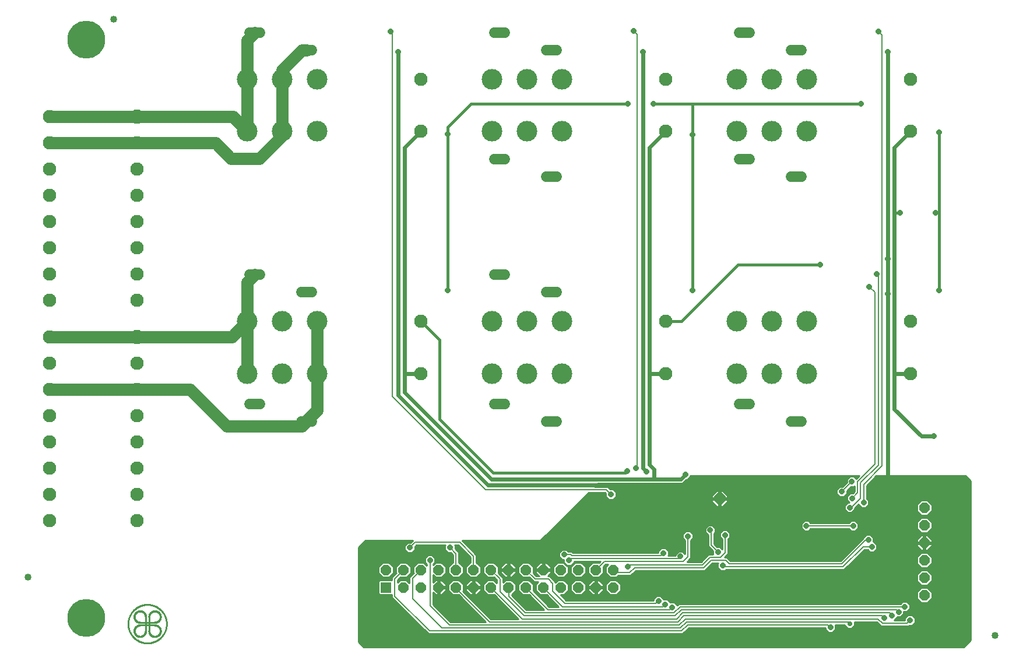
<source format=gbl>
G75*
%MOIN*%
%OFA0B0*%
%FSLAX25Y25*%
%IPPOS*%
%LPD*%
%AMOC8*
5,1,8,0,0,1.08239X$1,22.5*
%
%ADD10OC8,0.05906*%
%ADD11R,0.05906X0.05906*%
%ADD12C,0.01000*%
%ADD13C,0.00100*%
%ADD14C,0.04000*%
%ADD15C,0.11811*%
%ADD16C,0.07677*%
%ADD17C,0.06000*%
%ADD18OC8,0.07677*%
%ADD19OC8,0.06496*%
%ADD20C,0.21654*%
%ADD21R,0.03175X0.03175*%
%ADD22OC8,0.03175*%
%ADD23C,0.02400*%
%ADD24C,0.00800*%
%ADD25C,0.01600*%
%ADD26C,0.07000*%
%ADD27OC8,0.02781*%
D10*
X0309333Y0115232D03*
X0319333Y0115232D03*
X0329333Y0115232D03*
X0339333Y0115232D03*
X0349333Y0115232D03*
X0359333Y0115232D03*
X0369333Y0115232D03*
X0379333Y0115232D03*
X0389333Y0115232D03*
X0399333Y0115232D03*
X0409333Y0115232D03*
X0419333Y0115232D03*
X0429333Y0115232D03*
X0439333Y0115232D03*
X0439333Y0105232D03*
X0429333Y0105232D03*
X0419333Y0105232D03*
X0409333Y0105232D03*
X0399333Y0105232D03*
X0389333Y0105232D03*
X0379333Y0105232D03*
X0369333Y0105232D03*
X0359333Y0105232D03*
X0349333Y0105232D03*
X0339333Y0105232D03*
X0329333Y0105232D03*
X0319333Y0105232D03*
X0617188Y0100770D03*
X0617188Y0110770D03*
X0617188Y0120770D03*
X0617188Y0130770D03*
X0617188Y0140770D03*
X0617188Y0150770D03*
D11*
X0309333Y0105232D03*
D12*
X0305081Y0104962D02*
X0293688Y0104962D01*
X0293688Y0105960D02*
X0305081Y0105960D01*
X0305081Y0106959D02*
X0293688Y0106959D01*
X0293688Y0107957D02*
X0305081Y0107957D01*
X0305081Y0108724D02*
X0305081Y0101741D01*
X0305842Y0100980D01*
X0312688Y0100980D01*
X0312688Y0099466D01*
X0333433Y0078720D01*
X0479092Y0078720D01*
X0480088Y0079716D01*
X0482592Y0082220D01*
X0560550Y0082220D01*
X0560550Y0081324D01*
X0562242Y0079632D01*
X0564634Y0079632D01*
X0566325Y0081324D01*
X0566325Y0083716D01*
X0566221Y0083820D01*
X0571747Y0083820D01*
X0571747Y0083405D01*
X0573323Y0081829D01*
X0575552Y0081829D01*
X0577128Y0083405D01*
X0577128Y0085570D01*
X0589983Y0085570D01*
X0592483Y0083070D01*
X0607892Y0083070D01*
X0608454Y0083632D01*
X0610134Y0083632D01*
X0611825Y0085324D01*
X0611825Y0087716D01*
X0610134Y0089407D01*
X0607742Y0089407D01*
X0606050Y0087716D01*
X0606050Y0086470D01*
X0599971Y0086470D01*
X0601575Y0088074D01*
X0601575Y0088382D01*
X0603634Y0088382D01*
X0605325Y0090074D01*
X0605325Y0091382D01*
X0607134Y0091382D01*
X0608825Y0093074D01*
X0608825Y0095466D01*
X0607134Y0097157D01*
X0604742Y0097157D01*
X0603554Y0095970D01*
X0476733Y0095970D01*
X0475777Y0095013D01*
X0474134Y0096657D01*
X0471825Y0096657D01*
X0471825Y0096716D01*
X0470134Y0098407D01*
X0468075Y0098407D01*
X0468075Y0098716D01*
X0466384Y0100407D01*
X0463992Y0100407D01*
X0462300Y0098716D01*
X0462300Y0097720D01*
X0412392Y0097720D01*
X0409132Y0100980D01*
X0411095Y0100980D01*
X0413586Y0103471D01*
X0413586Y0106994D01*
X0411095Y0109485D01*
X0407572Y0109485D01*
X0406349Y0108262D01*
X0403888Y0110724D01*
X0402892Y0111720D01*
X0401835Y0111720D01*
X0403586Y0113471D01*
X0403586Y0114748D01*
X0399818Y0114748D01*
X0399818Y0115717D01*
X0398849Y0115717D01*
X0398849Y0119485D01*
X0397572Y0119485D01*
X0395081Y0116994D01*
X0395081Y0115717D01*
X0398849Y0115717D01*
X0398849Y0114748D01*
X0395081Y0114748D01*
X0395081Y0113471D01*
X0396832Y0111720D01*
X0395250Y0111720D01*
X0393543Y0113427D01*
X0393586Y0113471D01*
X0393586Y0116994D01*
X0391095Y0119485D01*
X0387572Y0119485D01*
X0385081Y0116994D01*
X0385081Y0113471D01*
X0387572Y0110980D01*
X0391095Y0110980D01*
X0391138Y0111023D01*
X0393842Y0108320D01*
X0396406Y0108320D01*
X0395081Y0106994D01*
X0395081Y0103471D01*
X0397572Y0100980D01*
X0401095Y0100980D01*
X0401138Y0101023D01*
X0407942Y0094220D01*
X0402750Y0094220D01*
X0393543Y0103427D01*
X0393586Y0103471D01*
X0393586Y0106994D01*
X0391095Y0109485D01*
X0387572Y0109485D01*
X0385081Y0106994D01*
X0385081Y0103471D01*
X0387572Y0100980D01*
X0391095Y0100980D01*
X0391138Y0101023D01*
X0399692Y0092470D01*
X0389642Y0092470D01*
X0381138Y0100974D01*
X0381138Y0101022D01*
X0383586Y0103471D01*
X0383586Y0106994D01*
X0381095Y0109485D01*
X0377572Y0109485D01*
X0376138Y0108051D01*
X0376138Y0110832D01*
X0373543Y0113427D01*
X0373586Y0113471D01*
X0373586Y0116994D01*
X0371095Y0119485D01*
X0367572Y0119485D01*
X0365081Y0116994D01*
X0365081Y0113471D01*
X0367572Y0110980D01*
X0371095Y0110980D01*
X0371138Y0111023D01*
X0372738Y0109424D01*
X0372738Y0107842D01*
X0371095Y0109485D01*
X0367572Y0109485D01*
X0365081Y0106994D01*
X0365081Y0103471D01*
X0367572Y0100980D01*
X0371095Y0100980D01*
X0371138Y0101023D01*
X0384942Y0087220D01*
X0369392Y0087220D01*
X0353363Y0103248D01*
X0353586Y0103471D01*
X0353586Y0106994D01*
X0351095Y0109485D01*
X0347572Y0109485D01*
X0345081Y0106994D01*
X0345081Y0103471D01*
X0347572Y0100980D01*
X0350824Y0100980D01*
X0366334Y0085470D01*
X0346142Y0085470D01*
X0336138Y0095474D01*
X0336138Y0102414D01*
X0337572Y0100980D01*
X0338849Y0100980D01*
X0338849Y0104748D01*
X0339818Y0104748D01*
X0339818Y0105717D01*
X0338849Y0105717D01*
X0338849Y0109485D01*
X0337572Y0109485D01*
X0336138Y0108051D01*
X0336138Y0112414D01*
X0337572Y0110980D01*
X0341095Y0110980D01*
X0343586Y0113471D01*
X0343586Y0116994D01*
X0341095Y0119485D01*
X0337572Y0119485D01*
X0336138Y0118051D01*
X0336138Y0118386D01*
X0337325Y0119574D01*
X0337325Y0121966D01*
X0335634Y0123657D01*
X0333242Y0123657D01*
X0331550Y0121966D01*
X0331550Y0119574D01*
X0332738Y0118386D01*
X0332738Y0117842D01*
X0331095Y0119485D01*
X0327572Y0119485D01*
X0325081Y0116994D01*
X0325081Y0113471D01*
X0325124Y0113427D01*
X0323734Y0112037D01*
X0323733Y0112037D02*
X0322738Y0111041D01*
X0322738Y0107842D01*
X0321095Y0109485D01*
X0317572Y0109485D01*
X0316088Y0108001D01*
X0316088Y0109582D01*
X0317528Y0111023D01*
X0317572Y0110980D01*
X0321095Y0110980D01*
X0323586Y0113471D01*
X0323586Y0116994D01*
X0321095Y0119485D01*
X0317572Y0119485D01*
X0315081Y0116994D01*
X0315081Y0113471D01*
X0315124Y0113427D01*
X0313683Y0111987D01*
X0312688Y0110991D01*
X0312688Y0109485D01*
X0305842Y0109485D01*
X0305081Y0108724D01*
X0305313Y0108956D02*
X0293688Y0108956D01*
X0293688Y0109954D02*
X0312688Y0109954D01*
X0312688Y0110953D02*
X0293688Y0110953D01*
X0293688Y0111951D02*
X0306600Y0111951D01*
X0307572Y0110980D02*
X0305081Y0113471D01*
X0305081Y0116994D01*
X0307572Y0119485D01*
X0311095Y0119485D01*
X0313586Y0116994D01*
X0313586Y0113471D01*
X0311095Y0110980D01*
X0307572Y0110980D01*
X0305602Y0112950D02*
X0293688Y0112950D01*
X0293688Y0113948D02*
X0305081Y0113948D01*
X0305081Y0114947D02*
X0293688Y0114947D01*
X0293688Y0115945D02*
X0305081Y0115945D01*
X0305081Y0116944D02*
X0293688Y0116944D01*
X0293688Y0117942D02*
X0306029Y0117942D01*
X0307028Y0118941D02*
X0293688Y0118941D01*
X0293688Y0119939D02*
X0331550Y0119939D01*
X0331550Y0120938D02*
X0293688Y0120938D01*
X0293688Y0121936D02*
X0331550Y0121936D01*
X0332519Y0122935D02*
X0293688Y0122935D01*
X0293688Y0123933D02*
X0347620Y0123933D01*
X0347633Y0123920D02*
X0347633Y0119485D01*
X0347572Y0119485D01*
X0345081Y0116994D01*
X0345081Y0113471D01*
X0347572Y0110980D01*
X0351095Y0110980D01*
X0353586Y0113471D01*
X0353586Y0116994D01*
X0351095Y0119485D01*
X0351033Y0119485D01*
X0351033Y0125328D01*
X0348825Y0127536D01*
X0348825Y0129216D01*
X0348721Y0129320D01*
X0350733Y0129320D01*
X0357633Y0122420D01*
X0357633Y0119485D01*
X0357572Y0119485D01*
X0355081Y0116994D01*
X0355081Y0113471D01*
X0357572Y0110980D01*
X0361095Y0110980D01*
X0363586Y0113471D01*
X0363586Y0116994D01*
X0361095Y0119485D01*
X0361033Y0119485D01*
X0361033Y0123828D01*
X0353138Y0131724D01*
X0352842Y0132020D01*
X0397688Y0132020D01*
X0425238Y0159570D01*
X0434483Y0159570D01*
X0435050Y0159003D01*
X0435050Y0157324D01*
X0436742Y0155632D01*
X0439134Y0155632D01*
X0440825Y0157324D01*
X0440825Y0159716D01*
X0439134Y0161407D01*
X0437454Y0161407D01*
X0435892Y0162970D01*
X0428638Y0162970D01*
X0430438Y0164770D01*
X0478435Y0164770D01*
X0479354Y0165150D01*
X0481086Y0166882D01*
X0481634Y0166882D01*
X0483325Y0168574D01*
X0483325Y0169020D01*
X0579784Y0169020D01*
X0578152Y0167388D01*
X0576884Y0168657D01*
X0574492Y0168657D01*
X0572800Y0166966D01*
X0572800Y0165286D01*
X0570421Y0162907D01*
X0568742Y0162907D01*
X0567050Y0161216D01*
X0567050Y0158824D01*
X0568742Y0157132D01*
X0571134Y0157132D01*
X0572825Y0158824D01*
X0572825Y0160503D01*
X0575204Y0162882D01*
X0576884Y0162882D01*
X0577238Y0163236D01*
X0577238Y0160074D01*
X0576321Y0159157D01*
X0574642Y0159157D01*
X0572950Y0157466D01*
X0572950Y0155074D01*
X0574217Y0153807D01*
X0573342Y0153807D01*
X0571650Y0152116D01*
X0571650Y0149724D01*
X0573342Y0148032D01*
X0575734Y0148032D01*
X0577425Y0149724D01*
X0577425Y0150603D01*
X0579550Y0152728D01*
X0579550Y0152574D01*
X0581242Y0150882D01*
X0583634Y0150882D01*
X0585325Y0152574D01*
X0585325Y0154966D01*
X0584138Y0156153D01*
X0584138Y0163566D01*
X0589592Y0169020D01*
X0640688Y0169020D01*
X0643688Y0166020D01*
X0643688Y0075020D01*
X0639688Y0071020D01*
X0296688Y0071020D01*
X0293688Y0074020D01*
X0293688Y0128020D01*
X0297688Y0132020D01*
X0324534Y0132020D01*
X0323421Y0130907D01*
X0321742Y0130907D01*
X0320050Y0129216D01*
X0320050Y0126824D01*
X0321742Y0125132D01*
X0324134Y0125132D01*
X0325825Y0126824D01*
X0325825Y0128503D01*
X0326642Y0129320D01*
X0343154Y0129320D01*
X0343050Y0129216D01*
X0343050Y0126824D01*
X0344742Y0125132D01*
X0346421Y0125132D01*
X0347633Y0123920D01*
X0347633Y0122935D02*
X0336356Y0122935D01*
X0337325Y0121936D02*
X0347633Y0121936D01*
X0347633Y0120938D02*
X0337325Y0120938D01*
X0337325Y0119939D02*
X0347633Y0119939D01*
X0347028Y0118941D02*
X0341639Y0118941D01*
X0342638Y0117942D02*
X0346029Y0117942D01*
X0345081Y0116944D02*
X0343586Y0116944D01*
X0343586Y0115945D02*
X0345081Y0115945D01*
X0345081Y0114947D02*
X0343586Y0114947D01*
X0343586Y0113948D02*
X0345081Y0113948D01*
X0345602Y0112950D02*
X0343065Y0112950D01*
X0342067Y0111951D02*
X0346600Y0111951D01*
X0347042Y0108956D02*
X0341624Y0108956D01*
X0341095Y0109485D02*
X0339818Y0109485D01*
X0339818Y0105717D01*
X0343586Y0105717D01*
X0343586Y0106994D01*
X0341095Y0109485D01*
X0339818Y0108956D02*
X0338849Y0108956D01*
X0338849Y0107957D02*
X0339818Y0107957D01*
X0339818Y0106959D02*
X0338849Y0106959D01*
X0338849Y0105960D02*
X0339818Y0105960D01*
X0339818Y0104962D02*
X0345081Y0104962D01*
X0345081Y0105960D02*
X0343586Y0105960D01*
X0343586Y0106959D02*
X0345081Y0106959D01*
X0346044Y0107957D02*
X0342623Y0107957D01*
X0343586Y0104748D02*
X0339818Y0104748D01*
X0339818Y0100980D01*
X0341095Y0100980D01*
X0343586Y0103471D01*
X0343586Y0104748D01*
X0343586Y0103963D02*
X0345081Y0103963D01*
X0345587Y0102965D02*
X0343080Y0102965D01*
X0342081Y0101966D02*
X0346585Y0101966D01*
X0350836Y0100968D02*
X0336138Y0100968D01*
X0336138Y0101966D02*
X0336585Y0101966D01*
X0336138Y0099969D02*
X0351834Y0099969D01*
X0352833Y0098971D02*
X0336138Y0098971D01*
X0336138Y0097972D02*
X0353831Y0097972D01*
X0354830Y0096974D02*
X0336138Y0096974D01*
X0336138Y0095975D02*
X0355828Y0095975D01*
X0356827Y0094977D02*
X0336635Y0094977D01*
X0337633Y0093978D02*
X0357825Y0093978D01*
X0358824Y0092979D02*
X0338632Y0092979D01*
X0339631Y0091981D02*
X0359822Y0091981D01*
X0360821Y0090982D02*
X0340629Y0090982D01*
X0341628Y0089984D02*
X0361819Y0089984D01*
X0362818Y0088985D02*
X0342626Y0088985D01*
X0343625Y0087987D02*
X0363816Y0087987D01*
X0364815Y0086988D02*
X0344623Y0086988D01*
X0345622Y0085990D02*
X0365813Y0085990D01*
X0368625Y0087987D02*
X0384175Y0087987D01*
X0383176Y0088985D02*
X0367626Y0088985D01*
X0366628Y0089984D02*
X0382177Y0089984D01*
X0381179Y0090982D02*
X0365629Y0090982D01*
X0364631Y0091981D02*
X0380180Y0091981D01*
X0379182Y0092979D02*
X0363632Y0092979D01*
X0362633Y0093978D02*
X0378183Y0093978D01*
X0377185Y0094977D02*
X0361635Y0094977D01*
X0360636Y0095975D02*
X0376186Y0095975D01*
X0375188Y0096974D02*
X0359638Y0096974D01*
X0358639Y0097972D02*
X0374189Y0097972D01*
X0373191Y0098971D02*
X0357641Y0098971D01*
X0356642Y0099969D02*
X0372192Y0099969D01*
X0371194Y0100968D02*
X0355644Y0100968D01*
X0356585Y0101966D02*
X0354645Y0101966D01*
X0355587Y0102965D02*
X0353647Y0102965D01*
X0353586Y0103963D02*
X0355081Y0103963D01*
X0355081Y0103471D02*
X0357572Y0100980D01*
X0358849Y0100980D01*
X0358849Y0104748D01*
X0355081Y0104748D01*
X0355081Y0103471D01*
X0353586Y0104962D02*
X0358849Y0104962D01*
X0358849Y0104748D02*
X0358849Y0105717D01*
X0358849Y0109485D01*
X0357572Y0109485D01*
X0355081Y0106994D01*
X0355081Y0105717D01*
X0358849Y0105717D01*
X0359818Y0105717D01*
X0359818Y0109485D01*
X0361095Y0109485D01*
X0363586Y0106994D01*
X0363586Y0105717D01*
X0359818Y0105717D01*
X0359818Y0104748D01*
X0363586Y0104748D01*
X0363586Y0103471D01*
X0361095Y0100980D01*
X0359818Y0100980D01*
X0359818Y0104748D01*
X0358849Y0104748D01*
X0358849Y0103963D02*
X0359818Y0103963D01*
X0359818Y0102965D02*
X0358849Y0102965D01*
X0358849Y0101966D02*
X0359818Y0101966D01*
X0362081Y0101966D02*
X0366585Y0101966D01*
X0365587Y0102965D02*
X0363080Y0102965D01*
X0363586Y0103963D02*
X0365081Y0103963D01*
X0365081Y0104962D02*
X0359818Y0104962D01*
X0359818Y0105960D02*
X0358849Y0105960D01*
X0358849Y0106959D02*
X0359818Y0106959D01*
X0359818Y0107957D02*
X0358849Y0107957D01*
X0358849Y0108956D02*
X0359818Y0108956D01*
X0361624Y0108956D02*
X0367042Y0108956D01*
X0366044Y0107957D02*
X0362623Y0107957D01*
X0363586Y0106959D02*
X0365081Y0106959D01*
X0365081Y0105960D02*
X0363586Y0105960D01*
X0362067Y0111951D02*
X0366600Y0111951D01*
X0365602Y0112950D02*
X0363065Y0112950D01*
X0363586Y0113948D02*
X0365081Y0113948D01*
X0365081Y0114947D02*
X0363586Y0114947D01*
X0363586Y0115945D02*
X0365081Y0115945D01*
X0365081Y0116944D02*
X0363586Y0116944D01*
X0362638Y0117942D02*
X0366029Y0117942D01*
X0367028Y0118941D02*
X0361639Y0118941D01*
X0361033Y0119939D02*
X0411050Y0119939D01*
X0411050Y0119574D02*
X0411050Y0121132D01*
X0409992Y0121132D01*
X0408300Y0122824D01*
X0408300Y0125216D01*
X0409992Y0126907D01*
X0412384Y0126907D01*
X0413571Y0125720D01*
X0415642Y0125720D01*
X0416142Y0125220D01*
X0465050Y0125220D01*
X0465050Y0125966D01*
X0466742Y0127657D01*
X0469134Y0127657D01*
X0470825Y0125966D01*
X0470825Y0123574D01*
X0470721Y0123470D01*
X0474800Y0123470D01*
X0474800Y0124216D01*
X0476492Y0125907D01*
X0478884Y0125907D01*
X0480238Y0124553D01*
X0480238Y0132136D01*
X0479050Y0133324D01*
X0479050Y0135716D01*
X0480742Y0137407D01*
X0483134Y0137407D01*
X0484825Y0135716D01*
X0484825Y0133324D01*
X0483638Y0132136D01*
X0483638Y0122066D01*
X0482642Y0121070D01*
X0481542Y0119970D01*
X0489483Y0119970D01*
X0493733Y0124220D01*
X0496404Y0124220D01*
X0496300Y0124324D01*
X0496300Y0126003D01*
X0494483Y0127820D01*
X0493488Y0128816D01*
X0493488Y0135136D01*
X0491800Y0136824D01*
X0491800Y0139216D01*
X0493492Y0140907D01*
X0495884Y0140907D01*
X0497575Y0139216D01*
X0497575Y0136824D01*
X0496888Y0136136D01*
X0496888Y0130224D01*
X0498704Y0128407D01*
X0500384Y0128407D01*
X0501488Y0127303D01*
X0501488Y0132886D01*
X0500300Y0134074D01*
X0500300Y0136466D01*
X0501992Y0138157D01*
X0504384Y0138157D01*
X0506075Y0136466D01*
X0506075Y0134074D01*
X0504888Y0132886D01*
X0504888Y0124566D01*
X0503892Y0123570D01*
X0502792Y0122470D01*
X0504142Y0122470D01*
X0506142Y0120470D01*
X0569233Y0120470D01*
X0581988Y0133224D01*
X0582300Y0133536D01*
X0582300Y0133716D01*
X0583992Y0135407D01*
X0586384Y0135407D01*
X0588075Y0133716D01*
X0588075Y0131407D01*
X0588384Y0131407D01*
X0590075Y0129716D01*
X0590075Y0127324D01*
X0588384Y0125632D01*
X0585992Y0125632D01*
X0584804Y0126820D01*
X0582892Y0126820D01*
X0572388Y0116316D01*
X0571392Y0115320D01*
X0503571Y0115320D01*
X0503134Y0114882D01*
X0500742Y0114882D01*
X0499050Y0116574D01*
X0499050Y0118966D01*
X0499154Y0119070D01*
X0495892Y0119070D01*
X0492638Y0115816D01*
X0492638Y0115816D01*
X0491642Y0114820D01*
X0452142Y0114820D01*
X0450388Y0113066D01*
X0449392Y0112070D01*
X0442185Y0112070D01*
X0441095Y0110980D01*
X0437572Y0110980D01*
X0435081Y0113471D01*
X0435081Y0116994D01*
X0436406Y0118320D01*
X0434892Y0118320D01*
X0433576Y0117004D01*
X0433586Y0116994D01*
X0433586Y0113471D01*
X0431095Y0110980D01*
X0427572Y0110980D01*
X0425081Y0113471D01*
X0425081Y0116994D01*
X0427572Y0119485D01*
X0431095Y0119485D01*
X0431172Y0119408D01*
X0431834Y0120070D01*
X0416825Y0120070D01*
X0416825Y0119574D01*
X0415134Y0117882D01*
X0412742Y0117882D01*
X0411050Y0119574D01*
X0411095Y0119485D02*
X0407572Y0119485D01*
X0405081Y0116994D01*
X0405081Y0113471D01*
X0407572Y0110980D01*
X0411095Y0110980D01*
X0413586Y0113471D01*
X0413586Y0116994D01*
X0411095Y0119485D01*
X0411639Y0118941D02*
X0411683Y0118941D01*
X0412638Y0117942D02*
X0412682Y0117942D01*
X0413586Y0116944D02*
X0415081Y0116944D01*
X0415081Y0116994D02*
X0415081Y0113471D01*
X0417572Y0110980D01*
X0421095Y0110980D01*
X0423586Y0113471D01*
X0423586Y0116994D01*
X0421095Y0119485D01*
X0417572Y0119485D01*
X0415081Y0116994D01*
X0415194Y0117942D02*
X0416029Y0117942D01*
X0416192Y0118941D02*
X0417028Y0118941D01*
X0416825Y0119939D02*
X0431703Y0119939D01*
X0434514Y0117942D02*
X0436029Y0117942D01*
X0435081Y0116944D02*
X0433586Y0116944D01*
X0433586Y0115945D02*
X0435081Y0115945D01*
X0435081Y0114947D02*
X0433586Y0114947D01*
X0433586Y0113948D02*
X0435081Y0113948D01*
X0435602Y0112950D02*
X0433065Y0112950D01*
X0432067Y0111951D02*
X0436600Y0111951D01*
X0437572Y0109485D02*
X0435081Y0106994D01*
X0435081Y0103471D01*
X0437572Y0100980D01*
X0441095Y0100980D01*
X0443586Y0103471D01*
X0443586Y0106994D01*
X0441095Y0109485D01*
X0437572Y0109485D01*
X0437042Y0108956D02*
X0431624Y0108956D01*
X0431095Y0109485D02*
X0429818Y0109485D01*
X0429818Y0105717D01*
X0428849Y0105717D01*
X0428849Y0109485D01*
X0427572Y0109485D01*
X0425081Y0106994D01*
X0425081Y0105717D01*
X0428849Y0105717D01*
X0428849Y0104748D01*
X0425081Y0104748D01*
X0425081Y0103471D01*
X0427572Y0100980D01*
X0428849Y0100980D01*
X0428849Y0104748D01*
X0429818Y0104748D01*
X0429818Y0105717D01*
X0433586Y0105717D01*
X0433586Y0106994D01*
X0431095Y0109485D01*
X0429818Y0108956D02*
X0428849Y0108956D01*
X0428849Y0107957D02*
X0429818Y0107957D01*
X0429818Y0106959D02*
X0428849Y0106959D01*
X0428849Y0105960D02*
X0429818Y0105960D01*
X0429818Y0104962D02*
X0435081Y0104962D01*
X0435081Y0105960D02*
X0433586Y0105960D01*
X0433586Y0106959D02*
X0435081Y0106959D01*
X0436044Y0107957D02*
X0432623Y0107957D01*
X0433586Y0104748D02*
X0429818Y0104748D01*
X0429818Y0100980D01*
X0431095Y0100980D01*
X0433586Y0103471D01*
X0433586Y0104748D01*
X0433586Y0103963D02*
X0435081Y0103963D01*
X0435587Y0102965D02*
X0433080Y0102965D01*
X0432081Y0101966D02*
X0436585Y0101966D01*
X0442081Y0101966D02*
X0612935Y0101966D01*
X0612935Y0102531D02*
X0612935Y0099008D01*
X0615426Y0096517D01*
X0618949Y0096517D01*
X0621440Y0099008D01*
X0621440Y0102531D01*
X0618949Y0105022D01*
X0615426Y0105022D01*
X0612935Y0102531D01*
X0613368Y0102965D02*
X0443080Y0102965D01*
X0443586Y0103963D02*
X0614367Y0103963D01*
X0615365Y0104962D02*
X0443586Y0104962D01*
X0443586Y0105960D02*
X0643688Y0105960D01*
X0643688Y0104962D02*
X0619010Y0104962D01*
X0620009Y0103963D02*
X0643688Y0103963D01*
X0643688Y0102965D02*
X0621007Y0102965D01*
X0621440Y0101966D02*
X0643688Y0101966D01*
X0643688Y0100968D02*
X0621440Y0100968D01*
X0621440Y0099969D02*
X0643688Y0099969D01*
X0643688Y0098971D02*
X0621403Y0098971D01*
X0620404Y0097972D02*
X0643688Y0097972D01*
X0643688Y0096974D02*
X0619406Y0096974D01*
X0614970Y0096974D02*
X0607317Y0096974D01*
X0608316Y0095975D02*
X0643688Y0095975D01*
X0643688Y0094977D02*
X0608825Y0094977D01*
X0608825Y0093978D02*
X0643688Y0093978D01*
X0643688Y0092979D02*
X0608731Y0092979D01*
X0607732Y0091981D02*
X0643688Y0091981D01*
X0643688Y0090982D02*
X0605325Y0090982D01*
X0605235Y0089984D02*
X0643688Y0089984D01*
X0643688Y0088985D02*
X0610555Y0088985D01*
X0611554Y0087987D02*
X0643688Y0087987D01*
X0643688Y0086988D02*
X0611825Y0086988D01*
X0611825Y0085990D02*
X0643688Y0085990D01*
X0643688Y0084991D02*
X0611493Y0084991D01*
X0610494Y0083993D02*
X0643688Y0083993D01*
X0643688Y0082994D02*
X0576717Y0082994D01*
X0577128Y0083993D02*
X0591560Y0083993D01*
X0590562Y0084991D02*
X0577128Y0084991D01*
X0575719Y0081996D02*
X0643688Y0081996D01*
X0643688Y0080997D02*
X0565999Y0080997D01*
X0566325Y0081996D02*
X0573156Y0081996D01*
X0572158Y0082994D02*
X0566325Y0082994D01*
X0565000Y0079999D02*
X0643688Y0079999D01*
X0643688Y0079000D02*
X0479372Y0079000D01*
X0480371Y0079999D02*
X0561875Y0079999D01*
X0560877Y0080997D02*
X0481369Y0080997D01*
X0482368Y0081996D02*
X0560550Y0081996D01*
X0600490Y0086988D02*
X0606050Y0086988D01*
X0606322Y0087987D02*
X0601488Y0087987D01*
X0604237Y0088985D02*
X0607320Y0088985D01*
X0603560Y0095975D02*
X0474816Y0095975D01*
X0471567Y0096974D02*
X0604558Y0096974D01*
X0612972Y0098971D02*
X0467820Y0098971D01*
X0466822Y0099969D02*
X0612935Y0099969D01*
X0612935Y0100968D02*
X0409144Y0100968D01*
X0410142Y0099969D02*
X0463554Y0099969D01*
X0462555Y0098971D02*
X0411141Y0098971D01*
X0412139Y0097972D02*
X0462300Y0097972D01*
X0470569Y0097972D02*
X0613971Y0097972D01*
X0615426Y0106517D02*
X0612935Y0109008D01*
X0612935Y0112531D01*
X0615426Y0115022D01*
X0618949Y0115022D01*
X0621440Y0112531D01*
X0621440Y0109008D01*
X0618949Y0106517D01*
X0615426Y0106517D01*
X0614984Y0106959D02*
X0443586Y0106959D01*
X0442623Y0107957D02*
X0613986Y0107957D01*
X0612987Y0108956D02*
X0441624Y0108956D01*
X0442067Y0111951D02*
X0612935Y0111951D01*
X0612935Y0110953D02*
X0403659Y0110953D01*
X0404657Y0109954D02*
X0612935Y0109954D01*
X0613353Y0112950D02*
X0450272Y0112950D01*
X0451270Y0113948D02*
X0614352Y0113948D01*
X0615350Y0114947D02*
X0503198Y0114947D01*
X0500677Y0114947D02*
X0491769Y0114947D01*
X0492767Y0115945D02*
X0499679Y0115945D01*
X0499050Y0116944D02*
X0493766Y0116944D01*
X0494764Y0117942D02*
X0499050Y0117942D01*
X0499050Y0118941D02*
X0495763Y0118941D01*
X0492449Y0122935D02*
X0483638Y0122935D01*
X0483638Y0123933D02*
X0493447Y0123933D01*
X0491450Y0121936D02*
X0483508Y0121936D01*
X0482510Y0120938D02*
X0490452Y0120938D01*
X0496300Y0124932D02*
X0483638Y0124932D01*
X0483638Y0125930D02*
X0496300Y0125930D01*
X0495374Y0126929D02*
X0483638Y0126929D01*
X0483638Y0127927D02*
X0494376Y0127927D01*
X0493488Y0128926D02*
X0483638Y0128926D01*
X0483638Y0129924D02*
X0493488Y0129924D01*
X0493488Y0130923D02*
X0483638Y0130923D01*
X0483638Y0131921D02*
X0493488Y0131921D01*
X0493488Y0132920D02*
X0484421Y0132920D01*
X0484825Y0133918D02*
X0493488Y0133918D01*
X0493488Y0134917D02*
X0484825Y0134917D01*
X0484625Y0135915D02*
X0492708Y0135915D01*
X0491800Y0136914D02*
X0483627Y0136914D01*
X0480249Y0136914D02*
X0402582Y0136914D01*
X0403580Y0137913D02*
X0491800Y0137913D01*
X0491800Y0138911D02*
X0404579Y0138911D01*
X0405577Y0139910D02*
X0492494Y0139910D01*
X0496881Y0139910D02*
X0546800Y0139910D01*
X0546800Y0139324D02*
X0548492Y0137632D01*
X0550884Y0137632D01*
X0552071Y0138820D01*
X0574054Y0138820D01*
X0575242Y0137632D01*
X0577634Y0137632D01*
X0579325Y0139324D01*
X0579325Y0141716D01*
X0577634Y0143407D01*
X0575242Y0143407D01*
X0574054Y0142220D01*
X0552071Y0142220D01*
X0550884Y0143407D01*
X0548492Y0143407D01*
X0546800Y0141716D01*
X0546800Y0139324D01*
X0547213Y0138911D02*
X0497575Y0138911D01*
X0497575Y0137913D02*
X0501747Y0137913D01*
X0500749Y0136914D02*
X0497575Y0136914D01*
X0496888Y0135915D02*
X0500300Y0135915D01*
X0500300Y0134917D02*
X0496888Y0134917D01*
X0496888Y0133918D02*
X0500455Y0133918D01*
X0501454Y0132920D02*
X0496888Y0132920D01*
X0496888Y0131921D02*
X0501488Y0131921D01*
X0501488Y0130923D02*
X0496888Y0130923D01*
X0497187Y0129924D02*
X0501488Y0129924D01*
X0501488Y0128926D02*
X0498186Y0128926D01*
X0500863Y0127927D02*
X0501488Y0127927D01*
X0504888Y0127927D02*
X0576691Y0127927D01*
X0575693Y0126929D02*
X0504888Y0126929D01*
X0504888Y0125930D02*
X0574694Y0125930D01*
X0573696Y0124932D02*
X0504888Y0124932D01*
X0504255Y0123933D02*
X0572697Y0123933D01*
X0571699Y0122935D02*
X0503257Y0122935D01*
X0504675Y0121936D02*
X0570700Y0121936D01*
X0569702Y0120938D02*
X0505674Y0120938D01*
X0504888Y0128926D02*
X0577690Y0128926D01*
X0578688Y0129924D02*
X0504888Y0129924D01*
X0504888Y0130923D02*
X0579687Y0130923D01*
X0580685Y0131921D02*
X0504888Y0131921D01*
X0504921Y0132920D02*
X0581684Y0132920D01*
X0582503Y0133918D02*
X0505920Y0133918D01*
X0506075Y0134917D02*
X0583502Y0134917D01*
X0586874Y0134917D02*
X0615321Y0134917D01*
X0615426Y0135022D02*
X0612935Y0132531D01*
X0612935Y0131254D01*
X0616703Y0131254D01*
X0616703Y0130285D01*
X0617672Y0130285D01*
X0617672Y0126517D01*
X0618949Y0126517D01*
X0621440Y0129008D01*
X0621440Y0130285D01*
X0617672Y0130285D01*
X0617672Y0131254D01*
X0621440Y0131254D01*
X0621440Y0132531D01*
X0618949Y0135022D01*
X0617672Y0135022D01*
X0617672Y0131254D01*
X0616703Y0131254D01*
X0616703Y0135022D01*
X0615426Y0135022D01*
X0616703Y0134917D02*
X0617672Y0134917D01*
X0617672Y0133918D02*
X0616703Y0133918D01*
X0616703Y0132920D02*
X0617672Y0132920D01*
X0617672Y0131921D02*
X0616703Y0131921D01*
X0616703Y0130923D02*
X0588868Y0130923D01*
X0588075Y0131921D02*
X0612935Y0131921D01*
X0613324Y0132920D02*
X0588075Y0132920D01*
X0587872Y0133918D02*
X0614322Y0133918D01*
X0615426Y0136517D02*
X0618949Y0136517D01*
X0621440Y0139008D01*
X0621440Y0142531D01*
X0618949Y0145022D01*
X0615426Y0145022D01*
X0612935Y0142531D01*
X0612935Y0139008D01*
X0615426Y0136517D01*
X0615029Y0136914D02*
X0505627Y0136914D01*
X0506075Y0135915D02*
X0643688Y0135915D01*
X0643688Y0134917D02*
X0619055Y0134917D01*
X0620053Y0133918D02*
X0643688Y0133918D01*
X0643688Y0132920D02*
X0621052Y0132920D01*
X0621440Y0131921D02*
X0643688Y0131921D01*
X0643688Y0130923D02*
X0617672Y0130923D01*
X0617672Y0129924D02*
X0616703Y0129924D01*
X0616703Y0130285D02*
X0616703Y0126517D01*
X0615426Y0126517D01*
X0612935Y0129008D01*
X0612935Y0130285D01*
X0616703Y0130285D01*
X0616703Y0128926D02*
X0617672Y0128926D01*
X0617672Y0127927D02*
X0616703Y0127927D01*
X0616703Y0126929D02*
X0617672Y0126929D01*
X0619361Y0126929D02*
X0643688Y0126929D01*
X0643688Y0127927D02*
X0620360Y0127927D01*
X0621358Y0128926D02*
X0643688Y0128926D01*
X0643688Y0129924D02*
X0621440Y0129924D01*
X0618949Y0125022D02*
X0615426Y0125022D01*
X0612935Y0122531D01*
X0612935Y0119008D01*
X0615426Y0116517D01*
X0618949Y0116517D01*
X0621440Y0119008D01*
X0621440Y0122531D01*
X0618949Y0125022D01*
X0619040Y0124932D02*
X0643688Y0124932D01*
X0643688Y0125930D02*
X0588682Y0125930D01*
X0589680Y0126929D02*
X0615014Y0126929D01*
X0614016Y0127927D02*
X0590075Y0127927D01*
X0590075Y0128926D02*
X0613017Y0128926D01*
X0612935Y0129924D02*
X0589866Y0129924D01*
X0585694Y0125930D02*
X0582002Y0125930D01*
X0581004Y0124932D02*
X0615336Y0124932D01*
X0614337Y0123933D02*
X0580005Y0123933D01*
X0579007Y0122935D02*
X0613339Y0122935D01*
X0612935Y0121936D02*
X0578008Y0121936D01*
X0577010Y0120938D02*
X0612935Y0120938D01*
X0612935Y0119939D02*
X0576011Y0119939D01*
X0575013Y0118941D02*
X0613002Y0118941D01*
X0614001Y0117942D02*
X0574014Y0117942D01*
X0573016Y0116944D02*
X0614999Y0116944D01*
X0619376Y0116944D02*
X0643688Y0116944D01*
X0643688Y0117942D02*
X0620375Y0117942D01*
X0621373Y0118941D02*
X0643688Y0118941D01*
X0643688Y0119939D02*
X0621440Y0119939D01*
X0621440Y0120938D02*
X0643688Y0120938D01*
X0643688Y0121936D02*
X0621440Y0121936D01*
X0621037Y0122935D02*
X0643688Y0122935D01*
X0643688Y0123933D02*
X0620038Y0123933D01*
X0619025Y0114947D02*
X0643688Y0114947D01*
X0643688Y0115945D02*
X0572017Y0115945D01*
X0574961Y0137913D02*
X0551164Y0137913D01*
X0548211Y0137913D02*
X0504628Y0137913D01*
X0502072Y0151472D02*
X0504736Y0154136D01*
X0504736Y0155520D01*
X0500688Y0155520D01*
X0500688Y0156520D01*
X0504736Y0156520D01*
X0504736Y0157904D01*
X0502072Y0160568D01*
X0500688Y0160568D01*
X0500688Y0156520D01*
X0499688Y0156520D01*
X0499688Y0160568D01*
X0498304Y0160568D01*
X0495640Y0157904D01*
X0495640Y0156520D01*
X0499688Y0156520D01*
X0499688Y0155520D01*
X0500688Y0155520D01*
X0500688Y0151472D01*
X0502072Y0151472D01*
X0502492Y0151892D02*
X0571650Y0151892D01*
X0571650Y0150893D02*
X0416561Y0150893D01*
X0415563Y0149895D02*
X0571650Y0149895D01*
X0572478Y0148896D02*
X0414564Y0148896D01*
X0413566Y0147898D02*
X0614045Y0147898D01*
X0613047Y0148896D02*
X0576597Y0148896D01*
X0577425Y0149895D02*
X0612935Y0149895D01*
X0612935Y0149008D02*
X0615426Y0146517D01*
X0618949Y0146517D01*
X0621440Y0149008D01*
X0621440Y0152531D01*
X0618949Y0155022D01*
X0615426Y0155022D01*
X0612935Y0152531D01*
X0612935Y0149008D01*
X0612935Y0150893D02*
X0583645Y0150893D01*
X0584643Y0151892D02*
X0612935Y0151892D01*
X0613294Y0152890D02*
X0585325Y0152890D01*
X0585325Y0153889D02*
X0614292Y0153889D01*
X0615291Y0154887D02*
X0585325Y0154887D01*
X0584405Y0155886D02*
X0643688Y0155886D01*
X0643688Y0156884D02*
X0584138Y0156884D01*
X0584138Y0157883D02*
X0643688Y0157883D01*
X0643688Y0158881D02*
X0584138Y0158881D01*
X0584138Y0159880D02*
X0643688Y0159880D01*
X0643688Y0160878D02*
X0584138Y0160878D01*
X0584138Y0161877D02*
X0643688Y0161877D01*
X0643688Y0162875D02*
X0584138Y0162875D01*
X0584446Y0163874D02*
X0643688Y0163874D01*
X0643688Y0164872D02*
X0585444Y0164872D01*
X0586443Y0165871D02*
X0643688Y0165871D01*
X0642838Y0166869D02*
X0587441Y0166869D01*
X0588440Y0167868D02*
X0641840Y0167868D01*
X0640841Y0168866D02*
X0589438Y0168866D01*
X0579630Y0168866D02*
X0483325Y0168866D01*
X0482619Y0167868D02*
X0573702Y0167868D01*
X0572800Y0166869D02*
X0481073Y0166869D01*
X0480074Y0165871D02*
X0572800Y0165871D01*
X0572386Y0164872D02*
X0478683Y0164872D01*
X0495640Y0157883D02*
X0440825Y0157883D01*
X0440825Y0158881D02*
X0496617Y0158881D01*
X0497616Y0159880D02*
X0440661Y0159880D01*
X0439662Y0160878D02*
X0567050Y0160878D01*
X0567050Y0159880D02*
X0502759Y0159880D01*
X0503758Y0158881D02*
X0567050Y0158881D01*
X0567991Y0157883D02*
X0504736Y0157883D01*
X0504736Y0156884D02*
X0572950Y0156884D01*
X0572950Y0155886D02*
X0500688Y0155886D01*
X0500688Y0156884D02*
X0499688Y0156884D01*
X0499688Y0155886D02*
X0439387Y0155886D01*
X0440386Y0156884D02*
X0495640Y0156884D01*
X0495640Y0155520D02*
X0495640Y0154136D01*
X0498304Y0151472D01*
X0499688Y0151472D01*
X0499688Y0155520D01*
X0495640Y0155520D01*
X0495640Y0154887D02*
X0420555Y0154887D01*
X0419557Y0153889D02*
X0495887Y0153889D01*
X0496885Y0152890D02*
X0418558Y0152890D01*
X0417560Y0151892D02*
X0497884Y0151892D01*
X0499688Y0151892D02*
X0500688Y0151892D01*
X0500688Y0152890D02*
X0499688Y0152890D01*
X0499688Y0153889D02*
X0500688Y0153889D01*
X0500688Y0154887D02*
X0499688Y0154887D01*
X0499688Y0157883D02*
X0500688Y0157883D01*
X0500688Y0158881D02*
X0499688Y0158881D01*
X0499688Y0159880D02*
X0500688Y0159880D01*
X0504736Y0154887D02*
X0573137Y0154887D01*
X0574135Y0153889D02*
X0504489Y0153889D01*
X0503490Y0152890D02*
X0572425Y0152890D01*
X0571884Y0157883D02*
X0573367Y0157883D01*
X0572825Y0158881D02*
X0574366Y0158881D01*
X0572825Y0159880D02*
X0577044Y0159880D01*
X0577238Y0160878D02*
X0573200Y0160878D01*
X0574199Y0161877D02*
X0577238Y0161877D01*
X0577238Y0162875D02*
X0575197Y0162875D01*
X0571388Y0163874D02*
X0429542Y0163874D01*
X0435986Y0162875D02*
X0568710Y0162875D01*
X0567711Y0161877D02*
X0436985Y0161877D01*
X0435050Y0158881D02*
X0424549Y0158881D01*
X0423551Y0157883D02*
X0435050Y0157883D01*
X0435490Y0156884D02*
X0422552Y0156884D01*
X0421554Y0155886D02*
X0436488Y0155886D01*
X0412567Y0146899D02*
X0615044Y0146899D01*
X0615306Y0144902D02*
X0410570Y0144902D01*
X0409572Y0143904D02*
X0614307Y0143904D01*
X0613309Y0142905D02*
X0578136Y0142905D01*
X0579134Y0141907D02*
X0612935Y0141907D01*
X0612935Y0140908D02*
X0579325Y0140908D01*
X0579325Y0139910D02*
X0612935Y0139910D01*
X0613032Y0138911D02*
X0578912Y0138911D01*
X0577914Y0137913D02*
X0614031Y0137913D01*
X0619346Y0136914D02*
X0643688Y0136914D01*
X0643688Y0137913D02*
X0620345Y0137913D01*
X0621343Y0138911D02*
X0643688Y0138911D01*
X0643688Y0139910D02*
X0621440Y0139910D01*
X0621440Y0140908D02*
X0643688Y0140908D01*
X0643688Y0141907D02*
X0621440Y0141907D01*
X0621067Y0142905D02*
X0643688Y0142905D01*
X0643688Y0143904D02*
X0620068Y0143904D01*
X0619070Y0144902D02*
X0643688Y0144902D01*
X0643688Y0145901D02*
X0411569Y0145901D01*
X0408573Y0142905D02*
X0547990Y0142905D01*
X0546991Y0141907D02*
X0407575Y0141907D01*
X0406576Y0140908D02*
X0546800Y0140908D01*
X0551386Y0142905D02*
X0574740Y0142905D01*
X0577715Y0150893D02*
X0581231Y0150893D01*
X0580232Y0151892D02*
X0578714Y0151892D01*
X0578632Y0167868D02*
X0577673Y0167868D01*
X0619084Y0154887D02*
X0643688Y0154887D01*
X0643688Y0153889D02*
X0620083Y0153889D01*
X0621081Y0152890D02*
X0643688Y0152890D01*
X0643688Y0151892D02*
X0621440Y0151892D01*
X0621440Y0150893D02*
X0643688Y0150893D01*
X0643688Y0149895D02*
X0621440Y0149895D01*
X0621328Y0148896D02*
X0643688Y0148896D01*
X0643688Y0147898D02*
X0620330Y0147898D01*
X0619331Y0146899D02*
X0643688Y0146899D01*
X0643688Y0113948D02*
X0620023Y0113948D01*
X0621022Y0112950D02*
X0643688Y0112950D01*
X0643688Y0111951D02*
X0621440Y0111951D01*
X0621440Y0110953D02*
X0643688Y0110953D01*
X0643688Y0109954D02*
X0621440Y0109954D01*
X0621388Y0108956D02*
X0643688Y0108956D01*
X0643688Y0107957D02*
X0620389Y0107957D01*
X0619391Y0106959D02*
X0643688Y0106959D01*
X0643688Y0078002D02*
X0293688Y0078002D01*
X0293688Y0079000D02*
X0333153Y0079000D01*
X0332154Y0079999D02*
X0293688Y0079999D01*
X0293688Y0080997D02*
X0331156Y0080997D01*
X0330157Y0081996D02*
X0293688Y0081996D01*
X0293688Y0082994D02*
X0329159Y0082994D01*
X0328160Y0083993D02*
X0293688Y0083993D01*
X0293688Y0084991D02*
X0327162Y0084991D01*
X0326163Y0085990D02*
X0293688Y0085990D01*
X0293688Y0086988D02*
X0325165Y0086988D01*
X0324166Y0087987D02*
X0293688Y0087987D01*
X0293688Y0088985D02*
X0323168Y0088985D01*
X0322169Y0089984D02*
X0293688Y0089984D01*
X0293688Y0090982D02*
X0321171Y0090982D01*
X0320172Y0091981D02*
X0293688Y0091981D01*
X0293688Y0092979D02*
X0319174Y0092979D01*
X0318175Y0093978D02*
X0293688Y0093978D01*
X0293688Y0094977D02*
X0317177Y0094977D01*
X0316178Y0095975D02*
X0293688Y0095975D01*
X0293688Y0096974D02*
X0315180Y0096974D01*
X0314181Y0097972D02*
X0293688Y0097972D01*
X0293688Y0098971D02*
X0313183Y0098971D01*
X0312688Y0099969D02*
X0293688Y0099969D01*
X0293688Y0100968D02*
X0312688Y0100968D01*
X0305081Y0101966D02*
X0293688Y0101966D01*
X0293688Y0102965D02*
X0305081Y0102965D01*
X0305081Y0103963D02*
X0293688Y0103963D01*
X0312067Y0111951D02*
X0313648Y0111951D01*
X0313065Y0112950D02*
X0314647Y0112950D01*
X0315081Y0113948D02*
X0313586Y0113948D01*
X0313586Y0114947D02*
X0315081Y0114947D01*
X0315081Y0115945D02*
X0313586Y0115945D01*
X0313586Y0116944D02*
X0315081Y0116944D01*
X0316029Y0117942D02*
X0312638Y0117942D01*
X0311639Y0118941D02*
X0317028Y0118941D01*
X0321639Y0118941D02*
X0327028Y0118941D01*
X0326029Y0117942D02*
X0322638Y0117942D01*
X0323586Y0116944D02*
X0325081Y0116944D01*
X0325081Y0115945D02*
X0323586Y0115945D01*
X0323586Y0114947D02*
X0325081Y0114947D01*
X0325081Y0113948D02*
X0323586Y0113948D01*
X0323065Y0112950D02*
X0324647Y0112950D01*
X0323734Y0112037D02*
X0323733Y0112037D01*
X0323648Y0111951D02*
X0322067Y0111951D01*
X0322738Y0110953D02*
X0317458Y0110953D01*
X0316459Y0109954D02*
X0322738Y0109954D01*
X0322738Y0108956D02*
X0321624Y0108956D01*
X0322623Y0107957D02*
X0322738Y0107957D01*
X0317042Y0108956D02*
X0316088Y0108956D01*
X0331639Y0118941D02*
X0332183Y0118941D01*
X0332638Y0117942D02*
X0332738Y0117942D01*
X0336692Y0118941D02*
X0337028Y0118941D01*
X0336600Y0111951D02*
X0336138Y0111951D01*
X0336138Y0110953D02*
X0371209Y0110953D01*
X0372207Y0109954D02*
X0336138Y0109954D01*
X0336138Y0108956D02*
X0337042Y0108956D01*
X0338849Y0103963D02*
X0339818Y0103963D01*
X0339818Y0102965D02*
X0338849Y0102965D01*
X0338849Y0101966D02*
X0339818Y0101966D01*
X0351624Y0108956D02*
X0357042Y0108956D01*
X0356044Y0107957D02*
X0352623Y0107957D01*
X0353586Y0106959D02*
X0355081Y0106959D01*
X0355081Y0105960D02*
X0353586Y0105960D01*
X0352067Y0111951D02*
X0356600Y0111951D01*
X0355602Y0112950D02*
X0353065Y0112950D01*
X0353586Y0113948D02*
X0355081Y0113948D01*
X0355081Y0114947D02*
X0353586Y0114947D01*
X0353586Y0115945D02*
X0355081Y0115945D01*
X0355081Y0116944D02*
X0353586Y0116944D01*
X0352638Y0117942D02*
X0356029Y0117942D01*
X0357028Y0118941D02*
X0351639Y0118941D01*
X0351033Y0119939D02*
X0357633Y0119939D01*
X0357633Y0120938D02*
X0351033Y0120938D01*
X0351033Y0121936D02*
X0357633Y0121936D01*
X0357118Y0122935D02*
X0351033Y0122935D01*
X0351033Y0123933D02*
X0356120Y0123933D01*
X0355121Y0124932D02*
X0351033Y0124932D01*
X0350431Y0125930D02*
X0354123Y0125930D01*
X0353124Y0126929D02*
X0349433Y0126929D01*
X0348825Y0127927D02*
X0352126Y0127927D01*
X0351127Y0128926D02*
X0348825Y0128926D01*
X0346621Y0124932D02*
X0293688Y0124932D01*
X0293688Y0125930D02*
X0320944Y0125930D01*
X0320050Y0126929D02*
X0293688Y0126929D01*
X0293688Y0127927D02*
X0320050Y0127927D01*
X0320050Y0128926D02*
X0294594Y0128926D01*
X0295592Y0129924D02*
X0320759Y0129924D01*
X0323437Y0130923D02*
X0296591Y0130923D01*
X0297589Y0131921D02*
X0324435Y0131921D01*
X0326248Y0128926D02*
X0343050Y0128926D01*
X0343050Y0127927D02*
X0325825Y0127927D01*
X0325825Y0126929D02*
X0343050Y0126929D01*
X0343944Y0125930D02*
X0324932Y0125930D01*
X0352940Y0131921D02*
X0480238Y0131921D01*
X0480238Y0130923D02*
X0353939Y0130923D01*
X0354937Y0129924D02*
X0480238Y0129924D01*
X0480238Y0128926D02*
X0355936Y0128926D01*
X0356934Y0127927D02*
X0480238Y0127927D01*
X0480238Y0126929D02*
X0469862Y0126929D01*
X0470825Y0125930D02*
X0480238Y0125930D01*
X0480238Y0124932D02*
X0479859Y0124932D01*
X0475516Y0124932D02*
X0470825Y0124932D01*
X0470825Y0123933D02*
X0474800Y0123933D01*
X0466013Y0126929D02*
X0357933Y0126929D01*
X0358931Y0125930D02*
X0409015Y0125930D01*
X0408300Y0124932D02*
X0359930Y0124932D01*
X0360928Y0123933D02*
X0408300Y0123933D01*
X0408300Y0122935D02*
X0361033Y0122935D01*
X0361033Y0121936D02*
X0409188Y0121936D01*
X0411050Y0120938D02*
X0361033Y0120938D01*
X0371639Y0118941D02*
X0377028Y0118941D01*
X0377572Y0119485D02*
X0375081Y0116994D01*
X0375081Y0115717D01*
X0378849Y0115717D01*
X0378849Y0119485D01*
X0377572Y0119485D01*
X0378849Y0118941D02*
X0379818Y0118941D01*
X0379818Y0119485D02*
X0381095Y0119485D01*
X0383586Y0116994D01*
X0383586Y0115717D01*
X0379818Y0115717D01*
X0378849Y0115717D01*
X0378849Y0114748D01*
X0375081Y0114748D01*
X0375081Y0113471D01*
X0377572Y0110980D01*
X0378849Y0110980D01*
X0378849Y0114748D01*
X0379818Y0114748D01*
X0379818Y0115717D01*
X0379818Y0119485D01*
X0379818Y0117942D02*
X0378849Y0117942D01*
X0378849Y0116944D02*
X0379818Y0116944D01*
X0379818Y0115945D02*
X0378849Y0115945D01*
X0378849Y0114947D02*
X0373586Y0114947D01*
X0373586Y0115945D02*
X0375081Y0115945D01*
X0375081Y0116944D02*
X0373586Y0116944D01*
X0372638Y0117942D02*
X0376029Y0117942D01*
X0375081Y0113948D02*
X0373586Y0113948D01*
X0374020Y0112950D02*
X0375602Y0112950D01*
X0375019Y0111951D02*
X0376600Y0111951D01*
X0376017Y0110953D02*
X0391209Y0110953D01*
X0392207Y0109954D02*
X0376138Y0109954D01*
X0376138Y0108956D02*
X0377042Y0108956D01*
X0379818Y0110980D02*
X0381095Y0110980D01*
X0383586Y0113471D01*
X0383586Y0114748D01*
X0379818Y0114748D01*
X0379818Y0110980D01*
X0379818Y0111951D02*
X0378849Y0111951D01*
X0378849Y0112950D02*
X0379818Y0112950D01*
X0379818Y0113948D02*
X0378849Y0113948D01*
X0379818Y0114947D02*
X0385081Y0114947D01*
X0385081Y0115945D02*
X0383586Y0115945D01*
X0383586Y0116944D02*
X0385081Y0116944D01*
X0386029Y0117942D02*
X0382638Y0117942D01*
X0381639Y0118941D02*
X0387028Y0118941D01*
X0391639Y0118941D02*
X0397028Y0118941D01*
X0396029Y0117942D02*
X0392638Y0117942D01*
X0393586Y0116944D02*
X0395081Y0116944D01*
X0395081Y0115945D02*
X0393586Y0115945D01*
X0393586Y0114947D02*
X0398849Y0114947D01*
X0399818Y0114947D02*
X0405081Y0114947D01*
X0405081Y0115945D02*
X0403586Y0115945D01*
X0403586Y0115717D02*
X0403586Y0116994D01*
X0401095Y0119485D01*
X0399818Y0119485D01*
X0399818Y0115717D01*
X0403586Y0115717D01*
X0403586Y0116944D02*
X0405081Y0116944D01*
X0406029Y0117942D02*
X0402638Y0117942D01*
X0401639Y0118941D02*
X0407028Y0118941D01*
X0405081Y0113948D02*
X0403586Y0113948D01*
X0403065Y0112950D02*
X0405602Y0112950D01*
X0406600Y0111951D02*
X0402067Y0111951D01*
X0399818Y0115945D02*
X0398849Y0115945D01*
X0398849Y0116944D02*
X0399818Y0116944D01*
X0399818Y0117942D02*
X0398849Y0117942D01*
X0398849Y0118941D02*
X0399818Y0118941D01*
X0395081Y0113948D02*
X0393586Y0113948D01*
X0394020Y0112950D02*
X0395602Y0112950D01*
X0395019Y0111951D02*
X0396600Y0111951D01*
X0396044Y0107957D02*
X0392623Y0107957D01*
X0393206Y0108956D02*
X0391624Y0108956D01*
X0393586Y0106959D02*
X0395081Y0106959D01*
X0395081Y0105960D02*
X0393586Y0105960D01*
X0393586Y0104962D02*
X0395081Y0104962D01*
X0395081Y0103963D02*
X0393586Y0103963D01*
X0394005Y0102965D02*
X0395587Y0102965D01*
X0395004Y0101966D02*
X0396585Y0101966D01*
X0396002Y0100968D02*
X0401194Y0100968D01*
X0402192Y0099969D02*
X0397001Y0099969D01*
X0397999Y0098971D02*
X0403191Y0098971D01*
X0404189Y0097972D02*
X0398998Y0097972D01*
X0399996Y0096974D02*
X0405188Y0096974D01*
X0406186Y0095975D02*
X0400995Y0095975D01*
X0401993Y0094977D02*
X0407185Y0094977D01*
X0399182Y0092979D02*
X0389132Y0092979D01*
X0388133Y0093978D02*
X0398183Y0093978D01*
X0397185Y0094977D02*
X0387135Y0094977D01*
X0386136Y0095975D02*
X0396186Y0095975D01*
X0395188Y0096974D02*
X0385138Y0096974D01*
X0384139Y0097972D02*
X0394189Y0097972D01*
X0393191Y0098971D02*
X0383141Y0098971D01*
X0382142Y0099969D02*
X0392192Y0099969D01*
X0391194Y0100968D02*
X0381144Y0100968D01*
X0382081Y0101966D02*
X0386585Y0101966D01*
X0385587Y0102965D02*
X0383080Y0102965D01*
X0383586Y0103963D02*
X0385081Y0103963D01*
X0385081Y0104962D02*
X0383586Y0104962D01*
X0383586Y0105960D02*
X0385081Y0105960D01*
X0385081Y0106959D02*
X0383586Y0106959D01*
X0382623Y0107957D02*
X0386044Y0107957D01*
X0387042Y0108956D02*
X0381624Y0108956D01*
X0382067Y0111951D02*
X0386600Y0111951D01*
X0385602Y0112950D02*
X0383065Y0112950D01*
X0383586Y0113948D02*
X0385081Y0113948D01*
X0372738Y0108956D02*
X0371624Y0108956D01*
X0372623Y0107957D02*
X0372738Y0107957D01*
X0405656Y0108956D02*
X0407042Y0108956D01*
X0411624Y0108956D02*
X0417042Y0108956D01*
X0417572Y0109485D02*
X0415081Y0106994D01*
X0415081Y0103471D01*
X0417572Y0100980D01*
X0421095Y0100980D01*
X0423586Y0103471D01*
X0423586Y0106994D01*
X0421095Y0109485D01*
X0417572Y0109485D01*
X0416044Y0107957D02*
X0412623Y0107957D01*
X0413586Y0106959D02*
X0415081Y0106959D01*
X0415081Y0105960D02*
X0413586Y0105960D01*
X0413586Y0104962D02*
X0415081Y0104962D01*
X0415081Y0103963D02*
X0413586Y0103963D01*
X0413080Y0102965D02*
X0415587Y0102965D01*
X0416585Y0101966D02*
X0412081Y0101966D01*
X0422081Y0101966D02*
X0426585Y0101966D01*
X0425587Y0102965D02*
X0423080Y0102965D01*
X0423586Y0103963D02*
X0425081Y0103963D01*
X0423586Y0104962D02*
X0428849Y0104962D01*
X0428849Y0103963D02*
X0429818Y0103963D01*
X0429818Y0102965D02*
X0428849Y0102965D01*
X0428849Y0101966D02*
X0429818Y0101966D01*
X0425081Y0105960D02*
X0423586Y0105960D01*
X0423586Y0106959D02*
X0425081Y0106959D01*
X0426044Y0107957D02*
X0422623Y0107957D01*
X0421624Y0108956D02*
X0427042Y0108956D01*
X0426600Y0111951D02*
X0422067Y0111951D01*
X0423065Y0112950D02*
X0425602Y0112950D01*
X0425081Y0113948D02*
X0423586Y0113948D01*
X0423586Y0114947D02*
X0425081Y0114947D01*
X0425081Y0115945D02*
X0423586Y0115945D01*
X0423586Y0116944D02*
X0425081Y0116944D01*
X0426029Y0117942D02*
X0422638Y0117942D01*
X0421639Y0118941D02*
X0427028Y0118941D01*
X0415081Y0115945D02*
X0413586Y0115945D01*
X0413586Y0114947D02*
X0415081Y0114947D01*
X0415081Y0113948D02*
X0413586Y0113948D01*
X0413065Y0112950D02*
X0415602Y0112950D01*
X0416600Y0111951D02*
X0412067Y0111951D01*
X0413360Y0125930D02*
X0465050Y0125930D01*
X0479454Y0132920D02*
X0398588Y0132920D01*
X0399586Y0133918D02*
X0479050Y0133918D01*
X0479050Y0134917D02*
X0400585Y0134917D01*
X0401583Y0135915D02*
X0479250Y0135915D01*
X0640679Y0072011D02*
X0295697Y0072011D01*
X0294698Y0073009D02*
X0641677Y0073009D01*
X0642676Y0074008D02*
X0293700Y0074008D01*
X0293688Y0075006D02*
X0643674Y0075006D01*
X0643688Y0076005D02*
X0293688Y0076005D01*
X0293688Y0077003D02*
X0643688Y0077003D01*
X0177005Y0083644D02*
X0168737Y0083644D01*
X0168737Y0085219D02*
X0177005Y0085219D01*
X0161871Y0084431D02*
X0161874Y0084701D01*
X0161884Y0084971D01*
X0161901Y0085240D01*
X0161924Y0085509D01*
X0161954Y0085778D01*
X0161990Y0086045D01*
X0162033Y0086312D01*
X0162082Y0086577D01*
X0162138Y0086841D01*
X0162201Y0087104D01*
X0162269Y0087365D01*
X0162345Y0087624D01*
X0162426Y0087881D01*
X0162514Y0088137D01*
X0162608Y0088390D01*
X0162708Y0088641D01*
X0162815Y0088889D01*
X0162927Y0089134D01*
X0163046Y0089377D01*
X0163170Y0089616D01*
X0163300Y0089853D01*
X0163436Y0090086D01*
X0163578Y0090316D01*
X0163725Y0090542D01*
X0163878Y0090765D01*
X0164036Y0090984D01*
X0164199Y0091199D01*
X0164368Y0091409D01*
X0164542Y0091616D01*
X0164721Y0091818D01*
X0164904Y0092016D01*
X0165093Y0092209D01*
X0165286Y0092398D01*
X0165484Y0092581D01*
X0165686Y0092760D01*
X0165893Y0092934D01*
X0166103Y0093103D01*
X0166318Y0093266D01*
X0166537Y0093424D01*
X0166760Y0093577D01*
X0166986Y0093724D01*
X0167216Y0093866D01*
X0167449Y0094002D01*
X0167686Y0094132D01*
X0167925Y0094256D01*
X0168168Y0094375D01*
X0168413Y0094487D01*
X0168661Y0094594D01*
X0168912Y0094694D01*
X0169165Y0094788D01*
X0169421Y0094876D01*
X0169678Y0094957D01*
X0169937Y0095033D01*
X0170198Y0095101D01*
X0170461Y0095164D01*
X0170725Y0095220D01*
X0170990Y0095269D01*
X0171257Y0095312D01*
X0171524Y0095348D01*
X0171793Y0095378D01*
X0172062Y0095401D01*
X0172331Y0095418D01*
X0172601Y0095428D01*
X0172871Y0095431D01*
X0173141Y0095428D01*
X0173411Y0095418D01*
X0173680Y0095401D01*
X0173949Y0095378D01*
X0174218Y0095348D01*
X0174485Y0095312D01*
X0174752Y0095269D01*
X0175017Y0095220D01*
X0175281Y0095164D01*
X0175544Y0095101D01*
X0175805Y0095033D01*
X0176064Y0094957D01*
X0176321Y0094876D01*
X0176577Y0094788D01*
X0176830Y0094694D01*
X0177081Y0094594D01*
X0177329Y0094487D01*
X0177574Y0094375D01*
X0177817Y0094256D01*
X0178056Y0094132D01*
X0178293Y0094002D01*
X0178526Y0093866D01*
X0178756Y0093724D01*
X0178982Y0093577D01*
X0179205Y0093424D01*
X0179424Y0093266D01*
X0179639Y0093103D01*
X0179849Y0092934D01*
X0180056Y0092760D01*
X0180258Y0092581D01*
X0180456Y0092398D01*
X0180649Y0092209D01*
X0180838Y0092016D01*
X0181021Y0091818D01*
X0181200Y0091616D01*
X0181374Y0091409D01*
X0181543Y0091199D01*
X0181706Y0090984D01*
X0181864Y0090765D01*
X0182017Y0090542D01*
X0182164Y0090316D01*
X0182306Y0090086D01*
X0182442Y0089853D01*
X0182572Y0089616D01*
X0182696Y0089377D01*
X0182815Y0089134D01*
X0182927Y0088889D01*
X0183034Y0088641D01*
X0183134Y0088390D01*
X0183228Y0088137D01*
X0183316Y0087881D01*
X0183397Y0087624D01*
X0183473Y0087365D01*
X0183541Y0087104D01*
X0183604Y0086841D01*
X0183660Y0086577D01*
X0183709Y0086312D01*
X0183752Y0086045D01*
X0183788Y0085778D01*
X0183818Y0085509D01*
X0183841Y0085240D01*
X0183858Y0084971D01*
X0183868Y0084701D01*
X0183871Y0084431D01*
X0183868Y0084161D01*
X0183858Y0083891D01*
X0183841Y0083622D01*
X0183818Y0083353D01*
X0183788Y0083084D01*
X0183752Y0082817D01*
X0183709Y0082550D01*
X0183660Y0082285D01*
X0183604Y0082021D01*
X0183541Y0081758D01*
X0183473Y0081497D01*
X0183397Y0081238D01*
X0183316Y0080981D01*
X0183228Y0080725D01*
X0183134Y0080472D01*
X0183034Y0080221D01*
X0182927Y0079973D01*
X0182815Y0079728D01*
X0182696Y0079485D01*
X0182572Y0079246D01*
X0182442Y0079009D01*
X0182306Y0078776D01*
X0182164Y0078546D01*
X0182017Y0078320D01*
X0181864Y0078097D01*
X0181706Y0077878D01*
X0181543Y0077663D01*
X0181374Y0077453D01*
X0181200Y0077246D01*
X0181021Y0077044D01*
X0180838Y0076846D01*
X0180649Y0076653D01*
X0180456Y0076464D01*
X0180258Y0076281D01*
X0180056Y0076102D01*
X0179849Y0075928D01*
X0179639Y0075759D01*
X0179424Y0075596D01*
X0179205Y0075438D01*
X0178982Y0075285D01*
X0178756Y0075138D01*
X0178526Y0074996D01*
X0178293Y0074860D01*
X0178056Y0074730D01*
X0177817Y0074606D01*
X0177574Y0074487D01*
X0177329Y0074375D01*
X0177081Y0074268D01*
X0176830Y0074168D01*
X0176577Y0074074D01*
X0176321Y0073986D01*
X0176064Y0073905D01*
X0175805Y0073829D01*
X0175544Y0073761D01*
X0175281Y0073698D01*
X0175017Y0073642D01*
X0174752Y0073593D01*
X0174485Y0073550D01*
X0174218Y0073514D01*
X0173949Y0073484D01*
X0173680Y0073461D01*
X0173411Y0073444D01*
X0173141Y0073434D01*
X0172871Y0073431D01*
X0172601Y0073434D01*
X0172331Y0073444D01*
X0172062Y0073461D01*
X0171793Y0073484D01*
X0171524Y0073514D01*
X0171257Y0073550D01*
X0170990Y0073593D01*
X0170725Y0073642D01*
X0170461Y0073698D01*
X0170198Y0073761D01*
X0169937Y0073829D01*
X0169678Y0073905D01*
X0169421Y0073986D01*
X0169165Y0074074D01*
X0168912Y0074168D01*
X0168661Y0074268D01*
X0168413Y0074375D01*
X0168168Y0074487D01*
X0167925Y0074606D01*
X0167686Y0074730D01*
X0167449Y0074860D01*
X0167216Y0074996D01*
X0166986Y0075138D01*
X0166760Y0075285D01*
X0166537Y0075438D01*
X0166318Y0075596D01*
X0166103Y0075759D01*
X0165893Y0075928D01*
X0165686Y0076102D01*
X0165484Y0076281D01*
X0165286Y0076464D01*
X0165093Y0076653D01*
X0164904Y0076846D01*
X0164721Y0077044D01*
X0164542Y0077246D01*
X0164368Y0077453D01*
X0164199Y0077663D01*
X0164036Y0077878D01*
X0163878Y0078097D01*
X0163725Y0078320D01*
X0163578Y0078546D01*
X0163436Y0078776D01*
X0163300Y0079009D01*
X0163170Y0079246D01*
X0163046Y0079485D01*
X0162927Y0079728D01*
X0162815Y0079973D01*
X0162708Y0080221D01*
X0162608Y0080472D01*
X0162514Y0080725D01*
X0162426Y0080981D01*
X0162345Y0081238D01*
X0162269Y0081497D01*
X0162201Y0081758D01*
X0162138Y0082021D01*
X0162082Y0082285D01*
X0162033Y0082550D01*
X0161990Y0082817D01*
X0161954Y0083084D01*
X0161924Y0083353D01*
X0161901Y0083622D01*
X0161884Y0083891D01*
X0161874Y0084161D01*
X0161871Y0084431D01*
X0171886Y0080494D02*
X0171886Y0088368D01*
X0173855Y0088368D02*
X0173855Y0080494D01*
D13*
X0173404Y0080458D02*
X0174304Y0080430D01*
X0174303Y0080431D02*
X0174304Y0080326D01*
X0174309Y0080220D01*
X0174317Y0080115D01*
X0174330Y0080011D01*
X0174346Y0079907D01*
X0174366Y0079804D01*
X0174391Y0079701D01*
X0174419Y0079600D01*
X0174450Y0079499D01*
X0174486Y0079400D01*
X0174525Y0079303D01*
X0174568Y0079207D01*
X0174615Y0079112D01*
X0174665Y0079020D01*
X0174718Y0078929D01*
X0174775Y0078840D01*
X0174835Y0078754D01*
X0174898Y0078670D01*
X0174965Y0078588D01*
X0175034Y0078509D01*
X0175107Y0078433D01*
X0175182Y0078359D01*
X0175260Y0078288D01*
X0175340Y0078220D01*
X0175423Y0078156D01*
X0175509Y0078094D01*
X0175597Y0078036D01*
X0175686Y0077981D01*
X0175778Y0077929D01*
X0175872Y0077881D01*
X0175967Y0077837D01*
X0176064Y0077796D01*
X0176163Y0077759D01*
X0176262Y0077725D01*
X0176363Y0077695D01*
X0176465Y0077670D01*
X0176568Y0077648D01*
X0176672Y0077629D01*
X0176776Y0077615D01*
X0176881Y0077605D01*
X0176986Y0077598D01*
X0177091Y0077596D01*
X0177197Y0077598D01*
X0177302Y0077603D01*
X0177407Y0077613D01*
X0177511Y0077626D01*
X0177615Y0077643D01*
X0177718Y0077664D01*
X0177820Y0077689D01*
X0177921Y0077718D01*
X0178022Y0077751D01*
X0178120Y0077787D01*
X0178218Y0077827D01*
X0178313Y0077871D01*
X0178407Y0077918D01*
X0178500Y0077969D01*
X0178590Y0078023D01*
X0178678Y0078081D01*
X0178764Y0078142D01*
X0178847Y0078206D01*
X0178929Y0078273D01*
X0179007Y0078343D01*
X0179083Y0078416D01*
X0179156Y0078492D01*
X0179226Y0078570D01*
X0179293Y0078652D01*
X0179357Y0078735D01*
X0179418Y0078821D01*
X0179476Y0078909D01*
X0179530Y0078999D01*
X0179581Y0079092D01*
X0179628Y0079186D01*
X0179672Y0079281D01*
X0179712Y0079379D01*
X0179748Y0079477D01*
X0179781Y0079578D01*
X0179810Y0079679D01*
X0179835Y0079781D01*
X0179856Y0079884D01*
X0179873Y0079988D01*
X0179886Y0080092D01*
X0179896Y0080197D01*
X0179901Y0080302D01*
X0179903Y0080408D01*
X0179901Y0080513D01*
X0179894Y0080618D01*
X0179884Y0080723D01*
X0179870Y0080827D01*
X0179851Y0080931D01*
X0179829Y0081034D01*
X0179804Y0081136D01*
X0179774Y0081237D01*
X0179740Y0081336D01*
X0179703Y0081435D01*
X0179662Y0081532D01*
X0179618Y0081627D01*
X0179570Y0081721D01*
X0179518Y0081813D01*
X0179463Y0081902D01*
X0179405Y0081990D01*
X0179343Y0082076D01*
X0179279Y0082159D01*
X0179211Y0082239D01*
X0179140Y0082317D01*
X0179066Y0082392D01*
X0178990Y0082465D01*
X0178911Y0082534D01*
X0178829Y0082601D01*
X0178745Y0082664D01*
X0178659Y0082724D01*
X0178570Y0082781D01*
X0178479Y0082834D01*
X0178387Y0082884D01*
X0178292Y0082931D01*
X0178196Y0082974D01*
X0178099Y0083013D01*
X0178000Y0083049D01*
X0177899Y0083080D01*
X0177798Y0083108D01*
X0177695Y0083133D01*
X0177592Y0083153D01*
X0177488Y0083169D01*
X0177384Y0083182D01*
X0177279Y0083190D01*
X0177173Y0083195D01*
X0177068Y0083196D01*
X0177041Y0084095D01*
X0177161Y0084096D01*
X0177281Y0084092D01*
X0177401Y0084084D01*
X0177521Y0084072D01*
X0177640Y0084057D01*
X0177759Y0084037D01*
X0177877Y0084014D01*
X0177994Y0083987D01*
X0178111Y0083956D01*
X0178226Y0083922D01*
X0178340Y0083883D01*
X0178452Y0083841D01*
X0178564Y0083796D01*
X0178673Y0083746D01*
X0178781Y0083693D01*
X0178888Y0083637D01*
X0178992Y0083577D01*
X0179094Y0083514D01*
X0179195Y0083448D01*
X0179293Y0083378D01*
X0179389Y0083306D01*
X0179482Y0083230D01*
X0179573Y0083151D01*
X0179661Y0083069D01*
X0179747Y0082985D01*
X0179829Y0082897D01*
X0179909Y0082808D01*
X0179986Y0082715D01*
X0180060Y0082620D01*
X0180131Y0082523D01*
X0180198Y0082423D01*
X0180262Y0082322D01*
X0180323Y0082218D01*
X0180381Y0082112D01*
X0180435Y0082005D01*
X0180485Y0081896D01*
X0180532Y0081785D01*
X0180576Y0081673D01*
X0180615Y0081559D01*
X0180651Y0081444D01*
X0180684Y0081329D01*
X0180712Y0081212D01*
X0180737Y0081094D01*
X0180757Y0080976D01*
X0180774Y0080856D01*
X0180787Y0080737D01*
X0180796Y0080617D01*
X0180802Y0080497D01*
X0180803Y0080377D01*
X0180800Y0080256D01*
X0180794Y0080136D01*
X0180783Y0080016D01*
X0180769Y0079897D01*
X0180751Y0079778D01*
X0180729Y0079660D01*
X0180703Y0079542D01*
X0180674Y0079426D01*
X0180640Y0079310D01*
X0180603Y0079196D01*
X0180562Y0079083D01*
X0180518Y0078971D01*
X0180470Y0078861D01*
X0180418Y0078752D01*
X0180363Y0078645D01*
X0180304Y0078540D01*
X0180242Y0078437D01*
X0180177Y0078336D01*
X0180108Y0078238D01*
X0180036Y0078141D01*
X0179962Y0078047D01*
X0179884Y0077955D01*
X0179803Y0077866D01*
X0179719Y0077780D01*
X0179633Y0077696D01*
X0179544Y0077615D01*
X0179452Y0077537D01*
X0179358Y0077463D01*
X0179261Y0077391D01*
X0179163Y0077322D01*
X0179062Y0077257D01*
X0178959Y0077195D01*
X0178854Y0077136D01*
X0178747Y0077081D01*
X0178638Y0077029D01*
X0178528Y0076981D01*
X0178416Y0076937D01*
X0178303Y0076896D01*
X0178189Y0076859D01*
X0178073Y0076825D01*
X0177957Y0076796D01*
X0177839Y0076770D01*
X0177721Y0076748D01*
X0177602Y0076730D01*
X0177483Y0076716D01*
X0177363Y0076705D01*
X0177243Y0076699D01*
X0177122Y0076696D01*
X0177002Y0076697D01*
X0176882Y0076703D01*
X0176762Y0076712D01*
X0176643Y0076725D01*
X0176523Y0076742D01*
X0176405Y0076762D01*
X0176287Y0076787D01*
X0176170Y0076815D01*
X0176055Y0076848D01*
X0175940Y0076884D01*
X0175826Y0076923D01*
X0175714Y0076967D01*
X0175603Y0077014D01*
X0175494Y0077064D01*
X0175387Y0077118D01*
X0175281Y0077176D01*
X0175177Y0077237D01*
X0175076Y0077301D01*
X0174976Y0077368D01*
X0174879Y0077439D01*
X0174784Y0077513D01*
X0174691Y0077590D01*
X0174602Y0077670D01*
X0174514Y0077752D01*
X0174430Y0077838D01*
X0174348Y0077926D01*
X0174269Y0078017D01*
X0174193Y0078110D01*
X0174121Y0078206D01*
X0174051Y0078304D01*
X0173985Y0078405D01*
X0173922Y0078507D01*
X0173862Y0078611D01*
X0173806Y0078718D01*
X0173753Y0078826D01*
X0173703Y0078935D01*
X0173658Y0079047D01*
X0173616Y0079159D01*
X0173577Y0079273D01*
X0173543Y0079388D01*
X0173512Y0079505D01*
X0173485Y0079622D01*
X0173462Y0079740D01*
X0173442Y0079859D01*
X0173427Y0079978D01*
X0173415Y0080098D01*
X0173407Y0080218D01*
X0173403Y0080338D01*
X0173404Y0080458D01*
X0173497Y0080455D01*
X0173498Y0080336D01*
X0173501Y0080216D01*
X0173509Y0080097D01*
X0173521Y0079978D01*
X0173537Y0079859D01*
X0173557Y0079741D01*
X0173581Y0079624D01*
X0173608Y0079507D01*
X0173640Y0079392D01*
X0173675Y0079277D01*
X0173714Y0079164D01*
X0173757Y0079053D01*
X0173803Y0078942D01*
X0173853Y0078834D01*
X0173907Y0078727D01*
X0173964Y0078621D01*
X0174024Y0078518D01*
X0174088Y0078417D01*
X0174156Y0078318D01*
X0174226Y0078222D01*
X0174300Y0078127D01*
X0174377Y0078036D01*
X0174457Y0077946D01*
X0174539Y0077860D01*
X0174625Y0077776D01*
X0174713Y0077696D01*
X0174804Y0077618D01*
X0174898Y0077543D01*
X0174993Y0077471D01*
X0175092Y0077403D01*
X0175192Y0077338D01*
X0175295Y0077276D01*
X0175399Y0077218D01*
X0175505Y0077163D01*
X0175614Y0077112D01*
X0175723Y0077064D01*
X0175835Y0077020D01*
X0175947Y0076980D01*
X0176061Y0076944D01*
X0176176Y0076911D01*
X0176293Y0076882D01*
X0176410Y0076857D01*
X0176527Y0076836D01*
X0176646Y0076819D01*
X0176765Y0076806D01*
X0176884Y0076797D01*
X0177003Y0076791D01*
X0177123Y0076790D01*
X0177243Y0076793D01*
X0177362Y0076799D01*
X0177481Y0076810D01*
X0177600Y0076824D01*
X0177718Y0076843D01*
X0177836Y0076865D01*
X0177953Y0076892D01*
X0178068Y0076922D01*
X0178183Y0076956D01*
X0178297Y0076993D01*
X0178409Y0077035D01*
X0178520Y0077080D01*
X0178629Y0077129D01*
X0178737Y0077181D01*
X0178842Y0077237D01*
X0178946Y0077297D01*
X0179048Y0077360D01*
X0179148Y0077426D01*
X0179245Y0077495D01*
X0179340Y0077568D01*
X0179433Y0077644D01*
X0179523Y0077722D01*
X0179610Y0077804D01*
X0179695Y0077889D01*
X0179777Y0077976D01*
X0179855Y0078066D01*
X0179931Y0078159D01*
X0180004Y0078254D01*
X0180073Y0078351D01*
X0180139Y0078451D01*
X0180202Y0078553D01*
X0180262Y0078657D01*
X0180318Y0078762D01*
X0180370Y0078870D01*
X0180419Y0078979D01*
X0180464Y0079090D01*
X0180506Y0079202D01*
X0180543Y0079316D01*
X0180577Y0079431D01*
X0180607Y0079546D01*
X0180634Y0079663D01*
X0180656Y0079781D01*
X0180675Y0079899D01*
X0180689Y0080018D01*
X0180700Y0080137D01*
X0180706Y0080256D01*
X0180709Y0080376D01*
X0180708Y0080496D01*
X0180702Y0080615D01*
X0180693Y0080734D01*
X0180680Y0080853D01*
X0180663Y0080972D01*
X0180642Y0081089D01*
X0180617Y0081206D01*
X0180588Y0081323D01*
X0180555Y0081438D01*
X0180519Y0081552D01*
X0180479Y0081664D01*
X0180435Y0081776D01*
X0180387Y0081885D01*
X0180336Y0081994D01*
X0180281Y0082100D01*
X0180223Y0082204D01*
X0180161Y0082307D01*
X0180096Y0082407D01*
X0180028Y0082506D01*
X0179956Y0082601D01*
X0179881Y0082695D01*
X0179803Y0082786D01*
X0179723Y0082874D01*
X0179639Y0082960D01*
X0179553Y0083042D01*
X0179463Y0083122D01*
X0179372Y0083199D01*
X0179277Y0083273D01*
X0179181Y0083343D01*
X0179082Y0083411D01*
X0178981Y0083475D01*
X0178878Y0083535D01*
X0178772Y0083592D01*
X0178665Y0083646D01*
X0178557Y0083696D01*
X0178446Y0083742D01*
X0178335Y0083785D01*
X0178222Y0083824D01*
X0178107Y0083859D01*
X0177992Y0083891D01*
X0177875Y0083918D01*
X0177758Y0083942D01*
X0177640Y0083962D01*
X0177521Y0083978D01*
X0177402Y0083990D01*
X0177283Y0083998D01*
X0177163Y0084001D01*
X0177044Y0084002D01*
X0177047Y0083908D01*
X0177164Y0083907D01*
X0177281Y0083903D01*
X0177398Y0083896D01*
X0177515Y0083884D01*
X0177631Y0083868D01*
X0177747Y0083848D01*
X0177862Y0083825D01*
X0177976Y0083798D01*
X0178089Y0083767D01*
X0178201Y0083732D01*
X0178312Y0083693D01*
X0178422Y0083651D01*
X0178530Y0083605D01*
X0178636Y0083556D01*
X0178741Y0083503D01*
X0178844Y0083446D01*
X0178945Y0083386D01*
X0179043Y0083323D01*
X0179140Y0083257D01*
X0179235Y0083187D01*
X0179327Y0083114D01*
X0179416Y0083039D01*
X0179503Y0082960D01*
X0179587Y0082878D01*
X0179669Y0082794D01*
X0179748Y0082707D01*
X0179823Y0082617D01*
X0179896Y0082525D01*
X0179966Y0082431D01*
X0180032Y0082334D01*
X0180095Y0082235D01*
X0180155Y0082134D01*
X0180211Y0082031D01*
X0180264Y0081926D01*
X0180313Y0081820D01*
X0180359Y0081712D01*
X0180401Y0081602D01*
X0180440Y0081491D01*
X0180475Y0081379D01*
X0180505Y0081266D01*
X0180533Y0081152D01*
X0180556Y0081037D01*
X0180575Y0080921D01*
X0180591Y0080805D01*
X0180603Y0080688D01*
X0180611Y0080571D01*
X0180615Y0080454D01*
X0180614Y0080337D01*
X0180611Y0080219D01*
X0180603Y0080102D01*
X0180591Y0079985D01*
X0180575Y0079869D01*
X0180556Y0079753D01*
X0180532Y0079639D01*
X0180505Y0079524D01*
X0180474Y0079411D01*
X0180439Y0079299D01*
X0180401Y0079188D01*
X0180359Y0079079D01*
X0180313Y0078971D01*
X0180263Y0078864D01*
X0180210Y0078760D01*
X0180154Y0078657D01*
X0180094Y0078556D01*
X0180031Y0078457D01*
X0179965Y0078360D01*
X0179895Y0078266D01*
X0179822Y0078174D01*
X0179747Y0078084D01*
X0179668Y0077997D01*
X0179586Y0077913D01*
X0179502Y0077831D01*
X0179415Y0077752D01*
X0179325Y0077677D01*
X0179233Y0077604D01*
X0179139Y0077534D01*
X0179042Y0077468D01*
X0178943Y0077405D01*
X0178842Y0077345D01*
X0178739Y0077289D01*
X0178635Y0077236D01*
X0178528Y0077186D01*
X0178420Y0077140D01*
X0178311Y0077098D01*
X0178200Y0077060D01*
X0178088Y0077025D01*
X0177975Y0076994D01*
X0177860Y0076967D01*
X0177746Y0076943D01*
X0177630Y0076924D01*
X0177514Y0076908D01*
X0177397Y0076896D01*
X0177280Y0076888D01*
X0177162Y0076885D01*
X0177045Y0076884D01*
X0176928Y0076888D01*
X0176811Y0076896D01*
X0176694Y0076908D01*
X0176578Y0076924D01*
X0176462Y0076943D01*
X0176347Y0076966D01*
X0176233Y0076994D01*
X0176120Y0077024D01*
X0176008Y0077059D01*
X0175897Y0077098D01*
X0175787Y0077140D01*
X0175679Y0077186D01*
X0175573Y0077235D01*
X0175468Y0077288D01*
X0175365Y0077344D01*
X0175264Y0077404D01*
X0175165Y0077467D01*
X0175068Y0077533D01*
X0174974Y0077603D01*
X0174882Y0077676D01*
X0174792Y0077751D01*
X0174705Y0077830D01*
X0174621Y0077912D01*
X0174539Y0077996D01*
X0174460Y0078083D01*
X0174385Y0078172D01*
X0174312Y0078264D01*
X0174242Y0078359D01*
X0174176Y0078456D01*
X0174113Y0078554D01*
X0174053Y0078655D01*
X0173996Y0078758D01*
X0173943Y0078863D01*
X0173894Y0078969D01*
X0173848Y0079077D01*
X0173806Y0079187D01*
X0173767Y0079298D01*
X0173732Y0079410D01*
X0173701Y0079523D01*
X0173674Y0079637D01*
X0173651Y0079752D01*
X0173631Y0079868D01*
X0173615Y0079984D01*
X0173603Y0080101D01*
X0173596Y0080218D01*
X0173592Y0080335D01*
X0173591Y0080452D01*
X0173685Y0080450D01*
X0173686Y0080333D01*
X0173690Y0080216D01*
X0173698Y0080100D01*
X0173710Y0079984D01*
X0173726Y0079868D01*
X0173746Y0079753D01*
X0173770Y0079639D01*
X0173798Y0079526D01*
X0173829Y0079414D01*
X0173865Y0079303D01*
X0173904Y0079193D01*
X0173947Y0079084D01*
X0173993Y0078977D01*
X0174044Y0078872D01*
X0174097Y0078769D01*
X0174155Y0078667D01*
X0174215Y0078567D01*
X0174279Y0078470D01*
X0174347Y0078375D01*
X0174417Y0078282D01*
X0174491Y0078191D01*
X0174568Y0078104D01*
X0174647Y0078018D01*
X0174730Y0077936D01*
X0174815Y0077856D01*
X0174903Y0077780D01*
X0174994Y0077706D01*
X0175087Y0077636D01*
X0175182Y0077569D01*
X0175280Y0077505D01*
X0175379Y0077444D01*
X0175481Y0077387D01*
X0175585Y0077334D01*
X0175690Y0077284D01*
X0175797Y0077237D01*
X0175906Y0077195D01*
X0176016Y0077156D01*
X0176127Y0077120D01*
X0176239Y0077089D01*
X0176353Y0077061D01*
X0176467Y0077038D01*
X0176582Y0077018D01*
X0176697Y0077002D01*
X0176813Y0076990D01*
X0176930Y0076982D01*
X0177046Y0076978D01*
X0177163Y0076979D01*
X0177279Y0076983D01*
X0177396Y0076991D01*
X0177512Y0077003D01*
X0177627Y0077018D01*
X0177742Y0077038D01*
X0177857Y0077062D01*
X0177970Y0077090D01*
X0178082Y0077121D01*
X0178193Y0077157D01*
X0178303Y0077196D01*
X0178412Y0077238D01*
X0178519Y0077285D01*
X0178624Y0077335D01*
X0178728Y0077389D01*
X0178829Y0077446D01*
X0178929Y0077507D01*
X0179026Y0077571D01*
X0179122Y0077638D01*
X0179215Y0077708D01*
X0179305Y0077782D01*
X0179393Y0077859D01*
X0179478Y0077938D01*
X0179561Y0078021D01*
X0179640Y0078106D01*
X0179717Y0078194D01*
X0179791Y0078284D01*
X0179861Y0078377D01*
X0179928Y0078473D01*
X0179992Y0078570D01*
X0180053Y0078670D01*
X0180110Y0078771D01*
X0180164Y0078875D01*
X0180214Y0078980D01*
X0180261Y0079087D01*
X0180303Y0079196D01*
X0180342Y0079306D01*
X0180378Y0079417D01*
X0180409Y0079529D01*
X0180437Y0079642D01*
X0180461Y0079757D01*
X0180481Y0079872D01*
X0180496Y0079987D01*
X0180508Y0080103D01*
X0180516Y0080220D01*
X0180520Y0080336D01*
X0180521Y0080453D01*
X0180517Y0080569D01*
X0180509Y0080686D01*
X0180497Y0080802D01*
X0180481Y0080917D01*
X0180461Y0081032D01*
X0180438Y0081146D01*
X0180410Y0081260D01*
X0180379Y0081372D01*
X0180343Y0081483D01*
X0180304Y0081593D01*
X0180262Y0081702D01*
X0180215Y0081809D01*
X0180165Y0081914D01*
X0180112Y0082018D01*
X0180055Y0082120D01*
X0179994Y0082219D01*
X0179930Y0082317D01*
X0179863Y0082412D01*
X0179793Y0082505D01*
X0179719Y0082596D01*
X0179643Y0082684D01*
X0179563Y0082769D01*
X0179481Y0082852D01*
X0179395Y0082931D01*
X0179308Y0083008D01*
X0179217Y0083082D01*
X0179124Y0083152D01*
X0179029Y0083220D01*
X0178932Y0083284D01*
X0178832Y0083344D01*
X0178730Y0083402D01*
X0178627Y0083455D01*
X0178522Y0083506D01*
X0178415Y0083552D01*
X0178306Y0083595D01*
X0178196Y0083634D01*
X0178085Y0083670D01*
X0177973Y0083701D01*
X0177860Y0083729D01*
X0177746Y0083753D01*
X0177631Y0083773D01*
X0177515Y0083789D01*
X0177399Y0083801D01*
X0177283Y0083809D01*
X0177166Y0083813D01*
X0177049Y0083814D01*
X0177052Y0083720D01*
X0177167Y0083719D01*
X0177281Y0083715D01*
X0177395Y0083707D01*
X0177508Y0083695D01*
X0177621Y0083679D01*
X0177734Y0083660D01*
X0177846Y0083636D01*
X0177957Y0083609D01*
X0178066Y0083577D01*
X0178175Y0083542D01*
X0178283Y0083504D01*
X0178389Y0083461D01*
X0178493Y0083415D01*
X0178596Y0083366D01*
X0178697Y0083313D01*
X0178797Y0083256D01*
X0178894Y0083196D01*
X0178989Y0083133D01*
X0179082Y0083067D01*
X0179173Y0082997D01*
X0179261Y0082924D01*
X0179346Y0082849D01*
X0179429Y0082770D01*
X0179510Y0082689D01*
X0179587Y0082605D01*
X0179661Y0082518D01*
X0179733Y0082429D01*
X0179801Y0082337D01*
X0179866Y0082244D01*
X0179928Y0082148D01*
X0179987Y0082049D01*
X0180042Y0081949D01*
X0180093Y0081847D01*
X0180141Y0081744D01*
X0180186Y0081639D01*
X0180227Y0081532D01*
X0180264Y0081424D01*
X0180298Y0081315D01*
X0180327Y0081204D01*
X0180353Y0081093D01*
X0180375Y0080981D01*
X0180393Y0080868D01*
X0180408Y0080755D01*
X0180418Y0080641D01*
X0180424Y0080527D01*
X0180427Y0080413D01*
X0180426Y0080299D01*
X0180420Y0080185D01*
X0180411Y0080071D01*
X0180398Y0079957D01*
X0180381Y0079844D01*
X0180360Y0079732D01*
X0180335Y0079620D01*
X0180307Y0079510D01*
X0180274Y0079400D01*
X0180238Y0079292D01*
X0180198Y0079185D01*
X0180155Y0079079D01*
X0180108Y0078975D01*
X0180057Y0078873D01*
X0180003Y0078772D01*
X0179946Y0078673D01*
X0179885Y0078577D01*
X0179821Y0078482D01*
X0179753Y0078390D01*
X0179683Y0078300D01*
X0179609Y0078213D01*
X0179533Y0078128D01*
X0179453Y0078046D01*
X0179371Y0077966D01*
X0179286Y0077890D01*
X0179199Y0077816D01*
X0179109Y0077746D01*
X0179017Y0077678D01*
X0178922Y0077614D01*
X0178826Y0077553D01*
X0178727Y0077496D01*
X0178626Y0077442D01*
X0178524Y0077391D01*
X0178420Y0077344D01*
X0178314Y0077301D01*
X0178207Y0077261D01*
X0178099Y0077225D01*
X0177989Y0077192D01*
X0177879Y0077164D01*
X0177767Y0077139D01*
X0177655Y0077118D01*
X0177542Y0077101D01*
X0177428Y0077088D01*
X0177314Y0077079D01*
X0177200Y0077073D01*
X0177086Y0077072D01*
X0176972Y0077075D01*
X0176858Y0077081D01*
X0176744Y0077091D01*
X0176631Y0077106D01*
X0176518Y0077124D01*
X0176406Y0077146D01*
X0176295Y0077172D01*
X0176184Y0077201D01*
X0176075Y0077235D01*
X0175967Y0077272D01*
X0175860Y0077313D01*
X0175755Y0077358D01*
X0175652Y0077406D01*
X0175550Y0077457D01*
X0175450Y0077512D01*
X0175351Y0077571D01*
X0175255Y0077633D01*
X0175162Y0077698D01*
X0175070Y0077766D01*
X0174981Y0077838D01*
X0174894Y0077912D01*
X0174810Y0077989D01*
X0174729Y0078070D01*
X0174650Y0078153D01*
X0174575Y0078238D01*
X0174502Y0078326D01*
X0174432Y0078417D01*
X0174366Y0078510D01*
X0174303Y0078605D01*
X0174243Y0078702D01*
X0174186Y0078802D01*
X0174133Y0078903D01*
X0174084Y0079006D01*
X0174038Y0079110D01*
X0173995Y0079216D01*
X0173957Y0079324D01*
X0173922Y0079433D01*
X0173890Y0079542D01*
X0173863Y0079653D01*
X0173839Y0079765D01*
X0173820Y0079878D01*
X0173804Y0079991D01*
X0173792Y0080104D01*
X0173784Y0080218D01*
X0173780Y0080332D01*
X0173779Y0080447D01*
X0173873Y0080444D01*
X0173874Y0080331D01*
X0173878Y0080219D01*
X0173886Y0080106D01*
X0173898Y0079994D01*
X0173914Y0079883D01*
X0173934Y0079772D01*
X0173958Y0079662D01*
X0173985Y0079553D01*
X0174016Y0079445D01*
X0174051Y0079338D01*
X0174090Y0079232D01*
X0174133Y0079127D01*
X0174179Y0079025D01*
X0174228Y0078924D01*
X0174281Y0078824D01*
X0174338Y0078727D01*
X0174398Y0078631D01*
X0174461Y0078538D01*
X0174527Y0078447D01*
X0174597Y0078359D01*
X0174669Y0078272D01*
X0174745Y0078189D01*
X0174823Y0078108D01*
X0174904Y0078030D01*
X0174988Y0077955D01*
X0175074Y0077883D01*
X0175163Y0077813D01*
X0175254Y0077747D01*
X0175348Y0077684D01*
X0175444Y0077625D01*
X0175541Y0077569D01*
X0175641Y0077516D01*
X0175742Y0077467D01*
X0175845Y0077421D01*
X0175949Y0077379D01*
X0176055Y0077341D01*
X0176162Y0077306D01*
X0176271Y0077275D01*
X0176380Y0077248D01*
X0176490Y0077225D01*
X0176601Y0077205D01*
X0176713Y0077190D01*
X0176825Y0077178D01*
X0176937Y0077170D01*
X0177050Y0077166D01*
X0177162Y0077167D01*
X0177275Y0077171D01*
X0177387Y0077179D01*
X0177499Y0077190D01*
X0177611Y0077206D01*
X0177721Y0077226D01*
X0177832Y0077249D01*
X0177941Y0077277D01*
X0178049Y0077308D01*
X0178156Y0077343D01*
X0178262Y0077381D01*
X0178366Y0077423D01*
X0178469Y0077469D01*
X0178570Y0077519D01*
X0178670Y0077571D01*
X0178767Y0077628D01*
X0178863Y0077688D01*
X0178956Y0077750D01*
X0179047Y0077817D01*
X0179136Y0077886D01*
X0179222Y0077958D01*
X0179306Y0078034D01*
X0179387Y0078112D01*
X0179465Y0078193D01*
X0179541Y0078277D01*
X0179613Y0078363D01*
X0179682Y0078452D01*
X0179749Y0078543D01*
X0179811Y0078636D01*
X0179871Y0078732D01*
X0179928Y0078829D01*
X0179980Y0078929D01*
X0180030Y0079030D01*
X0180076Y0079133D01*
X0180118Y0079237D01*
X0180156Y0079343D01*
X0180191Y0079450D01*
X0180222Y0079558D01*
X0180250Y0079667D01*
X0180273Y0079778D01*
X0180293Y0079888D01*
X0180309Y0080000D01*
X0180320Y0080112D01*
X0180328Y0080224D01*
X0180332Y0080337D01*
X0180333Y0080449D01*
X0180329Y0080562D01*
X0180321Y0080674D01*
X0180309Y0080786D01*
X0180294Y0080898D01*
X0180274Y0081009D01*
X0180251Y0081119D01*
X0180224Y0081228D01*
X0180193Y0081337D01*
X0180158Y0081444D01*
X0180120Y0081550D01*
X0180078Y0081654D01*
X0180032Y0081757D01*
X0179983Y0081858D01*
X0179930Y0081958D01*
X0179874Y0082055D01*
X0179815Y0082151D01*
X0179752Y0082245D01*
X0179686Y0082336D01*
X0179616Y0082425D01*
X0179544Y0082511D01*
X0179469Y0082595D01*
X0179391Y0082676D01*
X0179310Y0082754D01*
X0179227Y0082830D01*
X0179140Y0082902D01*
X0179052Y0082972D01*
X0178961Y0083038D01*
X0178868Y0083101D01*
X0178772Y0083161D01*
X0178675Y0083218D01*
X0178575Y0083271D01*
X0178474Y0083320D01*
X0178372Y0083366D01*
X0178267Y0083409D01*
X0178161Y0083448D01*
X0178054Y0083483D01*
X0177946Y0083514D01*
X0177837Y0083541D01*
X0177727Y0083565D01*
X0177616Y0083585D01*
X0177505Y0083601D01*
X0177393Y0083613D01*
X0177280Y0083621D01*
X0177168Y0083625D01*
X0177055Y0083626D01*
X0177058Y0083532D01*
X0177170Y0083531D01*
X0177281Y0083527D01*
X0177393Y0083519D01*
X0177504Y0083506D01*
X0177615Y0083490D01*
X0177725Y0083470D01*
X0177834Y0083446D01*
X0177942Y0083418D01*
X0178049Y0083386D01*
X0178155Y0083350D01*
X0178260Y0083311D01*
X0178363Y0083268D01*
X0178464Y0083221D01*
X0178564Y0083171D01*
X0178662Y0083117D01*
X0178758Y0083060D01*
X0178852Y0082999D01*
X0178944Y0082935D01*
X0179033Y0082868D01*
X0179120Y0082797D01*
X0179204Y0082724D01*
X0179286Y0082648D01*
X0179365Y0082568D01*
X0179441Y0082486D01*
X0179514Y0082402D01*
X0179584Y0082315D01*
X0179650Y0082225D01*
X0179714Y0082133D01*
X0179774Y0082039D01*
X0179831Y0081943D01*
X0179885Y0081844D01*
X0179934Y0081744D01*
X0179981Y0081643D01*
X0180023Y0081539D01*
X0180062Y0081434D01*
X0180097Y0081328D01*
X0180129Y0081221D01*
X0180156Y0081113D01*
X0180180Y0081003D01*
X0180199Y0080893D01*
X0180215Y0080783D01*
X0180227Y0080671D01*
X0180235Y0080560D01*
X0180239Y0080448D01*
X0180238Y0080336D01*
X0180234Y0080225D01*
X0180226Y0080113D01*
X0180214Y0080002D01*
X0180198Y0079892D01*
X0180178Y0079782D01*
X0180154Y0079672D01*
X0180127Y0079564D01*
X0180095Y0079457D01*
X0180060Y0079351D01*
X0180021Y0079246D01*
X0179978Y0079143D01*
X0179931Y0079041D01*
X0179881Y0078941D01*
X0179828Y0078843D01*
X0179770Y0078747D01*
X0179710Y0078653D01*
X0179646Y0078561D01*
X0179579Y0078472D01*
X0179509Y0078385D01*
X0179436Y0078300D01*
X0179360Y0078218D01*
X0179281Y0078139D01*
X0179199Y0078063D01*
X0179114Y0077990D01*
X0179027Y0077920D01*
X0178938Y0077853D01*
X0178846Y0077789D01*
X0178752Y0077729D01*
X0178656Y0077671D01*
X0178558Y0077618D01*
X0178458Y0077568D01*
X0178356Y0077521D01*
X0178253Y0077478D01*
X0178148Y0077439D01*
X0178042Y0077404D01*
X0177935Y0077372D01*
X0177827Y0077345D01*
X0177717Y0077321D01*
X0177607Y0077301D01*
X0177497Y0077285D01*
X0177386Y0077273D01*
X0177274Y0077265D01*
X0177163Y0077261D01*
X0177051Y0077260D01*
X0176939Y0077264D01*
X0176828Y0077272D01*
X0176716Y0077284D01*
X0176606Y0077300D01*
X0176496Y0077319D01*
X0176386Y0077343D01*
X0176278Y0077370D01*
X0176171Y0077402D01*
X0176065Y0077437D01*
X0175960Y0077476D01*
X0175856Y0077518D01*
X0175755Y0077565D01*
X0175655Y0077614D01*
X0175556Y0077668D01*
X0175460Y0077725D01*
X0175366Y0077785D01*
X0175274Y0077849D01*
X0175184Y0077915D01*
X0175097Y0077985D01*
X0175013Y0078058D01*
X0174931Y0078134D01*
X0174851Y0078213D01*
X0174775Y0078295D01*
X0174702Y0078379D01*
X0174631Y0078466D01*
X0174564Y0078555D01*
X0174500Y0078647D01*
X0174439Y0078741D01*
X0174382Y0078837D01*
X0174328Y0078935D01*
X0174278Y0079035D01*
X0174231Y0079136D01*
X0174188Y0079239D01*
X0174149Y0079344D01*
X0174113Y0079450D01*
X0174081Y0079557D01*
X0174053Y0079665D01*
X0174029Y0079774D01*
X0174009Y0079884D01*
X0173993Y0079995D01*
X0173980Y0080106D01*
X0173972Y0080218D01*
X0173968Y0080329D01*
X0173967Y0080441D01*
X0174061Y0080438D01*
X0174062Y0080329D01*
X0174066Y0080220D01*
X0174074Y0080111D01*
X0174087Y0080002D01*
X0174103Y0079894D01*
X0174123Y0079787D01*
X0174146Y0079680D01*
X0174174Y0079575D01*
X0174205Y0079470D01*
X0174241Y0079367D01*
X0174279Y0079264D01*
X0174322Y0079164D01*
X0174368Y0079065D01*
X0174417Y0078967D01*
X0174470Y0078872D01*
X0174527Y0078778D01*
X0174587Y0078687D01*
X0174650Y0078598D01*
X0174716Y0078511D01*
X0174785Y0078426D01*
X0174857Y0078344D01*
X0174932Y0078265D01*
X0175010Y0078188D01*
X0175091Y0078115D01*
X0175174Y0078044D01*
X0175260Y0077976D01*
X0175348Y0077912D01*
X0175438Y0077850D01*
X0175530Y0077792D01*
X0175625Y0077737D01*
X0175721Y0077686D01*
X0175820Y0077638D01*
X0175919Y0077594D01*
X0176021Y0077553D01*
X0176124Y0077516D01*
X0176228Y0077483D01*
X0176333Y0077453D01*
X0176439Y0077427D01*
X0176546Y0077405D01*
X0176654Y0077387D01*
X0176762Y0077373D01*
X0176871Y0077363D01*
X0176980Y0077356D01*
X0177089Y0077354D01*
X0177198Y0077355D01*
X0177307Y0077361D01*
X0177416Y0077370D01*
X0177525Y0077383D01*
X0177632Y0077400D01*
X0177740Y0077421D01*
X0177846Y0077446D01*
X0177951Y0077475D01*
X0178056Y0077507D01*
X0178159Y0077543D01*
X0178261Y0077583D01*
X0178361Y0077626D01*
X0178460Y0077673D01*
X0178556Y0077724D01*
X0178651Y0077778D01*
X0178744Y0077835D01*
X0178835Y0077895D01*
X0178924Y0077959D01*
X0179010Y0078026D01*
X0179094Y0078096D01*
X0179175Y0078169D01*
X0179254Y0078245D01*
X0179330Y0078324D01*
X0179403Y0078405D01*
X0179473Y0078489D01*
X0179540Y0078575D01*
X0179604Y0078664D01*
X0179664Y0078755D01*
X0179721Y0078848D01*
X0179775Y0078943D01*
X0179826Y0079039D01*
X0179873Y0079138D01*
X0179916Y0079238D01*
X0179956Y0079340D01*
X0179992Y0079443D01*
X0180024Y0079548D01*
X0180053Y0079653D01*
X0180078Y0079759D01*
X0180099Y0079867D01*
X0180116Y0079974D01*
X0180129Y0080083D01*
X0180138Y0080192D01*
X0180144Y0080301D01*
X0180145Y0080410D01*
X0180143Y0080519D01*
X0180136Y0080628D01*
X0180126Y0080737D01*
X0180112Y0080845D01*
X0180094Y0080953D01*
X0180072Y0081060D01*
X0180046Y0081166D01*
X0180016Y0081271D01*
X0179983Y0081375D01*
X0179946Y0081478D01*
X0179905Y0081580D01*
X0179861Y0081679D01*
X0179813Y0081778D01*
X0179762Y0081874D01*
X0179707Y0081969D01*
X0179649Y0082061D01*
X0179587Y0082151D01*
X0179523Y0082239D01*
X0179455Y0082325D01*
X0179384Y0082408D01*
X0179311Y0082489D01*
X0179234Y0082567D01*
X0179155Y0082642D01*
X0179073Y0082714D01*
X0178988Y0082783D01*
X0178901Y0082849D01*
X0178812Y0082912D01*
X0178721Y0082972D01*
X0178627Y0083029D01*
X0178532Y0083082D01*
X0178434Y0083131D01*
X0178335Y0083177D01*
X0178235Y0083220D01*
X0178132Y0083258D01*
X0178029Y0083294D01*
X0177924Y0083325D01*
X0177819Y0083353D01*
X0177712Y0083376D01*
X0177605Y0083396D01*
X0177497Y0083412D01*
X0177388Y0083425D01*
X0177279Y0083433D01*
X0177170Y0083437D01*
X0177061Y0083438D01*
X0177064Y0083344D01*
X0177172Y0083343D01*
X0177280Y0083339D01*
X0177388Y0083330D01*
X0177496Y0083318D01*
X0177603Y0083301D01*
X0177709Y0083281D01*
X0177815Y0083257D01*
X0177919Y0083229D01*
X0178023Y0083197D01*
X0178125Y0083161D01*
X0178226Y0083122D01*
X0178325Y0083079D01*
X0178423Y0083032D01*
X0178519Y0082982D01*
X0178613Y0082928D01*
X0178705Y0082871D01*
X0178795Y0082810D01*
X0178882Y0082747D01*
X0178967Y0082680D01*
X0179050Y0082610D01*
X0179130Y0082537D01*
X0179207Y0082461D01*
X0179282Y0082382D01*
X0179353Y0082301D01*
X0179422Y0082217D01*
X0179487Y0082130D01*
X0179549Y0082042D01*
X0179608Y0081951D01*
X0179663Y0081858D01*
X0179715Y0081763D01*
X0179764Y0081666D01*
X0179808Y0081567D01*
X0179850Y0081467D01*
X0179887Y0081365D01*
X0179921Y0081263D01*
X0179951Y0081158D01*
X0179977Y0081053D01*
X0179999Y0080947D01*
X0180017Y0080841D01*
X0180032Y0080733D01*
X0180042Y0080625D01*
X0180049Y0080517D01*
X0180051Y0080409D01*
X0180049Y0080301D01*
X0180044Y0080193D01*
X0180035Y0080085D01*
X0180021Y0079977D01*
X0180004Y0079870D01*
X0179983Y0079764D01*
X0179957Y0079659D01*
X0179928Y0079555D01*
X0179896Y0079451D01*
X0179859Y0079349D01*
X0179819Y0079249D01*
X0179775Y0079150D01*
X0179727Y0079053D01*
X0179676Y0078957D01*
X0179621Y0078864D01*
X0179563Y0078772D01*
X0179502Y0078683D01*
X0179438Y0078596D01*
X0179370Y0078511D01*
X0179299Y0078429D01*
X0179225Y0078350D01*
X0179149Y0078274D01*
X0179070Y0078200D01*
X0178988Y0078129D01*
X0178903Y0078061D01*
X0178816Y0077997D01*
X0178727Y0077936D01*
X0178635Y0077878D01*
X0178542Y0077823D01*
X0178446Y0077772D01*
X0178349Y0077724D01*
X0178250Y0077680D01*
X0178150Y0077640D01*
X0178048Y0077603D01*
X0177944Y0077571D01*
X0177840Y0077542D01*
X0177735Y0077516D01*
X0177629Y0077495D01*
X0177522Y0077478D01*
X0177414Y0077464D01*
X0177306Y0077455D01*
X0177198Y0077450D01*
X0177090Y0077448D01*
X0176982Y0077450D01*
X0176874Y0077457D01*
X0176766Y0077467D01*
X0176658Y0077482D01*
X0176552Y0077500D01*
X0176446Y0077522D01*
X0176341Y0077548D01*
X0176236Y0077578D01*
X0176134Y0077612D01*
X0176032Y0077649D01*
X0175932Y0077691D01*
X0175833Y0077735D01*
X0175736Y0077784D01*
X0175641Y0077836D01*
X0175548Y0077891D01*
X0175457Y0077950D01*
X0175369Y0078012D01*
X0175282Y0078077D01*
X0175198Y0078146D01*
X0175117Y0078217D01*
X0175038Y0078292D01*
X0174962Y0078369D01*
X0174889Y0078449D01*
X0174819Y0078532D01*
X0174752Y0078617D01*
X0174689Y0078704D01*
X0174628Y0078794D01*
X0174571Y0078886D01*
X0174517Y0078980D01*
X0174467Y0079076D01*
X0174420Y0079174D01*
X0174377Y0079273D01*
X0174338Y0079374D01*
X0174302Y0079476D01*
X0174270Y0079580D01*
X0174242Y0079684D01*
X0174218Y0079790D01*
X0174198Y0079896D01*
X0174181Y0080003D01*
X0174169Y0080111D01*
X0174160Y0080219D01*
X0174156Y0080327D01*
X0174155Y0080435D01*
X0174249Y0080432D01*
X0174250Y0080326D01*
X0174254Y0080220D01*
X0174263Y0080113D01*
X0174276Y0080008D01*
X0174292Y0079903D01*
X0174312Y0079798D01*
X0174337Y0079694D01*
X0174365Y0079592D01*
X0174397Y0079490D01*
X0174432Y0079390D01*
X0174472Y0079291D01*
X0174515Y0079194D01*
X0174561Y0079098D01*
X0174612Y0079004D01*
X0174665Y0078912D01*
X0174722Y0078822D01*
X0174783Y0078734D01*
X0174846Y0078649D01*
X0174913Y0078566D01*
X0174983Y0078486D01*
X0175055Y0078408D01*
X0175131Y0078333D01*
X0175209Y0078261D01*
X0175290Y0078192D01*
X0175374Y0078126D01*
X0175460Y0078063D01*
X0175548Y0078003D01*
X0175638Y0077947D01*
X0175731Y0077894D01*
X0175825Y0077844D01*
X0175921Y0077798D01*
X0176019Y0077756D01*
X0176118Y0077717D01*
X0176218Y0077683D01*
X0176320Y0077651D01*
X0176423Y0077624D01*
X0176527Y0077601D01*
X0176632Y0077581D01*
X0176737Y0077566D01*
X0176843Y0077554D01*
X0176949Y0077546D01*
X0177055Y0077542D01*
X0177162Y0077543D01*
X0177268Y0077547D01*
X0177374Y0077555D01*
X0177480Y0077567D01*
X0177585Y0077583D01*
X0177690Y0077603D01*
X0177794Y0077627D01*
X0177897Y0077655D01*
X0177998Y0077686D01*
X0178099Y0077721D01*
X0178198Y0077760D01*
X0178295Y0077803D01*
X0178391Y0077849D01*
X0178485Y0077899D01*
X0178577Y0077952D01*
X0178668Y0078009D01*
X0178756Y0078069D01*
X0178841Y0078132D01*
X0178924Y0078199D01*
X0179005Y0078268D01*
X0179083Y0078341D01*
X0179158Y0078416D01*
X0179231Y0078494D01*
X0179300Y0078575D01*
X0179367Y0078658D01*
X0179430Y0078743D01*
X0179490Y0078831D01*
X0179547Y0078922D01*
X0179600Y0079014D01*
X0179650Y0079108D01*
X0179696Y0079204D01*
X0179739Y0079301D01*
X0179778Y0079400D01*
X0179813Y0079501D01*
X0179844Y0079602D01*
X0179872Y0079705D01*
X0179896Y0079809D01*
X0179916Y0079914D01*
X0179932Y0080019D01*
X0179944Y0080125D01*
X0179952Y0080231D01*
X0179956Y0080337D01*
X0179957Y0080444D01*
X0179953Y0080550D01*
X0179945Y0080656D01*
X0179933Y0080762D01*
X0179918Y0080867D01*
X0179898Y0080972D01*
X0179875Y0081076D01*
X0179848Y0081179D01*
X0179816Y0081281D01*
X0179782Y0081381D01*
X0179743Y0081480D01*
X0179701Y0081578D01*
X0179655Y0081674D01*
X0179605Y0081768D01*
X0179552Y0081861D01*
X0179496Y0081951D01*
X0179436Y0082039D01*
X0179373Y0082125D01*
X0179307Y0082209D01*
X0179238Y0082290D01*
X0179166Y0082368D01*
X0179091Y0082444D01*
X0179013Y0082516D01*
X0178933Y0082586D01*
X0178850Y0082653D01*
X0178765Y0082716D01*
X0178677Y0082777D01*
X0178587Y0082834D01*
X0178495Y0082887D01*
X0178401Y0082938D01*
X0178305Y0082984D01*
X0178208Y0083027D01*
X0178109Y0083067D01*
X0178009Y0083102D01*
X0177907Y0083134D01*
X0177805Y0083162D01*
X0177701Y0083187D01*
X0177596Y0083207D01*
X0177491Y0083223D01*
X0177386Y0083236D01*
X0177279Y0083245D01*
X0177173Y0083249D01*
X0177067Y0083250D01*
X0177041Y0084768D02*
X0177069Y0085668D01*
X0177068Y0085667D02*
X0177173Y0085668D01*
X0177279Y0085673D01*
X0177384Y0085681D01*
X0177488Y0085694D01*
X0177592Y0085710D01*
X0177695Y0085730D01*
X0177798Y0085755D01*
X0177899Y0085783D01*
X0178000Y0085814D01*
X0178099Y0085850D01*
X0178196Y0085889D01*
X0178292Y0085932D01*
X0178387Y0085979D01*
X0178479Y0086029D01*
X0178570Y0086082D01*
X0178659Y0086139D01*
X0178745Y0086199D01*
X0178829Y0086262D01*
X0178911Y0086329D01*
X0178990Y0086398D01*
X0179066Y0086471D01*
X0179140Y0086546D01*
X0179211Y0086624D01*
X0179279Y0086704D01*
X0179343Y0086787D01*
X0179405Y0086873D01*
X0179463Y0086961D01*
X0179518Y0087050D01*
X0179570Y0087142D01*
X0179618Y0087236D01*
X0179662Y0087331D01*
X0179703Y0087428D01*
X0179740Y0087527D01*
X0179774Y0087626D01*
X0179804Y0087727D01*
X0179829Y0087829D01*
X0179851Y0087932D01*
X0179870Y0088036D01*
X0179884Y0088140D01*
X0179894Y0088245D01*
X0179901Y0088350D01*
X0179903Y0088455D01*
X0179901Y0088561D01*
X0179896Y0088666D01*
X0179886Y0088771D01*
X0179873Y0088875D01*
X0179856Y0088979D01*
X0179835Y0089082D01*
X0179810Y0089184D01*
X0179781Y0089285D01*
X0179748Y0089386D01*
X0179712Y0089484D01*
X0179672Y0089582D01*
X0179628Y0089677D01*
X0179581Y0089771D01*
X0179530Y0089864D01*
X0179476Y0089954D01*
X0179418Y0090042D01*
X0179357Y0090128D01*
X0179293Y0090211D01*
X0179226Y0090293D01*
X0179156Y0090371D01*
X0179083Y0090447D01*
X0179007Y0090520D01*
X0178929Y0090590D01*
X0178847Y0090657D01*
X0178764Y0090721D01*
X0178678Y0090782D01*
X0178590Y0090840D01*
X0178500Y0090894D01*
X0178407Y0090945D01*
X0178313Y0090992D01*
X0178218Y0091036D01*
X0178120Y0091076D01*
X0178022Y0091112D01*
X0177921Y0091145D01*
X0177820Y0091174D01*
X0177718Y0091199D01*
X0177615Y0091220D01*
X0177511Y0091237D01*
X0177407Y0091250D01*
X0177302Y0091260D01*
X0177197Y0091265D01*
X0177091Y0091267D01*
X0176986Y0091265D01*
X0176881Y0091258D01*
X0176776Y0091248D01*
X0176672Y0091234D01*
X0176568Y0091215D01*
X0176465Y0091193D01*
X0176363Y0091168D01*
X0176262Y0091138D01*
X0176163Y0091104D01*
X0176064Y0091067D01*
X0175967Y0091026D01*
X0175872Y0090982D01*
X0175778Y0090934D01*
X0175686Y0090882D01*
X0175597Y0090827D01*
X0175509Y0090769D01*
X0175423Y0090707D01*
X0175340Y0090643D01*
X0175260Y0090575D01*
X0175182Y0090504D01*
X0175107Y0090430D01*
X0175034Y0090354D01*
X0174965Y0090275D01*
X0174898Y0090193D01*
X0174835Y0090109D01*
X0174775Y0090023D01*
X0174718Y0089934D01*
X0174665Y0089843D01*
X0174615Y0089751D01*
X0174568Y0089656D01*
X0174525Y0089560D01*
X0174486Y0089463D01*
X0174450Y0089364D01*
X0174419Y0089263D01*
X0174391Y0089162D01*
X0174366Y0089059D01*
X0174346Y0088956D01*
X0174330Y0088852D01*
X0174317Y0088748D01*
X0174309Y0088643D01*
X0174304Y0088537D01*
X0174303Y0088432D01*
X0173404Y0088405D01*
X0173403Y0088525D01*
X0173407Y0088645D01*
X0173415Y0088765D01*
X0173427Y0088885D01*
X0173442Y0089004D01*
X0173462Y0089123D01*
X0173485Y0089241D01*
X0173512Y0089358D01*
X0173543Y0089475D01*
X0173577Y0089590D01*
X0173616Y0089704D01*
X0173658Y0089816D01*
X0173703Y0089928D01*
X0173753Y0090037D01*
X0173806Y0090145D01*
X0173862Y0090252D01*
X0173922Y0090356D01*
X0173985Y0090458D01*
X0174051Y0090559D01*
X0174121Y0090657D01*
X0174193Y0090753D01*
X0174269Y0090846D01*
X0174348Y0090937D01*
X0174430Y0091025D01*
X0174514Y0091111D01*
X0174602Y0091193D01*
X0174691Y0091273D01*
X0174784Y0091350D01*
X0174879Y0091424D01*
X0174976Y0091495D01*
X0175076Y0091562D01*
X0175177Y0091626D01*
X0175281Y0091687D01*
X0175387Y0091745D01*
X0175494Y0091799D01*
X0175603Y0091849D01*
X0175714Y0091896D01*
X0175826Y0091940D01*
X0175940Y0091979D01*
X0176055Y0092015D01*
X0176170Y0092048D01*
X0176287Y0092076D01*
X0176405Y0092101D01*
X0176523Y0092121D01*
X0176643Y0092138D01*
X0176762Y0092151D01*
X0176882Y0092160D01*
X0177002Y0092166D01*
X0177122Y0092167D01*
X0177243Y0092164D01*
X0177363Y0092158D01*
X0177483Y0092147D01*
X0177602Y0092133D01*
X0177721Y0092115D01*
X0177839Y0092093D01*
X0177957Y0092067D01*
X0178073Y0092038D01*
X0178189Y0092004D01*
X0178303Y0091967D01*
X0178416Y0091926D01*
X0178528Y0091882D01*
X0178638Y0091834D01*
X0178747Y0091782D01*
X0178854Y0091727D01*
X0178959Y0091668D01*
X0179062Y0091606D01*
X0179163Y0091541D01*
X0179261Y0091472D01*
X0179358Y0091400D01*
X0179452Y0091326D01*
X0179544Y0091248D01*
X0179633Y0091167D01*
X0179719Y0091083D01*
X0179803Y0090997D01*
X0179884Y0090908D01*
X0179962Y0090816D01*
X0180036Y0090722D01*
X0180108Y0090625D01*
X0180177Y0090527D01*
X0180242Y0090426D01*
X0180304Y0090323D01*
X0180363Y0090218D01*
X0180418Y0090111D01*
X0180470Y0090002D01*
X0180518Y0089892D01*
X0180562Y0089780D01*
X0180603Y0089667D01*
X0180640Y0089553D01*
X0180674Y0089437D01*
X0180703Y0089321D01*
X0180729Y0089203D01*
X0180751Y0089085D01*
X0180769Y0088966D01*
X0180783Y0088847D01*
X0180794Y0088727D01*
X0180800Y0088607D01*
X0180803Y0088486D01*
X0180802Y0088366D01*
X0180796Y0088246D01*
X0180787Y0088126D01*
X0180774Y0088007D01*
X0180757Y0087887D01*
X0180737Y0087769D01*
X0180712Y0087651D01*
X0180684Y0087534D01*
X0180651Y0087419D01*
X0180615Y0087304D01*
X0180576Y0087190D01*
X0180532Y0087078D01*
X0180485Y0086967D01*
X0180435Y0086858D01*
X0180381Y0086751D01*
X0180323Y0086645D01*
X0180262Y0086541D01*
X0180198Y0086440D01*
X0180131Y0086340D01*
X0180060Y0086243D01*
X0179986Y0086148D01*
X0179909Y0086055D01*
X0179829Y0085966D01*
X0179747Y0085878D01*
X0179661Y0085794D01*
X0179573Y0085712D01*
X0179482Y0085633D01*
X0179389Y0085557D01*
X0179293Y0085485D01*
X0179195Y0085415D01*
X0179094Y0085349D01*
X0178992Y0085286D01*
X0178888Y0085226D01*
X0178781Y0085170D01*
X0178673Y0085117D01*
X0178564Y0085067D01*
X0178452Y0085022D01*
X0178340Y0084980D01*
X0178226Y0084941D01*
X0178111Y0084907D01*
X0177994Y0084876D01*
X0177877Y0084849D01*
X0177759Y0084826D01*
X0177640Y0084806D01*
X0177521Y0084791D01*
X0177401Y0084779D01*
X0177281Y0084771D01*
X0177161Y0084767D01*
X0177041Y0084768D01*
X0177044Y0084861D01*
X0177163Y0084862D01*
X0177283Y0084865D01*
X0177402Y0084873D01*
X0177521Y0084885D01*
X0177640Y0084901D01*
X0177758Y0084921D01*
X0177875Y0084945D01*
X0177992Y0084972D01*
X0178107Y0085004D01*
X0178222Y0085039D01*
X0178335Y0085078D01*
X0178446Y0085121D01*
X0178557Y0085167D01*
X0178665Y0085217D01*
X0178772Y0085271D01*
X0178878Y0085328D01*
X0178981Y0085388D01*
X0179082Y0085452D01*
X0179181Y0085520D01*
X0179277Y0085590D01*
X0179372Y0085664D01*
X0179463Y0085741D01*
X0179553Y0085821D01*
X0179639Y0085903D01*
X0179723Y0085989D01*
X0179803Y0086077D01*
X0179881Y0086168D01*
X0179956Y0086262D01*
X0180028Y0086357D01*
X0180096Y0086456D01*
X0180161Y0086556D01*
X0180223Y0086659D01*
X0180281Y0086763D01*
X0180336Y0086869D01*
X0180387Y0086978D01*
X0180435Y0087087D01*
X0180479Y0087199D01*
X0180519Y0087311D01*
X0180555Y0087425D01*
X0180588Y0087540D01*
X0180617Y0087657D01*
X0180642Y0087774D01*
X0180663Y0087891D01*
X0180680Y0088010D01*
X0180693Y0088129D01*
X0180702Y0088248D01*
X0180708Y0088367D01*
X0180709Y0088487D01*
X0180706Y0088607D01*
X0180700Y0088726D01*
X0180689Y0088845D01*
X0180675Y0088964D01*
X0180656Y0089082D01*
X0180634Y0089200D01*
X0180607Y0089317D01*
X0180577Y0089432D01*
X0180543Y0089547D01*
X0180506Y0089661D01*
X0180464Y0089773D01*
X0180419Y0089884D01*
X0180370Y0089993D01*
X0180318Y0090101D01*
X0180262Y0090206D01*
X0180202Y0090310D01*
X0180139Y0090412D01*
X0180073Y0090512D01*
X0180004Y0090609D01*
X0179931Y0090704D01*
X0179855Y0090797D01*
X0179777Y0090887D01*
X0179695Y0090974D01*
X0179610Y0091059D01*
X0179523Y0091141D01*
X0179433Y0091219D01*
X0179340Y0091295D01*
X0179245Y0091368D01*
X0179148Y0091437D01*
X0179048Y0091503D01*
X0178946Y0091566D01*
X0178842Y0091626D01*
X0178737Y0091682D01*
X0178629Y0091734D01*
X0178520Y0091783D01*
X0178409Y0091828D01*
X0178297Y0091870D01*
X0178183Y0091907D01*
X0178068Y0091941D01*
X0177953Y0091971D01*
X0177836Y0091998D01*
X0177718Y0092020D01*
X0177600Y0092039D01*
X0177481Y0092053D01*
X0177362Y0092064D01*
X0177243Y0092070D01*
X0177123Y0092073D01*
X0177003Y0092072D01*
X0176884Y0092066D01*
X0176765Y0092057D01*
X0176646Y0092044D01*
X0176527Y0092027D01*
X0176410Y0092006D01*
X0176293Y0091981D01*
X0176176Y0091952D01*
X0176061Y0091919D01*
X0175947Y0091883D01*
X0175835Y0091843D01*
X0175723Y0091799D01*
X0175614Y0091751D01*
X0175505Y0091700D01*
X0175399Y0091645D01*
X0175295Y0091587D01*
X0175192Y0091525D01*
X0175092Y0091460D01*
X0174993Y0091392D01*
X0174898Y0091320D01*
X0174804Y0091245D01*
X0174713Y0091167D01*
X0174625Y0091087D01*
X0174539Y0091003D01*
X0174457Y0090917D01*
X0174377Y0090827D01*
X0174300Y0090736D01*
X0174226Y0090641D01*
X0174156Y0090545D01*
X0174088Y0090446D01*
X0174024Y0090345D01*
X0173964Y0090242D01*
X0173907Y0090136D01*
X0173853Y0090029D01*
X0173803Y0089921D01*
X0173757Y0089810D01*
X0173714Y0089699D01*
X0173675Y0089586D01*
X0173640Y0089471D01*
X0173608Y0089356D01*
X0173581Y0089239D01*
X0173557Y0089122D01*
X0173537Y0089004D01*
X0173521Y0088885D01*
X0173509Y0088766D01*
X0173501Y0088647D01*
X0173498Y0088527D01*
X0173497Y0088408D01*
X0173591Y0088411D01*
X0173592Y0088528D01*
X0173596Y0088645D01*
X0173603Y0088762D01*
X0173615Y0088879D01*
X0173631Y0088995D01*
X0173651Y0089111D01*
X0173674Y0089226D01*
X0173701Y0089340D01*
X0173732Y0089453D01*
X0173767Y0089565D01*
X0173806Y0089676D01*
X0173848Y0089786D01*
X0173894Y0089894D01*
X0173943Y0090000D01*
X0173996Y0090105D01*
X0174053Y0090208D01*
X0174113Y0090309D01*
X0174176Y0090407D01*
X0174242Y0090504D01*
X0174312Y0090599D01*
X0174385Y0090691D01*
X0174460Y0090780D01*
X0174539Y0090867D01*
X0174621Y0090951D01*
X0174705Y0091033D01*
X0174792Y0091112D01*
X0174882Y0091187D01*
X0174974Y0091260D01*
X0175068Y0091330D01*
X0175165Y0091396D01*
X0175264Y0091459D01*
X0175365Y0091519D01*
X0175468Y0091575D01*
X0175573Y0091628D01*
X0175679Y0091677D01*
X0175787Y0091723D01*
X0175897Y0091765D01*
X0176008Y0091804D01*
X0176120Y0091839D01*
X0176233Y0091869D01*
X0176347Y0091897D01*
X0176462Y0091920D01*
X0176578Y0091939D01*
X0176694Y0091955D01*
X0176811Y0091967D01*
X0176928Y0091975D01*
X0177045Y0091979D01*
X0177162Y0091978D01*
X0177280Y0091975D01*
X0177397Y0091967D01*
X0177514Y0091955D01*
X0177630Y0091939D01*
X0177746Y0091920D01*
X0177860Y0091896D01*
X0177975Y0091869D01*
X0178088Y0091838D01*
X0178200Y0091803D01*
X0178311Y0091765D01*
X0178420Y0091723D01*
X0178528Y0091677D01*
X0178635Y0091627D01*
X0178739Y0091574D01*
X0178842Y0091518D01*
X0178943Y0091458D01*
X0179042Y0091395D01*
X0179139Y0091329D01*
X0179233Y0091259D01*
X0179325Y0091186D01*
X0179415Y0091111D01*
X0179502Y0091032D01*
X0179586Y0090950D01*
X0179668Y0090866D01*
X0179747Y0090779D01*
X0179822Y0090689D01*
X0179895Y0090597D01*
X0179965Y0090503D01*
X0180031Y0090406D01*
X0180094Y0090307D01*
X0180154Y0090206D01*
X0180210Y0090103D01*
X0180263Y0089999D01*
X0180313Y0089892D01*
X0180359Y0089784D01*
X0180401Y0089675D01*
X0180439Y0089564D01*
X0180474Y0089452D01*
X0180505Y0089339D01*
X0180532Y0089224D01*
X0180556Y0089110D01*
X0180575Y0088994D01*
X0180591Y0088878D01*
X0180603Y0088761D01*
X0180611Y0088644D01*
X0180614Y0088526D01*
X0180615Y0088409D01*
X0180611Y0088292D01*
X0180603Y0088175D01*
X0180591Y0088058D01*
X0180575Y0087942D01*
X0180556Y0087826D01*
X0180533Y0087711D01*
X0180505Y0087597D01*
X0180475Y0087484D01*
X0180440Y0087372D01*
X0180401Y0087261D01*
X0180359Y0087151D01*
X0180313Y0087043D01*
X0180264Y0086937D01*
X0180211Y0086832D01*
X0180155Y0086729D01*
X0180095Y0086628D01*
X0180032Y0086529D01*
X0179966Y0086432D01*
X0179896Y0086338D01*
X0179823Y0086246D01*
X0179748Y0086156D01*
X0179669Y0086069D01*
X0179587Y0085985D01*
X0179503Y0085903D01*
X0179416Y0085824D01*
X0179327Y0085749D01*
X0179235Y0085676D01*
X0179140Y0085606D01*
X0179043Y0085540D01*
X0178945Y0085477D01*
X0178844Y0085417D01*
X0178741Y0085360D01*
X0178636Y0085307D01*
X0178530Y0085258D01*
X0178422Y0085212D01*
X0178312Y0085170D01*
X0178201Y0085131D01*
X0178089Y0085096D01*
X0177976Y0085065D01*
X0177862Y0085038D01*
X0177747Y0085015D01*
X0177631Y0084995D01*
X0177515Y0084979D01*
X0177398Y0084967D01*
X0177281Y0084960D01*
X0177164Y0084956D01*
X0177047Y0084955D01*
X0177049Y0085049D01*
X0177166Y0085050D01*
X0177283Y0085054D01*
X0177399Y0085062D01*
X0177515Y0085074D01*
X0177631Y0085090D01*
X0177746Y0085110D01*
X0177860Y0085134D01*
X0177973Y0085162D01*
X0178085Y0085193D01*
X0178196Y0085229D01*
X0178306Y0085268D01*
X0178415Y0085311D01*
X0178522Y0085357D01*
X0178627Y0085408D01*
X0178730Y0085461D01*
X0178832Y0085519D01*
X0178932Y0085579D01*
X0179029Y0085643D01*
X0179124Y0085711D01*
X0179217Y0085781D01*
X0179308Y0085855D01*
X0179395Y0085932D01*
X0179481Y0086011D01*
X0179563Y0086094D01*
X0179643Y0086179D01*
X0179719Y0086267D01*
X0179793Y0086358D01*
X0179863Y0086451D01*
X0179930Y0086546D01*
X0179994Y0086644D01*
X0180055Y0086743D01*
X0180112Y0086845D01*
X0180165Y0086949D01*
X0180215Y0087054D01*
X0180262Y0087161D01*
X0180304Y0087270D01*
X0180343Y0087380D01*
X0180379Y0087491D01*
X0180410Y0087603D01*
X0180438Y0087717D01*
X0180461Y0087831D01*
X0180481Y0087946D01*
X0180497Y0088061D01*
X0180509Y0088177D01*
X0180517Y0088294D01*
X0180521Y0088410D01*
X0180520Y0088527D01*
X0180516Y0088643D01*
X0180508Y0088760D01*
X0180496Y0088876D01*
X0180481Y0088991D01*
X0180461Y0089106D01*
X0180437Y0089221D01*
X0180409Y0089334D01*
X0180378Y0089446D01*
X0180342Y0089557D01*
X0180303Y0089667D01*
X0180261Y0089776D01*
X0180214Y0089883D01*
X0180164Y0089988D01*
X0180110Y0090092D01*
X0180053Y0090193D01*
X0179992Y0090293D01*
X0179928Y0090390D01*
X0179861Y0090486D01*
X0179791Y0090579D01*
X0179717Y0090669D01*
X0179640Y0090757D01*
X0179561Y0090842D01*
X0179478Y0090925D01*
X0179393Y0091004D01*
X0179305Y0091081D01*
X0179215Y0091155D01*
X0179122Y0091225D01*
X0179026Y0091292D01*
X0178929Y0091356D01*
X0178829Y0091417D01*
X0178728Y0091474D01*
X0178624Y0091528D01*
X0178519Y0091578D01*
X0178412Y0091625D01*
X0178303Y0091667D01*
X0178193Y0091706D01*
X0178082Y0091742D01*
X0177970Y0091773D01*
X0177857Y0091801D01*
X0177742Y0091825D01*
X0177627Y0091845D01*
X0177512Y0091860D01*
X0177396Y0091872D01*
X0177279Y0091880D01*
X0177163Y0091884D01*
X0177046Y0091885D01*
X0176930Y0091881D01*
X0176813Y0091873D01*
X0176697Y0091861D01*
X0176582Y0091845D01*
X0176467Y0091825D01*
X0176353Y0091802D01*
X0176239Y0091774D01*
X0176127Y0091743D01*
X0176016Y0091707D01*
X0175906Y0091668D01*
X0175797Y0091626D01*
X0175690Y0091579D01*
X0175585Y0091529D01*
X0175481Y0091476D01*
X0175379Y0091419D01*
X0175280Y0091358D01*
X0175182Y0091294D01*
X0175087Y0091227D01*
X0174994Y0091157D01*
X0174903Y0091083D01*
X0174815Y0091007D01*
X0174730Y0090927D01*
X0174647Y0090845D01*
X0174568Y0090759D01*
X0174491Y0090672D01*
X0174417Y0090581D01*
X0174347Y0090488D01*
X0174279Y0090393D01*
X0174215Y0090296D01*
X0174155Y0090196D01*
X0174097Y0090094D01*
X0174044Y0089991D01*
X0173993Y0089886D01*
X0173947Y0089779D01*
X0173904Y0089670D01*
X0173865Y0089560D01*
X0173829Y0089449D01*
X0173798Y0089337D01*
X0173770Y0089224D01*
X0173746Y0089110D01*
X0173726Y0088995D01*
X0173710Y0088879D01*
X0173698Y0088763D01*
X0173690Y0088647D01*
X0173686Y0088530D01*
X0173685Y0088413D01*
X0173779Y0088416D01*
X0173780Y0088531D01*
X0173784Y0088645D01*
X0173792Y0088759D01*
X0173804Y0088872D01*
X0173820Y0088985D01*
X0173839Y0089098D01*
X0173863Y0089210D01*
X0173890Y0089321D01*
X0173922Y0089430D01*
X0173957Y0089539D01*
X0173995Y0089647D01*
X0174038Y0089753D01*
X0174084Y0089857D01*
X0174133Y0089960D01*
X0174186Y0090061D01*
X0174243Y0090161D01*
X0174303Y0090258D01*
X0174366Y0090353D01*
X0174432Y0090446D01*
X0174502Y0090537D01*
X0174575Y0090625D01*
X0174650Y0090710D01*
X0174729Y0090793D01*
X0174810Y0090874D01*
X0174894Y0090951D01*
X0174981Y0091025D01*
X0175070Y0091097D01*
X0175162Y0091165D01*
X0175255Y0091230D01*
X0175351Y0091292D01*
X0175450Y0091351D01*
X0175550Y0091406D01*
X0175652Y0091457D01*
X0175755Y0091505D01*
X0175860Y0091550D01*
X0175967Y0091591D01*
X0176075Y0091628D01*
X0176184Y0091662D01*
X0176295Y0091691D01*
X0176406Y0091717D01*
X0176518Y0091739D01*
X0176631Y0091757D01*
X0176744Y0091772D01*
X0176858Y0091782D01*
X0176972Y0091788D01*
X0177086Y0091791D01*
X0177200Y0091790D01*
X0177314Y0091784D01*
X0177428Y0091775D01*
X0177542Y0091762D01*
X0177655Y0091745D01*
X0177767Y0091724D01*
X0177879Y0091699D01*
X0177989Y0091671D01*
X0178099Y0091638D01*
X0178207Y0091602D01*
X0178314Y0091562D01*
X0178420Y0091519D01*
X0178524Y0091472D01*
X0178626Y0091421D01*
X0178727Y0091367D01*
X0178826Y0091310D01*
X0178922Y0091249D01*
X0179017Y0091185D01*
X0179109Y0091117D01*
X0179199Y0091047D01*
X0179286Y0090973D01*
X0179371Y0090897D01*
X0179453Y0090817D01*
X0179533Y0090735D01*
X0179609Y0090650D01*
X0179683Y0090563D01*
X0179753Y0090473D01*
X0179821Y0090381D01*
X0179885Y0090286D01*
X0179946Y0090190D01*
X0180003Y0090091D01*
X0180057Y0089990D01*
X0180108Y0089888D01*
X0180155Y0089784D01*
X0180198Y0089678D01*
X0180238Y0089571D01*
X0180274Y0089463D01*
X0180307Y0089353D01*
X0180335Y0089243D01*
X0180360Y0089131D01*
X0180381Y0089019D01*
X0180398Y0088906D01*
X0180411Y0088792D01*
X0180420Y0088678D01*
X0180426Y0088564D01*
X0180427Y0088450D01*
X0180424Y0088336D01*
X0180418Y0088222D01*
X0180408Y0088108D01*
X0180393Y0087995D01*
X0180375Y0087882D01*
X0180353Y0087770D01*
X0180327Y0087659D01*
X0180298Y0087548D01*
X0180264Y0087439D01*
X0180227Y0087331D01*
X0180186Y0087224D01*
X0180141Y0087119D01*
X0180093Y0087016D01*
X0180042Y0086914D01*
X0179987Y0086814D01*
X0179928Y0086715D01*
X0179866Y0086619D01*
X0179801Y0086526D01*
X0179733Y0086434D01*
X0179661Y0086345D01*
X0179587Y0086258D01*
X0179510Y0086174D01*
X0179429Y0086093D01*
X0179346Y0086014D01*
X0179261Y0085939D01*
X0179173Y0085866D01*
X0179082Y0085796D01*
X0178989Y0085730D01*
X0178894Y0085667D01*
X0178797Y0085607D01*
X0178697Y0085550D01*
X0178596Y0085497D01*
X0178493Y0085448D01*
X0178389Y0085402D01*
X0178283Y0085359D01*
X0178175Y0085321D01*
X0178066Y0085286D01*
X0177957Y0085254D01*
X0177846Y0085227D01*
X0177734Y0085203D01*
X0177621Y0085184D01*
X0177508Y0085168D01*
X0177395Y0085156D01*
X0177281Y0085148D01*
X0177167Y0085144D01*
X0177052Y0085143D01*
X0177055Y0085237D01*
X0177168Y0085238D01*
X0177280Y0085242D01*
X0177393Y0085250D01*
X0177505Y0085262D01*
X0177616Y0085278D01*
X0177727Y0085298D01*
X0177837Y0085322D01*
X0177946Y0085349D01*
X0178054Y0085380D01*
X0178161Y0085415D01*
X0178267Y0085454D01*
X0178372Y0085497D01*
X0178474Y0085543D01*
X0178575Y0085592D01*
X0178675Y0085645D01*
X0178772Y0085702D01*
X0178868Y0085762D01*
X0178961Y0085825D01*
X0179052Y0085891D01*
X0179140Y0085961D01*
X0179227Y0086033D01*
X0179310Y0086109D01*
X0179391Y0086187D01*
X0179469Y0086268D01*
X0179544Y0086352D01*
X0179616Y0086438D01*
X0179686Y0086527D01*
X0179752Y0086618D01*
X0179815Y0086712D01*
X0179874Y0086808D01*
X0179930Y0086905D01*
X0179983Y0087005D01*
X0180032Y0087106D01*
X0180078Y0087209D01*
X0180120Y0087313D01*
X0180158Y0087419D01*
X0180193Y0087526D01*
X0180224Y0087635D01*
X0180251Y0087744D01*
X0180274Y0087854D01*
X0180294Y0087965D01*
X0180309Y0088077D01*
X0180321Y0088189D01*
X0180329Y0088301D01*
X0180333Y0088414D01*
X0180332Y0088526D01*
X0180328Y0088639D01*
X0180320Y0088751D01*
X0180309Y0088863D01*
X0180293Y0088975D01*
X0180273Y0089085D01*
X0180250Y0089196D01*
X0180222Y0089305D01*
X0180191Y0089413D01*
X0180156Y0089520D01*
X0180118Y0089626D01*
X0180076Y0089730D01*
X0180030Y0089833D01*
X0179980Y0089934D01*
X0179928Y0090034D01*
X0179871Y0090131D01*
X0179811Y0090227D01*
X0179749Y0090320D01*
X0179682Y0090411D01*
X0179613Y0090500D01*
X0179541Y0090586D01*
X0179465Y0090670D01*
X0179387Y0090751D01*
X0179306Y0090829D01*
X0179222Y0090905D01*
X0179136Y0090977D01*
X0179047Y0091046D01*
X0178956Y0091113D01*
X0178863Y0091175D01*
X0178767Y0091235D01*
X0178670Y0091292D01*
X0178570Y0091344D01*
X0178469Y0091394D01*
X0178366Y0091440D01*
X0178262Y0091482D01*
X0178156Y0091520D01*
X0178049Y0091555D01*
X0177941Y0091586D01*
X0177832Y0091614D01*
X0177721Y0091637D01*
X0177611Y0091657D01*
X0177499Y0091673D01*
X0177387Y0091684D01*
X0177275Y0091692D01*
X0177162Y0091696D01*
X0177050Y0091697D01*
X0176937Y0091693D01*
X0176825Y0091685D01*
X0176713Y0091673D01*
X0176601Y0091658D01*
X0176490Y0091638D01*
X0176380Y0091615D01*
X0176271Y0091588D01*
X0176162Y0091557D01*
X0176055Y0091522D01*
X0175949Y0091484D01*
X0175845Y0091442D01*
X0175742Y0091396D01*
X0175641Y0091347D01*
X0175541Y0091294D01*
X0175444Y0091238D01*
X0175348Y0091179D01*
X0175254Y0091116D01*
X0175163Y0091050D01*
X0175074Y0090980D01*
X0174988Y0090908D01*
X0174904Y0090833D01*
X0174823Y0090755D01*
X0174745Y0090674D01*
X0174669Y0090591D01*
X0174597Y0090504D01*
X0174527Y0090416D01*
X0174461Y0090325D01*
X0174398Y0090232D01*
X0174338Y0090136D01*
X0174281Y0090039D01*
X0174228Y0089939D01*
X0174179Y0089838D01*
X0174133Y0089736D01*
X0174090Y0089631D01*
X0174051Y0089525D01*
X0174016Y0089418D01*
X0173985Y0089310D01*
X0173958Y0089201D01*
X0173934Y0089091D01*
X0173914Y0088980D01*
X0173898Y0088869D01*
X0173886Y0088757D01*
X0173878Y0088644D01*
X0173874Y0088532D01*
X0173873Y0088419D01*
X0173967Y0088422D01*
X0173968Y0088534D01*
X0173972Y0088645D01*
X0173980Y0088757D01*
X0173993Y0088868D01*
X0174009Y0088979D01*
X0174029Y0089089D01*
X0174053Y0089198D01*
X0174081Y0089306D01*
X0174113Y0089413D01*
X0174149Y0089519D01*
X0174188Y0089624D01*
X0174231Y0089727D01*
X0174278Y0089828D01*
X0174328Y0089928D01*
X0174382Y0090026D01*
X0174439Y0090122D01*
X0174500Y0090216D01*
X0174564Y0090308D01*
X0174631Y0090397D01*
X0174702Y0090484D01*
X0174775Y0090568D01*
X0174851Y0090650D01*
X0174931Y0090729D01*
X0175013Y0090805D01*
X0175097Y0090878D01*
X0175184Y0090948D01*
X0175274Y0091014D01*
X0175366Y0091078D01*
X0175460Y0091138D01*
X0175556Y0091195D01*
X0175655Y0091249D01*
X0175755Y0091298D01*
X0175856Y0091345D01*
X0175960Y0091387D01*
X0176065Y0091426D01*
X0176171Y0091461D01*
X0176278Y0091493D01*
X0176386Y0091520D01*
X0176496Y0091544D01*
X0176606Y0091563D01*
X0176716Y0091579D01*
X0176828Y0091591D01*
X0176939Y0091599D01*
X0177051Y0091603D01*
X0177163Y0091602D01*
X0177274Y0091598D01*
X0177386Y0091590D01*
X0177497Y0091578D01*
X0177607Y0091562D01*
X0177717Y0091542D01*
X0177827Y0091518D01*
X0177935Y0091491D01*
X0178042Y0091459D01*
X0178148Y0091424D01*
X0178253Y0091385D01*
X0178356Y0091342D01*
X0178458Y0091295D01*
X0178558Y0091245D01*
X0178656Y0091192D01*
X0178752Y0091134D01*
X0178846Y0091074D01*
X0178938Y0091010D01*
X0179027Y0090943D01*
X0179114Y0090873D01*
X0179199Y0090800D01*
X0179281Y0090724D01*
X0179360Y0090645D01*
X0179436Y0090563D01*
X0179509Y0090478D01*
X0179579Y0090391D01*
X0179646Y0090302D01*
X0179710Y0090210D01*
X0179770Y0090116D01*
X0179828Y0090020D01*
X0179881Y0089922D01*
X0179931Y0089822D01*
X0179978Y0089720D01*
X0180021Y0089617D01*
X0180060Y0089512D01*
X0180095Y0089406D01*
X0180127Y0089299D01*
X0180154Y0089191D01*
X0180178Y0089081D01*
X0180198Y0088971D01*
X0180214Y0088861D01*
X0180226Y0088750D01*
X0180234Y0088638D01*
X0180238Y0088527D01*
X0180239Y0088415D01*
X0180235Y0088303D01*
X0180227Y0088192D01*
X0180215Y0088080D01*
X0180199Y0087970D01*
X0180180Y0087860D01*
X0180156Y0087750D01*
X0180129Y0087642D01*
X0180097Y0087535D01*
X0180062Y0087429D01*
X0180023Y0087324D01*
X0179981Y0087220D01*
X0179934Y0087119D01*
X0179885Y0087019D01*
X0179831Y0086920D01*
X0179774Y0086824D01*
X0179714Y0086730D01*
X0179650Y0086638D01*
X0179584Y0086548D01*
X0179514Y0086461D01*
X0179441Y0086377D01*
X0179365Y0086295D01*
X0179286Y0086215D01*
X0179204Y0086139D01*
X0179120Y0086066D01*
X0179033Y0085995D01*
X0178944Y0085928D01*
X0178852Y0085864D01*
X0178758Y0085803D01*
X0178662Y0085746D01*
X0178564Y0085692D01*
X0178464Y0085642D01*
X0178363Y0085595D01*
X0178260Y0085552D01*
X0178155Y0085513D01*
X0178049Y0085477D01*
X0177942Y0085445D01*
X0177834Y0085417D01*
X0177725Y0085393D01*
X0177615Y0085373D01*
X0177504Y0085357D01*
X0177393Y0085344D01*
X0177281Y0085336D01*
X0177170Y0085332D01*
X0177058Y0085331D01*
X0177061Y0085425D01*
X0177170Y0085426D01*
X0177279Y0085430D01*
X0177388Y0085438D01*
X0177497Y0085451D01*
X0177605Y0085467D01*
X0177712Y0085487D01*
X0177819Y0085510D01*
X0177924Y0085538D01*
X0178029Y0085569D01*
X0178132Y0085605D01*
X0178235Y0085643D01*
X0178335Y0085686D01*
X0178434Y0085732D01*
X0178532Y0085781D01*
X0178627Y0085834D01*
X0178721Y0085891D01*
X0178812Y0085951D01*
X0178901Y0086014D01*
X0178988Y0086080D01*
X0179073Y0086149D01*
X0179155Y0086221D01*
X0179234Y0086296D01*
X0179311Y0086374D01*
X0179384Y0086455D01*
X0179455Y0086538D01*
X0179523Y0086624D01*
X0179587Y0086712D01*
X0179649Y0086802D01*
X0179707Y0086894D01*
X0179762Y0086989D01*
X0179813Y0087085D01*
X0179861Y0087184D01*
X0179905Y0087283D01*
X0179946Y0087385D01*
X0179983Y0087488D01*
X0180016Y0087592D01*
X0180046Y0087697D01*
X0180072Y0087803D01*
X0180094Y0087910D01*
X0180112Y0088018D01*
X0180126Y0088126D01*
X0180136Y0088235D01*
X0180143Y0088344D01*
X0180145Y0088453D01*
X0180144Y0088562D01*
X0180138Y0088671D01*
X0180129Y0088780D01*
X0180116Y0088889D01*
X0180099Y0088996D01*
X0180078Y0089104D01*
X0180053Y0089210D01*
X0180024Y0089315D01*
X0179992Y0089420D01*
X0179956Y0089523D01*
X0179916Y0089625D01*
X0179873Y0089725D01*
X0179826Y0089824D01*
X0179775Y0089920D01*
X0179721Y0090015D01*
X0179664Y0090108D01*
X0179604Y0090199D01*
X0179540Y0090288D01*
X0179473Y0090374D01*
X0179403Y0090458D01*
X0179330Y0090539D01*
X0179254Y0090618D01*
X0179175Y0090694D01*
X0179094Y0090767D01*
X0179010Y0090837D01*
X0178924Y0090904D01*
X0178835Y0090968D01*
X0178744Y0091028D01*
X0178651Y0091085D01*
X0178556Y0091139D01*
X0178460Y0091190D01*
X0178361Y0091237D01*
X0178261Y0091280D01*
X0178159Y0091320D01*
X0178056Y0091356D01*
X0177951Y0091388D01*
X0177846Y0091417D01*
X0177740Y0091442D01*
X0177632Y0091463D01*
X0177525Y0091480D01*
X0177416Y0091493D01*
X0177307Y0091502D01*
X0177198Y0091508D01*
X0177089Y0091509D01*
X0176980Y0091507D01*
X0176871Y0091500D01*
X0176762Y0091490D01*
X0176654Y0091476D01*
X0176546Y0091458D01*
X0176439Y0091436D01*
X0176333Y0091410D01*
X0176228Y0091380D01*
X0176124Y0091347D01*
X0176021Y0091310D01*
X0175919Y0091269D01*
X0175820Y0091225D01*
X0175721Y0091177D01*
X0175625Y0091126D01*
X0175530Y0091071D01*
X0175438Y0091013D01*
X0175348Y0090951D01*
X0175260Y0090887D01*
X0175174Y0090819D01*
X0175091Y0090748D01*
X0175010Y0090675D01*
X0174932Y0090598D01*
X0174857Y0090519D01*
X0174785Y0090437D01*
X0174716Y0090352D01*
X0174650Y0090265D01*
X0174587Y0090176D01*
X0174527Y0090085D01*
X0174470Y0089991D01*
X0174417Y0089896D01*
X0174368Y0089798D01*
X0174322Y0089699D01*
X0174279Y0089599D01*
X0174241Y0089496D01*
X0174205Y0089393D01*
X0174174Y0089288D01*
X0174146Y0089183D01*
X0174123Y0089076D01*
X0174103Y0088969D01*
X0174087Y0088861D01*
X0174074Y0088752D01*
X0174066Y0088643D01*
X0174062Y0088534D01*
X0174061Y0088425D01*
X0174155Y0088428D01*
X0174156Y0088536D01*
X0174160Y0088644D01*
X0174169Y0088752D01*
X0174181Y0088860D01*
X0174198Y0088967D01*
X0174218Y0089073D01*
X0174242Y0089179D01*
X0174270Y0089283D01*
X0174302Y0089387D01*
X0174338Y0089489D01*
X0174377Y0089590D01*
X0174420Y0089689D01*
X0174467Y0089787D01*
X0174517Y0089883D01*
X0174571Y0089977D01*
X0174628Y0090069D01*
X0174689Y0090159D01*
X0174752Y0090246D01*
X0174819Y0090331D01*
X0174889Y0090414D01*
X0174962Y0090494D01*
X0175038Y0090571D01*
X0175117Y0090646D01*
X0175198Y0090717D01*
X0175282Y0090786D01*
X0175369Y0090851D01*
X0175457Y0090913D01*
X0175548Y0090972D01*
X0175641Y0091027D01*
X0175736Y0091079D01*
X0175833Y0091128D01*
X0175932Y0091172D01*
X0176032Y0091214D01*
X0176134Y0091251D01*
X0176236Y0091285D01*
X0176341Y0091315D01*
X0176446Y0091341D01*
X0176552Y0091363D01*
X0176658Y0091381D01*
X0176766Y0091396D01*
X0176874Y0091406D01*
X0176982Y0091413D01*
X0177090Y0091415D01*
X0177198Y0091413D01*
X0177306Y0091408D01*
X0177414Y0091399D01*
X0177522Y0091385D01*
X0177629Y0091368D01*
X0177735Y0091347D01*
X0177840Y0091321D01*
X0177944Y0091292D01*
X0178048Y0091260D01*
X0178150Y0091223D01*
X0178250Y0091183D01*
X0178349Y0091139D01*
X0178446Y0091091D01*
X0178542Y0091040D01*
X0178635Y0090985D01*
X0178727Y0090927D01*
X0178816Y0090866D01*
X0178903Y0090802D01*
X0178988Y0090734D01*
X0179070Y0090663D01*
X0179149Y0090589D01*
X0179225Y0090513D01*
X0179299Y0090434D01*
X0179370Y0090352D01*
X0179438Y0090267D01*
X0179502Y0090180D01*
X0179563Y0090091D01*
X0179621Y0089999D01*
X0179676Y0089906D01*
X0179727Y0089810D01*
X0179775Y0089713D01*
X0179819Y0089614D01*
X0179859Y0089514D01*
X0179896Y0089412D01*
X0179928Y0089308D01*
X0179957Y0089204D01*
X0179983Y0089099D01*
X0180004Y0088993D01*
X0180021Y0088886D01*
X0180035Y0088778D01*
X0180044Y0088670D01*
X0180049Y0088562D01*
X0180051Y0088454D01*
X0180049Y0088346D01*
X0180042Y0088238D01*
X0180032Y0088130D01*
X0180017Y0088022D01*
X0179999Y0087916D01*
X0179977Y0087810D01*
X0179951Y0087705D01*
X0179921Y0087600D01*
X0179887Y0087498D01*
X0179850Y0087396D01*
X0179808Y0087296D01*
X0179764Y0087197D01*
X0179715Y0087100D01*
X0179663Y0087005D01*
X0179608Y0086912D01*
X0179549Y0086821D01*
X0179487Y0086733D01*
X0179422Y0086646D01*
X0179353Y0086562D01*
X0179282Y0086481D01*
X0179207Y0086402D01*
X0179130Y0086326D01*
X0179050Y0086253D01*
X0178967Y0086183D01*
X0178882Y0086116D01*
X0178795Y0086053D01*
X0178705Y0085992D01*
X0178613Y0085935D01*
X0178519Y0085881D01*
X0178423Y0085831D01*
X0178325Y0085784D01*
X0178226Y0085741D01*
X0178125Y0085702D01*
X0178023Y0085666D01*
X0177919Y0085634D01*
X0177815Y0085606D01*
X0177709Y0085582D01*
X0177603Y0085562D01*
X0177496Y0085545D01*
X0177388Y0085533D01*
X0177280Y0085524D01*
X0177172Y0085520D01*
X0177064Y0085519D01*
X0177067Y0085613D01*
X0177173Y0085614D01*
X0177279Y0085618D01*
X0177386Y0085627D01*
X0177491Y0085640D01*
X0177596Y0085656D01*
X0177701Y0085676D01*
X0177805Y0085701D01*
X0177907Y0085729D01*
X0178009Y0085761D01*
X0178109Y0085796D01*
X0178208Y0085836D01*
X0178305Y0085879D01*
X0178401Y0085925D01*
X0178495Y0085976D01*
X0178587Y0086029D01*
X0178677Y0086086D01*
X0178765Y0086147D01*
X0178850Y0086210D01*
X0178933Y0086277D01*
X0179013Y0086347D01*
X0179091Y0086419D01*
X0179166Y0086495D01*
X0179238Y0086573D01*
X0179307Y0086654D01*
X0179373Y0086738D01*
X0179436Y0086824D01*
X0179496Y0086912D01*
X0179552Y0087002D01*
X0179605Y0087095D01*
X0179655Y0087189D01*
X0179701Y0087285D01*
X0179743Y0087383D01*
X0179782Y0087482D01*
X0179816Y0087582D01*
X0179848Y0087684D01*
X0179875Y0087787D01*
X0179898Y0087891D01*
X0179918Y0087996D01*
X0179933Y0088101D01*
X0179945Y0088207D01*
X0179953Y0088313D01*
X0179957Y0088419D01*
X0179956Y0088526D01*
X0179952Y0088632D01*
X0179944Y0088738D01*
X0179932Y0088844D01*
X0179916Y0088949D01*
X0179896Y0089054D01*
X0179872Y0089158D01*
X0179844Y0089261D01*
X0179813Y0089362D01*
X0179778Y0089463D01*
X0179739Y0089562D01*
X0179696Y0089659D01*
X0179650Y0089755D01*
X0179600Y0089849D01*
X0179547Y0089941D01*
X0179490Y0090032D01*
X0179430Y0090120D01*
X0179367Y0090205D01*
X0179300Y0090288D01*
X0179231Y0090369D01*
X0179158Y0090447D01*
X0179083Y0090522D01*
X0179005Y0090595D01*
X0178924Y0090664D01*
X0178841Y0090731D01*
X0178756Y0090794D01*
X0178668Y0090854D01*
X0178577Y0090911D01*
X0178485Y0090964D01*
X0178391Y0091014D01*
X0178295Y0091060D01*
X0178198Y0091103D01*
X0178099Y0091142D01*
X0177998Y0091177D01*
X0177897Y0091208D01*
X0177794Y0091236D01*
X0177690Y0091260D01*
X0177585Y0091280D01*
X0177480Y0091296D01*
X0177374Y0091308D01*
X0177268Y0091316D01*
X0177162Y0091320D01*
X0177055Y0091321D01*
X0176949Y0091317D01*
X0176843Y0091309D01*
X0176737Y0091297D01*
X0176632Y0091282D01*
X0176527Y0091262D01*
X0176423Y0091239D01*
X0176320Y0091212D01*
X0176218Y0091180D01*
X0176118Y0091146D01*
X0176019Y0091107D01*
X0175921Y0091065D01*
X0175825Y0091019D01*
X0175731Y0090969D01*
X0175638Y0090916D01*
X0175548Y0090860D01*
X0175460Y0090800D01*
X0175374Y0090737D01*
X0175290Y0090671D01*
X0175209Y0090602D01*
X0175131Y0090530D01*
X0175055Y0090455D01*
X0174983Y0090377D01*
X0174913Y0090297D01*
X0174846Y0090214D01*
X0174783Y0090129D01*
X0174722Y0090041D01*
X0174665Y0089951D01*
X0174612Y0089859D01*
X0174561Y0089765D01*
X0174515Y0089669D01*
X0174472Y0089572D01*
X0174432Y0089473D01*
X0174397Y0089373D01*
X0174365Y0089271D01*
X0174337Y0089169D01*
X0174312Y0089065D01*
X0174292Y0088960D01*
X0174276Y0088855D01*
X0174263Y0088750D01*
X0174254Y0088643D01*
X0174250Y0088537D01*
X0174249Y0088431D01*
X0172337Y0088405D02*
X0171437Y0088433D01*
X0171438Y0088432D02*
X0171437Y0088537D01*
X0171432Y0088643D01*
X0171424Y0088748D01*
X0171411Y0088852D01*
X0171395Y0088956D01*
X0171375Y0089059D01*
X0171350Y0089162D01*
X0171322Y0089263D01*
X0171291Y0089364D01*
X0171255Y0089463D01*
X0171216Y0089560D01*
X0171173Y0089656D01*
X0171126Y0089751D01*
X0171076Y0089843D01*
X0171023Y0089934D01*
X0170966Y0090023D01*
X0170906Y0090109D01*
X0170843Y0090193D01*
X0170776Y0090275D01*
X0170707Y0090354D01*
X0170634Y0090430D01*
X0170559Y0090504D01*
X0170481Y0090575D01*
X0170401Y0090643D01*
X0170318Y0090707D01*
X0170232Y0090769D01*
X0170144Y0090827D01*
X0170055Y0090882D01*
X0169963Y0090934D01*
X0169869Y0090982D01*
X0169774Y0091026D01*
X0169677Y0091067D01*
X0169578Y0091104D01*
X0169479Y0091138D01*
X0169378Y0091168D01*
X0169276Y0091193D01*
X0169173Y0091215D01*
X0169069Y0091234D01*
X0168965Y0091248D01*
X0168860Y0091258D01*
X0168755Y0091265D01*
X0168650Y0091267D01*
X0168544Y0091265D01*
X0168439Y0091260D01*
X0168334Y0091250D01*
X0168230Y0091237D01*
X0168126Y0091220D01*
X0168023Y0091199D01*
X0167921Y0091174D01*
X0167820Y0091145D01*
X0167719Y0091112D01*
X0167621Y0091076D01*
X0167523Y0091036D01*
X0167428Y0090992D01*
X0167334Y0090945D01*
X0167241Y0090894D01*
X0167151Y0090840D01*
X0167063Y0090782D01*
X0166977Y0090721D01*
X0166894Y0090657D01*
X0166812Y0090590D01*
X0166734Y0090520D01*
X0166658Y0090447D01*
X0166585Y0090371D01*
X0166515Y0090293D01*
X0166448Y0090211D01*
X0166384Y0090128D01*
X0166323Y0090042D01*
X0166265Y0089954D01*
X0166211Y0089864D01*
X0166160Y0089771D01*
X0166113Y0089677D01*
X0166069Y0089582D01*
X0166029Y0089484D01*
X0165993Y0089386D01*
X0165960Y0089285D01*
X0165931Y0089184D01*
X0165906Y0089082D01*
X0165885Y0088979D01*
X0165868Y0088875D01*
X0165855Y0088771D01*
X0165845Y0088666D01*
X0165840Y0088561D01*
X0165838Y0088455D01*
X0165840Y0088350D01*
X0165847Y0088245D01*
X0165857Y0088140D01*
X0165871Y0088036D01*
X0165890Y0087932D01*
X0165912Y0087829D01*
X0165937Y0087727D01*
X0165967Y0087626D01*
X0166001Y0087527D01*
X0166038Y0087428D01*
X0166079Y0087331D01*
X0166123Y0087236D01*
X0166171Y0087142D01*
X0166223Y0087050D01*
X0166278Y0086961D01*
X0166336Y0086873D01*
X0166398Y0086787D01*
X0166462Y0086704D01*
X0166530Y0086624D01*
X0166601Y0086546D01*
X0166675Y0086471D01*
X0166751Y0086398D01*
X0166830Y0086329D01*
X0166912Y0086262D01*
X0166996Y0086199D01*
X0167082Y0086139D01*
X0167171Y0086082D01*
X0167262Y0086029D01*
X0167354Y0085979D01*
X0167449Y0085932D01*
X0167545Y0085889D01*
X0167642Y0085850D01*
X0167741Y0085814D01*
X0167842Y0085783D01*
X0167943Y0085755D01*
X0168046Y0085730D01*
X0168149Y0085710D01*
X0168253Y0085694D01*
X0168357Y0085681D01*
X0168462Y0085673D01*
X0168568Y0085668D01*
X0168673Y0085667D01*
X0168700Y0084768D01*
X0168580Y0084767D01*
X0168460Y0084771D01*
X0168340Y0084779D01*
X0168220Y0084791D01*
X0168101Y0084806D01*
X0167982Y0084826D01*
X0167864Y0084849D01*
X0167747Y0084876D01*
X0167630Y0084907D01*
X0167515Y0084941D01*
X0167401Y0084980D01*
X0167289Y0085022D01*
X0167177Y0085067D01*
X0167068Y0085117D01*
X0166960Y0085170D01*
X0166853Y0085226D01*
X0166749Y0085286D01*
X0166647Y0085349D01*
X0166546Y0085415D01*
X0166448Y0085485D01*
X0166352Y0085557D01*
X0166259Y0085633D01*
X0166168Y0085712D01*
X0166080Y0085794D01*
X0165994Y0085878D01*
X0165912Y0085966D01*
X0165832Y0086055D01*
X0165755Y0086148D01*
X0165681Y0086243D01*
X0165610Y0086340D01*
X0165543Y0086440D01*
X0165479Y0086541D01*
X0165418Y0086645D01*
X0165360Y0086751D01*
X0165306Y0086858D01*
X0165256Y0086967D01*
X0165209Y0087078D01*
X0165165Y0087190D01*
X0165126Y0087304D01*
X0165090Y0087419D01*
X0165057Y0087534D01*
X0165029Y0087651D01*
X0165004Y0087769D01*
X0164984Y0087887D01*
X0164967Y0088007D01*
X0164954Y0088126D01*
X0164945Y0088246D01*
X0164939Y0088366D01*
X0164938Y0088486D01*
X0164941Y0088607D01*
X0164947Y0088727D01*
X0164958Y0088847D01*
X0164972Y0088966D01*
X0164990Y0089085D01*
X0165012Y0089203D01*
X0165038Y0089321D01*
X0165067Y0089437D01*
X0165101Y0089553D01*
X0165138Y0089667D01*
X0165179Y0089780D01*
X0165223Y0089892D01*
X0165271Y0090002D01*
X0165323Y0090111D01*
X0165378Y0090218D01*
X0165437Y0090323D01*
X0165499Y0090426D01*
X0165564Y0090527D01*
X0165633Y0090625D01*
X0165705Y0090722D01*
X0165779Y0090816D01*
X0165857Y0090908D01*
X0165938Y0090997D01*
X0166022Y0091083D01*
X0166108Y0091167D01*
X0166197Y0091248D01*
X0166289Y0091326D01*
X0166383Y0091400D01*
X0166480Y0091472D01*
X0166578Y0091541D01*
X0166679Y0091606D01*
X0166782Y0091668D01*
X0166887Y0091727D01*
X0166994Y0091782D01*
X0167103Y0091834D01*
X0167213Y0091882D01*
X0167325Y0091926D01*
X0167438Y0091967D01*
X0167552Y0092004D01*
X0167668Y0092038D01*
X0167784Y0092067D01*
X0167902Y0092093D01*
X0168020Y0092115D01*
X0168139Y0092133D01*
X0168258Y0092147D01*
X0168378Y0092158D01*
X0168498Y0092164D01*
X0168619Y0092167D01*
X0168739Y0092166D01*
X0168859Y0092160D01*
X0168979Y0092151D01*
X0169098Y0092138D01*
X0169218Y0092121D01*
X0169336Y0092101D01*
X0169454Y0092076D01*
X0169571Y0092048D01*
X0169686Y0092015D01*
X0169801Y0091979D01*
X0169915Y0091940D01*
X0170027Y0091896D01*
X0170138Y0091849D01*
X0170247Y0091799D01*
X0170354Y0091745D01*
X0170460Y0091687D01*
X0170564Y0091626D01*
X0170665Y0091562D01*
X0170765Y0091495D01*
X0170862Y0091424D01*
X0170957Y0091350D01*
X0171050Y0091273D01*
X0171139Y0091193D01*
X0171227Y0091111D01*
X0171311Y0091025D01*
X0171393Y0090937D01*
X0171472Y0090846D01*
X0171548Y0090753D01*
X0171620Y0090657D01*
X0171690Y0090559D01*
X0171756Y0090458D01*
X0171819Y0090356D01*
X0171879Y0090252D01*
X0171935Y0090145D01*
X0171988Y0090037D01*
X0172038Y0089928D01*
X0172083Y0089816D01*
X0172125Y0089704D01*
X0172164Y0089590D01*
X0172198Y0089475D01*
X0172229Y0089358D01*
X0172256Y0089241D01*
X0172279Y0089123D01*
X0172299Y0089004D01*
X0172314Y0088885D01*
X0172326Y0088765D01*
X0172334Y0088645D01*
X0172338Y0088525D01*
X0172337Y0088405D01*
X0172244Y0088408D01*
X0172243Y0088527D01*
X0172240Y0088647D01*
X0172232Y0088766D01*
X0172220Y0088885D01*
X0172204Y0089004D01*
X0172184Y0089122D01*
X0172160Y0089239D01*
X0172133Y0089356D01*
X0172101Y0089471D01*
X0172066Y0089586D01*
X0172027Y0089699D01*
X0171984Y0089810D01*
X0171938Y0089921D01*
X0171888Y0090029D01*
X0171834Y0090136D01*
X0171777Y0090242D01*
X0171717Y0090345D01*
X0171653Y0090446D01*
X0171585Y0090545D01*
X0171515Y0090641D01*
X0171441Y0090736D01*
X0171364Y0090827D01*
X0171284Y0090917D01*
X0171202Y0091003D01*
X0171116Y0091087D01*
X0171028Y0091167D01*
X0170937Y0091245D01*
X0170843Y0091320D01*
X0170748Y0091392D01*
X0170649Y0091460D01*
X0170549Y0091525D01*
X0170446Y0091587D01*
X0170342Y0091645D01*
X0170236Y0091700D01*
X0170127Y0091751D01*
X0170018Y0091799D01*
X0169906Y0091843D01*
X0169794Y0091883D01*
X0169680Y0091919D01*
X0169565Y0091952D01*
X0169448Y0091981D01*
X0169331Y0092006D01*
X0169214Y0092027D01*
X0169095Y0092044D01*
X0168976Y0092057D01*
X0168857Y0092066D01*
X0168738Y0092072D01*
X0168618Y0092073D01*
X0168498Y0092070D01*
X0168379Y0092064D01*
X0168260Y0092053D01*
X0168141Y0092039D01*
X0168023Y0092020D01*
X0167905Y0091998D01*
X0167788Y0091971D01*
X0167673Y0091941D01*
X0167558Y0091907D01*
X0167444Y0091870D01*
X0167332Y0091828D01*
X0167221Y0091783D01*
X0167112Y0091734D01*
X0167004Y0091682D01*
X0166899Y0091626D01*
X0166795Y0091566D01*
X0166693Y0091503D01*
X0166593Y0091437D01*
X0166496Y0091368D01*
X0166401Y0091295D01*
X0166308Y0091219D01*
X0166218Y0091141D01*
X0166131Y0091059D01*
X0166046Y0090974D01*
X0165964Y0090887D01*
X0165886Y0090797D01*
X0165810Y0090704D01*
X0165737Y0090609D01*
X0165668Y0090512D01*
X0165602Y0090412D01*
X0165539Y0090310D01*
X0165479Y0090206D01*
X0165423Y0090101D01*
X0165371Y0089993D01*
X0165322Y0089884D01*
X0165277Y0089773D01*
X0165235Y0089661D01*
X0165198Y0089547D01*
X0165164Y0089432D01*
X0165134Y0089317D01*
X0165107Y0089200D01*
X0165085Y0089082D01*
X0165066Y0088964D01*
X0165052Y0088845D01*
X0165041Y0088726D01*
X0165035Y0088607D01*
X0165032Y0088487D01*
X0165033Y0088367D01*
X0165039Y0088248D01*
X0165048Y0088129D01*
X0165061Y0088010D01*
X0165078Y0087891D01*
X0165099Y0087774D01*
X0165124Y0087657D01*
X0165153Y0087540D01*
X0165186Y0087425D01*
X0165222Y0087311D01*
X0165262Y0087199D01*
X0165306Y0087087D01*
X0165354Y0086978D01*
X0165405Y0086869D01*
X0165460Y0086763D01*
X0165518Y0086659D01*
X0165580Y0086556D01*
X0165645Y0086456D01*
X0165713Y0086357D01*
X0165785Y0086262D01*
X0165860Y0086168D01*
X0165938Y0086077D01*
X0166018Y0085989D01*
X0166102Y0085903D01*
X0166188Y0085821D01*
X0166278Y0085741D01*
X0166369Y0085664D01*
X0166464Y0085590D01*
X0166560Y0085520D01*
X0166659Y0085452D01*
X0166760Y0085388D01*
X0166863Y0085328D01*
X0166969Y0085271D01*
X0167076Y0085217D01*
X0167184Y0085167D01*
X0167295Y0085121D01*
X0167406Y0085078D01*
X0167519Y0085039D01*
X0167634Y0085004D01*
X0167749Y0084972D01*
X0167866Y0084945D01*
X0167983Y0084921D01*
X0168101Y0084901D01*
X0168220Y0084885D01*
X0168339Y0084873D01*
X0168458Y0084865D01*
X0168578Y0084862D01*
X0168697Y0084861D01*
X0168694Y0084955D01*
X0168577Y0084956D01*
X0168460Y0084960D01*
X0168343Y0084967D01*
X0168226Y0084979D01*
X0168110Y0084995D01*
X0167994Y0085015D01*
X0167879Y0085038D01*
X0167765Y0085065D01*
X0167652Y0085096D01*
X0167540Y0085131D01*
X0167429Y0085170D01*
X0167319Y0085212D01*
X0167211Y0085258D01*
X0167105Y0085307D01*
X0167000Y0085360D01*
X0166897Y0085417D01*
X0166796Y0085477D01*
X0166698Y0085540D01*
X0166601Y0085606D01*
X0166506Y0085676D01*
X0166414Y0085749D01*
X0166325Y0085824D01*
X0166238Y0085903D01*
X0166154Y0085985D01*
X0166072Y0086069D01*
X0165993Y0086156D01*
X0165918Y0086246D01*
X0165845Y0086338D01*
X0165775Y0086432D01*
X0165709Y0086529D01*
X0165646Y0086628D01*
X0165586Y0086729D01*
X0165530Y0086832D01*
X0165477Y0086937D01*
X0165428Y0087043D01*
X0165382Y0087151D01*
X0165340Y0087261D01*
X0165301Y0087372D01*
X0165266Y0087484D01*
X0165236Y0087597D01*
X0165208Y0087711D01*
X0165185Y0087826D01*
X0165166Y0087942D01*
X0165150Y0088058D01*
X0165138Y0088175D01*
X0165130Y0088292D01*
X0165126Y0088409D01*
X0165127Y0088526D01*
X0165130Y0088644D01*
X0165138Y0088761D01*
X0165150Y0088878D01*
X0165166Y0088994D01*
X0165185Y0089110D01*
X0165209Y0089224D01*
X0165236Y0089339D01*
X0165267Y0089452D01*
X0165302Y0089564D01*
X0165340Y0089675D01*
X0165382Y0089784D01*
X0165428Y0089892D01*
X0165478Y0089999D01*
X0165531Y0090103D01*
X0165587Y0090206D01*
X0165647Y0090307D01*
X0165710Y0090406D01*
X0165776Y0090503D01*
X0165846Y0090597D01*
X0165919Y0090689D01*
X0165994Y0090779D01*
X0166073Y0090866D01*
X0166155Y0090950D01*
X0166239Y0091032D01*
X0166326Y0091111D01*
X0166416Y0091186D01*
X0166508Y0091259D01*
X0166602Y0091329D01*
X0166699Y0091395D01*
X0166798Y0091458D01*
X0166899Y0091518D01*
X0167002Y0091574D01*
X0167106Y0091627D01*
X0167213Y0091677D01*
X0167321Y0091723D01*
X0167430Y0091765D01*
X0167541Y0091803D01*
X0167653Y0091838D01*
X0167766Y0091869D01*
X0167881Y0091896D01*
X0167995Y0091920D01*
X0168111Y0091939D01*
X0168227Y0091955D01*
X0168344Y0091967D01*
X0168461Y0091975D01*
X0168579Y0091978D01*
X0168696Y0091979D01*
X0168813Y0091975D01*
X0168930Y0091967D01*
X0169047Y0091955D01*
X0169163Y0091939D01*
X0169279Y0091920D01*
X0169394Y0091897D01*
X0169508Y0091869D01*
X0169621Y0091839D01*
X0169733Y0091804D01*
X0169844Y0091765D01*
X0169954Y0091723D01*
X0170062Y0091677D01*
X0170168Y0091628D01*
X0170273Y0091575D01*
X0170376Y0091519D01*
X0170477Y0091459D01*
X0170576Y0091396D01*
X0170673Y0091330D01*
X0170767Y0091260D01*
X0170859Y0091187D01*
X0170949Y0091112D01*
X0171036Y0091033D01*
X0171120Y0090951D01*
X0171202Y0090867D01*
X0171281Y0090780D01*
X0171356Y0090691D01*
X0171429Y0090599D01*
X0171499Y0090504D01*
X0171565Y0090407D01*
X0171628Y0090309D01*
X0171688Y0090208D01*
X0171745Y0090105D01*
X0171798Y0090000D01*
X0171847Y0089894D01*
X0171893Y0089786D01*
X0171935Y0089676D01*
X0171974Y0089565D01*
X0172009Y0089453D01*
X0172040Y0089340D01*
X0172067Y0089226D01*
X0172090Y0089111D01*
X0172110Y0088995D01*
X0172126Y0088879D01*
X0172138Y0088762D01*
X0172145Y0088645D01*
X0172149Y0088528D01*
X0172150Y0088411D01*
X0172056Y0088413D01*
X0172055Y0088530D01*
X0172051Y0088647D01*
X0172043Y0088763D01*
X0172031Y0088879D01*
X0172015Y0088995D01*
X0171995Y0089110D01*
X0171971Y0089224D01*
X0171943Y0089337D01*
X0171912Y0089449D01*
X0171876Y0089560D01*
X0171837Y0089670D01*
X0171794Y0089779D01*
X0171748Y0089886D01*
X0171697Y0089991D01*
X0171644Y0090094D01*
X0171586Y0090196D01*
X0171526Y0090296D01*
X0171462Y0090393D01*
X0171394Y0090488D01*
X0171324Y0090581D01*
X0171250Y0090672D01*
X0171173Y0090759D01*
X0171094Y0090845D01*
X0171011Y0090927D01*
X0170926Y0091007D01*
X0170838Y0091083D01*
X0170747Y0091157D01*
X0170654Y0091227D01*
X0170559Y0091294D01*
X0170461Y0091358D01*
X0170362Y0091419D01*
X0170260Y0091476D01*
X0170156Y0091529D01*
X0170051Y0091579D01*
X0169944Y0091626D01*
X0169835Y0091668D01*
X0169725Y0091707D01*
X0169614Y0091743D01*
X0169502Y0091774D01*
X0169388Y0091802D01*
X0169274Y0091825D01*
X0169159Y0091845D01*
X0169044Y0091861D01*
X0168928Y0091873D01*
X0168811Y0091881D01*
X0168695Y0091885D01*
X0168578Y0091884D01*
X0168462Y0091880D01*
X0168345Y0091872D01*
X0168229Y0091860D01*
X0168114Y0091845D01*
X0167999Y0091825D01*
X0167884Y0091801D01*
X0167771Y0091773D01*
X0167659Y0091742D01*
X0167548Y0091706D01*
X0167438Y0091667D01*
X0167329Y0091625D01*
X0167222Y0091578D01*
X0167117Y0091528D01*
X0167013Y0091474D01*
X0166912Y0091417D01*
X0166812Y0091356D01*
X0166715Y0091292D01*
X0166619Y0091225D01*
X0166526Y0091155D01*
X0166436Y0091081D01*
X0166348Y0091004D01*
X0166263Y0090925D01*
X0166180Y0090842D01*
X0166101Y0090757D01*
X0166024Y0090669D01*
X0165950Y0090579D01*
X0165880Y0090486D01*
X0165813Y0090390D01*
X0165749Y0090293D01*
X0165688Y0090193D01*
X0165631Y0090092D01*
X0165577Y0089988D01*
X0165527Y0089883D01*
X0165480Y0089776D01*
X0165438Y0089667D01*
X0165399Y0089557D01*
X0165363Y0089446D01*
X0165332Y0089334D01*
X0165304Y0089221D01*
X0165280Y0089106D01*
X0165260Y0088991D01*
X0165245Y0088876D01*
X0165233Y0088760D01*
X0165225Y0088643D01*
X0165221Y0088527D01*
X0165220Y0088410D01*
X0165224Y0088294D01*
X0165232Y0088177D01*
X0165244Y0088061D01*
X0165260Y0087946D01*
X0165280Y0087831D01*
X0165303Y0087717D01*
X0165331Y0087603D01*
X0165362Y0087491D01*
X0165398Y0087380D01*
X0165437Y0087270D01*
X0165479Y0087161D01*
X0165526Y0087054D01*
X0165576Y0086949D01*
X0165629Y0086845D01*
X0165686Y0086743D01*
X0165747Y0086644D01*
X0165811Y0086546D01*
X0165878Y0086451D01*
X0165948Y0086358D01*
X0166022Y0086267D01*
X0166098Y0086179D01*
X0166178Y0086094D01*
X0166260Y0086011D01*
X0166346Y0085932D01*
X0166433Y0085855D01*
X0166524Y0085781D01*
X0166617Y0085711D01*
X0166712Y0085643D01*
X0166809Y0085579D01*
X0166909Y0085519D01*
X0167011Y0085461D01*
X0167114Y0085408D01*
X0167219Y0085357D01*
X0167326Y0085311D01*
X0167435Y0085268D01*
X0167545Y0085229D01*
X0167656Y0085193D01*
X0167768Y0085162D01*
X0167881Y0085134D01*
X0167995Y0085110D01*
X0168110Y0085090D01*
X0168226Y0085074D01*
X0168342Y0085062D01*
X0168458Y0085054D01*
X0168575Y0085050D01*
X0168692Y0085049D01*
X0168689Y0085143D01*
X0168574Y0085144D01*
X0168460Y0085148D01*
X0168346Y0085156D01*
X0168233Y0085168D01*
X0168120Y0085184D01*
X0168007Y0085203D01*
X0167895Y0085227D01*
X0167784Y0085254D01*
X0167675Y0085286D01*
X0167566Y0085321D01*
X0167458Y0085359D01*
X0167352Y0085402D01*
X0167248Y0085448D01*
X0167145Y0085497D01*
X0167044Y0085550D01*
X0166944Y0085607D01*
X0166847Y0085667D01*
X0166752Y0085730D01*
X0166659Y0085796D01*
X0166568Y0085866D01*
X0166480Y0085939D01*
X0166395Y0086014D01*
X0166312Y0086093D01*
X0166231Y0086174D01*
X0166154Y0086258D01*
X0166080Y0086345D01*
X0166008Y0086434D01*
X0165940Y0086526D01*
X0165875Y0086619D01*
X0165813Y0086715D01*
X0165754Y0086814D01*
X0165699Y0086914D01*
X0165648Y0087016D01*
X0165600Y0087119D01*
X0165555Y0087224D01*
X0165514Y0087331D01*
X0165477Y0087439D01*
X0165443Y0087548D01*
X0165414Y0087659D01*
X0165388Y0087770D01*
X0165366Y0087882D01*
X0165348Y0087995D01*
X0165333Y0088108D01*
X0165323Y0088222D01*
X0165317Y0088336D01*
X0165314Y0088450D01*
X0165315Y0088564D01*
X0165321Y0088678D01*
X0165330Y0088792D01*
X0165343Y0088906D01*
X0165360Y0089019D01*
X0165381Y0089131D01*
X0165406Y0089243D01*
X0165434Y0089353D01*
X0165467Y0089463D01*
X0165503Y0089571D01*
X0165543Y0089678D01*
X0165586Y0089784D01*
X0165633Y0089888D01*
X0165684Y0089990D01*
X0165738Y0090091D01*
X0165795Y0090190D01*
X0165856Y0090286D01*
X0165920Y0090381D01*
X0165988Y0090473D01*
X0166058Y0090563D01*
X0166132Y0090650D01*
X0166208Y0090735D01*
X0166288Y0090817D01*
X0166370Y0090897D01*
X0166455Y0090973D01*
X0166542Y0091047D01*
X0166632Y0091117D01*
X0166724Y0091185D01*
X0166819Y0091249D01*
X0166915Y0091310D01*
X0167014Y0091367D01*
X0167115Y0091421D01*
X0167217Y0091472D01*
X0167321Y0091519D01*
X0167427Y0091562D01*
X0167534Y0091602D01*
X0167642Y0091638D01*
X0167752Y0091671D01*
X0167862Y0091699D01*
X0167974Y0091724D01*
X0168086Y0091745D01*
X0168199Y0091762D01*
X0168313Y0091775D01*
X0168427Y0091784D01*
X0168541Y0091790D01*
X0168655Y0091791D01*
X0168769Y0091788D01*
X0168883Y0091782D01*
X0168997Y0091772D01*
X0169110Y0091757D01*
X0169223Y0091739D01*
X0169335Y0091717D01*
X0169446Y0091691D01*
X0169557Y0091662D01*
X0169666Y0091628D01*
X0169774Y0091591D01*
X0169881Y0091550D01*
X0169986Y0091505D01*
X0170089Y0091457D01*
X0170191Y0091406D01*
X0170291Y0091351D01*
X0170390Y0091292D01*
X0170486Y0091230D01*
X0170579Y0091165D01*
X0170671Y0091097D01*
X0170760Y0091025D01*
X0170847Y0090951D01*
X0170931Y0090874D01*
X0171012Y0090793D01*
X0171091Y0090710D01*
X0171166Y0090625D01*
X0171239Y0090537D01*
X0171309Y0090446D01*
X0171375Y0090353D01*
X0171438Y0090258D01*
X0171498Y0090161D01*
X0171555Y0090061D01*
X0171608Y0089960D01*
X0171657Y0089857D01*
X0171703Y0089753D01*
X0171746Y0089647D01*
X0171784Y0089539D01*
X0171819Y0089430D01*
X0171851Y0089321D01*
X0171878Y0089210D01*
X0171902Y0089098D01*
X0171921Y0088985D01*
X0171937Y0088872D01*
X0171949Y0088759D01*
X0171957Y0088645D01*
X0171961Y0088531D01*
X0171962Y0088416D01*
X0171868Y0088419D01*
X0171867Y0088532D01*
X0171863Y0088644D01*
X0171855Y0088757D01*
X0171843Y0088869D01*
X0171827Y0088980D01*
X0171807Y0089091D01*
X0171783Y0089201D01*
X0171756Y0089310D01*
X0171725Y0089418D01*
X0171690Y0089525D01*
X0171651Y0089631D01*
X0171608Y0089736D01*
X0171562Y0089838D01*
X0171513Y0089939D01*
X0171460Y0090039D01*
X0171403Y0090136D01*
X0171343Y0090232D01*
X0171280Y0090325D01*
X0171214Y0090416D01*
X0171144Y0090504D01*
X0171072Y0090591D01*
X0170996Y0090674D01*
X0170918Y0090755D01*
X0170837Y0090833D01*
X0170753Y0090908D01*
X0170667Y0090980D01*
X0170578Y0091050D01*
X0170487Y0091116D01*
X0170393Y0091179D01*
X0170297Y0091238D01*
X0170200Y0091294D01*
X0170100Y0091347D01*
X0169999Y0091396D01*
X0169896Y0091442D01*
X0169792Y0091484D01*
X0169686Y0091522D01*
X0169579Y0091557D01*
X0169470Y0091588D01*
X0169361Y0091615D01*
X0169251Y0091638D01*
X0169140Y0091658D01*
X0169028Y0091673D01*
X0168916Y0091685D01*
X0168804Y0091693D01*
X0168691Y0091697D01*
X0168579Y0091696D01*
X0168466Y0091692D01*
X0168354Y0091684D01*
X0168242Y0091673D01*
X0168130Y0091657D01*
X0168020Y0091637D01*
X0167909Y0091614D01*
X0167800Y0091586D01*
X0167692Y0091555D01*
X0167585Y0091520D01*
X0167479Y0091482D01*
X0167375Y0091440D01*
X0167272Y0091394D01*
X0167171Y0091344D01*
X0167071Y0091292D01*
X0166974Y0091235D01*
X0166878Y0091175D01*
X0166785Y0091113D01*
X0166694Y0091046D01*
X0166605Y0090977D01*
X0166519Y0090905D01*
X0166435Y0090829D01*
X0166354Y0090751D01*
X0166276Y0090670D01*
X0166200Y0090586D01*
X0166128Y0090500D01*
X0166059Y0090411D01*
X0165992Y0090320D01*
X0165930Y0090227D01*
X0165870Y0090131D01*
X0165813Y0090034D01*
X0165761Y0089934D01*
X0165711Y0089833D01*
X0165665Y0089730D01*
X0165623Y0089626D01*
X0165585Y0089520D01*
X0165550Y0089413D01*
X0165519Y0089305D01*
X0165491Y0089196D01*
X0165468Y0089085D01*
X0165448Y0088975D01*
X0165432Y0088863D01*
X0165421Y0088751D01*
X0165413Y0088639D01*
X0165409Y0088526D01*
X0165408Y0088414D01*
X0165412Y0088301D01*
X0165420Y0088189D01*
X0165432Y0088077D01*
X0165447Y0087965D01*
X0165467Y0087854D01*
X0165490Y0087744D01*
X0165517Y0087635D01*
X0165548Y0087526D01*
X0165583Y0087419D01*
X0165621Y0087313D01*
X0165663Y0087209D01*
X0165709Y0087106D01*
X0165758Y0087005D01*
X0165811Y0086905D01*
X0165867Y0086808D01*
X0165926Y0086712D01*
X0165989Y0086618D01*
X0166055Y0086527D01*
X0166125Y0086438D01*
X0166197Y0086352D01*
X0166272Y0086268D01*
X0166350Y0086187D01*
X0166431Y0086109D01*
X0166514Y0086033D01*
X0166601Y0085961D01*
X0166689Y0085891D01*
X0166780Y0085825D01*
X0166873Y0085762D01*
X0166969Y0085702D01*
X0167066Y0085645D01*
X0167166Y0085592D01*
X0167267Y0085543D01*
X0167369Y0085497D01*
X0167474Y0085454D01*
X0167580Y0085415D01*
X0167687Y0085380D01*
X0167795Y0085349D01*
X0167904Y0085322D01*
X0168014Y0085298D01*
X0168125Y0085278D01*
X0168236Y0085262D01*
X0168348Y0085250D01*
X0168461Y0085242D01*
X0168573Y0085238D01*
X0168686Y0085237D01*
X0168683Y0085331D01*
X0168571Y0085332D01*
X0168460Y0085336D01*
X0168348Y0085344D01*
X0168237Y0085357D01*
X0168126Y0085373D01*
X0168016Y0085393D01*
X0167907Y0085417D01*
X0167799Y0085445D01*
X0167692Y0085477D01*
X0167586Y0085513D01*
X0167481Y0085552D01*
X0167378Y0085595D01*
X0167277Y0085642D01*
X0167177Y0085692D01*
X0167079Y0085746D01*
X0166983Y0085803D01*
X0166889Y0085864D01*
X0166797Y0085928D01*
X0166708Y0085995D01*
X0166621Y0086066D01*
X0166537Y0086139D01*
X0166455Y0086215D01*
X0166376Y0086295D01*
X0166300Y0086377D01*
X0166227Y0086461D01*
X0166157Y0086548D01*
X0166091Y0086638D01*
X0166027Y0086730D01*
X0165967Y0086824D01*
X0165910Y0086920D01*
X0165856Y0087019D01*
X0165807Y0087119D01*
X0165760Y0087220D01*
X0165718Y0087324D01*
X0165679Y0087429D01*
X0165644Y0087535D01*
X0165612Y0087642D01*
X0165585Y0087750D01*
X0165561Y0087860D01*
X0165542Y0087970D01*
X0165526Y0088080D01*
X0165514Y0088192D01*
X0165506Y0088303D01*
X0165502Y0088415D01*
X0165503Y0088527D01*
X0165507Y0088638D01*
X0165515Y0088750D01*
X0165527Y0088861D01*
X0165543Y0088971D01*
X0165563Y0089081D01*
X0165587Y0089191D01*
X0165614Y0089299D01*
X0165646Y0089406D01*
X0165681Y0089512D01*
X0165720Y0089617D01*
X0165763Y0089720D01*
X0165810Y0089822D01*
X0165860Y0089922D01*
X0165913Y0090020D01*
X0165971Y0090116D01*
X0166031Y0090210D01*
X0166095Y0090302D01*
X0166162Y0090391D01*
X0166232Y0090478D01*
X0166305Y0090563D01*
X0166381Y0090645D01*
X0166460Y0090724D01*
X0166542Y0090800D01*
X0166627Y0090873D01*
X0166714Y0090943D01*
X0166803Y0091010D01*
X0166895Y0091074D01*
X0166989Y0091134D01*
X0167085Y0091192D01*
X0167183Y0091245D01*
X0167283Y0091295D01*
X0167385Y0091342D01*
X0167488Y0091385D01*
X0167593Y0091424D01*
X0167699Y0091459D01*
X0167806Y0091491D01*
X0167914Y0091518D01*
X0168024Y0091542D01*
X0168134Y0091562D01*
X0168244Y0091578D01*
X0168355Y0091590D01*
X0168467Y0091598D01*
X0168578Y0091602D01*
X0168690Y0091603D01*
X0168802Y0091599D01*
X0168913Y0091591D01*
X0169025Y0091579D01*
X0169135Y0091563D01*
X0169245Y0091544D01*
X0169355Y0091520D01*
X0169463Y0091493D01*
X0169570Y0091461D01*
X0169676Y0091426D01*
X0169781Y0091387D01*
X0169885Y0091345D01*
X0169986Y0091298D01*
X0170086Y0091249D01*
X0170185Y0091195D01*
X0170281Y0091138D01*
X0170375Y0091078D01*
X0170467Y0091014D01*
X0170557Y0090948D01*
X0170644Y0090878D01*
X0170728Y0090805D01*
X0170810Y0090729D01*
X0170890Y0090650D01*
X0170966Y0090568D01*
X0171039Y0090484D01*
X0171110Y0090397D01*
X0171177Y0090308D01*
X0171241Y0090216D01*
X0171302Y0090122D01*
X0171359Y0090026D01*
X0171413Y0089928D01*
X0171463Y0089828D01*
X0171510Y0089727D01*
X0171553Y0089624D01*
X0171592Y0089519D01*
X0171628Y0089413D01*
X0171660Y0089306D01*
X0171688Y0089198D01*
X0171712Y0089089D01*
X0171732Y0088979D01*
X0171748Y0088868D01*
X0171761Y0088757D01*
X0171769Y0088645D01*
X0171773Y0088534D01*
X0171774Y0088422D01*
X0171680Y0088425D01*
X0171679Y0088534D01*
X0171675Y0088643D01*
X0171667Y0088752D01*
X0171654Y0088861D01*
X0171638Y0088969D01*
X0171618Y0089076D01*
X0171595Y0089183D01*
X0171567Y0089288D01*
X0171536Y0089393D01*
X0171500Y0089496D01*
X0171462Y0089599D01*
X0171419Y0089699D01*
X0171373Y0089798D01*
X0171324Y0089896D01*
X0171271Y0089991D01*
X0171214Y0090085D01*
X0171154Y0090176D01*
X0171091Y0090265D01*
X0171025Y0090352D01*
X0170956Y0090437D01*
X0170884Y0090519D01*
X0170809Y0090598D01*
X0170731Y0090675D01*
X0170650Y0090748D01*
X0170567Y0090819D01*
X0170481Y0090887D01*
X0170393Y0090951D01*
X0170303Y0091013D01*
X0170211Y0091071D01*
X0170116Y0091126D01*
X0170020Y0091177D01*
X0169921Y0091225D01*
X0169822Y0091269D01*
X0169720Y0091310D01*
X0169617Y0091347D01*
X0169513Y0091380D01*
X0169408Y0091410D01*
X0169302Y0091436D01*
X0169195Y0091458D01*
X0169087Y0091476D01*
X0168979Y0091490D01*
X0168870Y0091500D01*
X0168761Y0091507D01*
X0168652Y0091509D01*
X0168543Y0091508D01*
X0168434Y0091502D01*
X0168325Y0091493D01*
X0168216Y0091480D01*
X0168109Y0091463D01*
X0168001Y0091442D01*
X0167895Y0091417D01*
X0167790Y0091388D01*
X0167685Y0091356D01*
X0167582Y0091320D01*
X0167480Y0091280D01*
X0167380Y0091237D01*
X0167281Y0091190D01*
X0167185Y0091139D01*
X0167090Y0091085D01*
X0166997Y0091028D01*
X0166906Y0090968D01*
X0166817Y0090904D01*
X0166731Y0090837D01*
X0166647Y0090767D01*
X0166566Y0090694D01*
X0166487Y0090618D01*
X0166411Y0090539D01*
X0166338Y0090458D01*
X0166268Y0090374D01*
X0166201Y0090288D01*
X0166137Y0090199D01*
X0166077Y0090108D01*
X0166020Y0090015D01*
X0165966Y0089920D01*
X0165915Y0089824D01*
X0165868Y0089725D01*
X0165825Y0089625D01*
X0165785Y0089523D01*
X0165749Y0089420D01*
X0165717Y0089315D01*
X0165688Y0089210D01*
X0165663Y0089104D01*
X0165642Y0088996D01*
X0165625Y0088889D01*
X0165612Y0088780D01*
X0165603Y0088671D01*
X0165597Y0088562D01*
X0165596Y0088453D01*
X0165598Y0088344D01*
X0165605Y0088235D01*
X0165615Y0088126D01*
X0165629Y0088018D01*
X0165647Y0087910D01*
X0165669Y0087803D01*
X0165695Y0087697D01*
X0165725Y0087592D01*
X0165758Y0087488D01*
X0165795Y0087385D01*
X0165836Y0087283D01*
X0165880Y0087184D01*
X0165928Y0087085D01*
X0165979Y0086989D01*
X0166034Y0086894D01*
X0166092Y0086802D01*
X0166154Y0086712D01*
X0166218Y0086624D01*
X0166286Y0086538D01*
X0166357Y0086455D01*
X0166430Y0086374D01*
X0166507Y0086296D01*
X0166586Y0086221D01*
X0166668Y0086149D01*
X0166753Y0086080D01*
X0166840Y0086014D01*
X0166929Y0085951D01*
X0167020Y0085891D01*
X0167114Y0085834D01*
X0167209Y0085781D01*
X0167307Y0085732D01*
X0167406Y0085686D01*
X0167506Y0085643D01*
X0167609Y0085605D01*
X0167712Y0085569D01*
X0167817Y0085538D01*
X0167922Y0085510D01*
X0168029Y0085487D01*
X0168136Y0085467D01*
X0168244Y0085451D01*
X0168353Y0085438D01*
X0168462Y0085430D01*
X0168571Y0085426D01*
X0168680Y0085425D01*
X0168677Y0085519D01*
X0168569Y0085520D01*
X0168461Y0085524D01*
X0168353Y0085533D01*
X0168245Y0085545D01*
X0168138Y0085562D01*
X0168032Y0085582D01*
X0167926Y0085606D01*
X0167822Y0085634D01*
X0167718Y0085666D01*
X0167616Y0085702D01*
X0167515Y0085741D01*
X0167416Y0085784D01*
X0167318Y0085831D01*
X0167222Y0085881D01*
X0167128Y0085935D01*
X0167036Y0085992D01*
X0166946Y0086053D01*
X0166859Y0086116D01*
X0166774Y0086183D01*
X0166691Y0086253D01*
X0166611Y0086326D01*
X0166534Y0086402D01*
X0166459Y0086481D01*
X0166388Y0086562D01*
X0166319Y0086646D01*
X0166254Y0086733D01*
X0166192Y0086821D01*
X0166133Y0086912D01*
X0166078Y0087005D01*
X0166026Y0087100D01*
X0165977Y0087197D01*
X0165933Y0087296D01*
X0165891Y0087396D01*
X0165854Y0087498D01*
X0165820Y0087600D01*
X0165790Y0087705D01*
X0165764Y0087810D01*
X0165742Y0087916D01*
X0165724Y0088022D01*
X0165709Y0088130D01*
X0165699Y0088238D01*
X0165692Y0088346D01*
X0165690Y0088454D01*
X0165692Y0088562D01*
X0165697Y0088670D01*
X0165706Y0088778D01*
X0165720Y0088886D01*
X0165737Y0088993D01*
X0165758Y0089099D01*
X0165784Y0089204D01*
X0165813Y0089308D01*
X0165845Y0089412D01*
X0165882Y0089514D01*
X0165922Y0089614D01*
X0165966Y0089713D01*
X0166014Y0089810D01*
X0166065Y0089906D01*
X0166120Y0089999D01*
X0166178Y0090091D01*
X0166239Y0090180D01*
X0166303Y0090267D01*
X0166371Y0090352D01*
X0166442Y0090434D01*
X0166516Y0090513D01*
X0166592Y0090589D01*
X0166671Y0090663D01*
X0166753Y0090734D01*
X0166838Y0090802D01*
X0166925Y0090866D01*
X0167014Y0090927D01*
X0167106Y0090985D01*
X0167199Y0091040D01*
X0167295Y0091091D01*
X0167392Y0091139D01*
X0167491Y0091183D01*
X0167591Y0091223D01*
X0167693Y0091260D01*
X0167797Y0091292D01*
X0167901Y0091321D01*
X0168006Y0091347D01*
X0168112Y0091368D01*
X0168219Y0091385D01*
X0168327Y0091399D01*
X0168435Y0091408D01*
X0168543Y0091413D01*
X0168651Y0091415D01*
X0168759Y0091413D01*
X0168867Y0091406D01*
X0168975Y0091396D01*
X0169083Y0091381D01*
X0169189Y0091363D01*
X0169295Y0091341D01*
X0169400Y0091315D01*
X0169505Y0091285D01*
X0169607Y0091251D01*
X0169709Y0091214D01*
X0169809Y0091172D01*
X0169908Y0091128D01*
X0170005Y0091079D01*
X0170100Y0091027D01*
X0170193Y0090972D01*
X0170284Y0090913D01*
X0170372Y0090851D01*
X0170459Y0090786D01*
X0170543Y0090717D01*
X0170624Y0090646D01*
X0170703Y0090571D01*
X0170779Y0090494D01*
X0170852Y0090414D01*
X0170922Y0090331D01*
X0170989Y0090246D01*
X0171052Y0090159D01*
X0171113Y0090069D01*
X0171170Y0089977D01*
X0171224Y0089883D01*
X0171274Y0089787D01*
X0171321Y0089689D01*
X0171364Y0089590D01*
X0171403Y0089489D01*
X0171439Y0089387D01*
X0171471Y0089283D01*
X0171499Y0089179D01*
X0171523Y0089073D01*
X0171543Y0088967D01*
X0171560Y0088860D01*
X0171572Y0088752D01*
X0171581Y0088644D01*
X0171585Y0088536D01*
X0171586Y0088428D01*
X0171492Y0088431D01*
X0171491Y0088537D01*
X0171487Y0088643D01*
X0171478Y0088750D01*
X0171465Y0088855D01*
X0171449Y0088960D01*
X0171429Y0089065D01*
X0171404Y0089169D01*
X0171376Y0089271D01*
X0171344Y0089373D01*
X0171309Y0089473D01*
X0171269Y0089572D01*
X0171226Y0089669D01*
X0171180Y0089765D01*
X0171129Y0089859D01*
X0171076Y0089951D01*
X0171019Y0090041D01*
X0170958Y0090129D01*
X0170895Y0090214D01*
X0170828Y0090297D01*
X0170758Y0090377D01*
X0170686Y0090455D01*
X0170610Y0090530D01*
X0170532Y0090602D01*
X0170451Y0090671D01*
X0170367Y0090737D01*
X0170281Y0090800D01*
X0170193Y0090860D01*
X0170103Y0090916D01*
X0170010Y0090969D01*
X0169916Y0091019D01*
X0169820Y0091065D01*
X0169722Y0091107D01*
X0169623Y0091146D01*
X0169523Y0091180D01*
X0169421Y0091212D01*
X0169318Y0091239D01*
X0169214Y0091262D01*
X0169109Y0091282D01*
X0169004Y0091297D01*
X0168898Y0091309D01*
X0168792Y0091317D01*
X0168686Y0091321D01*
X0168579Y0091320D01*
X0168473Y0091316D01*
X0168367Y0091308D01*
X0168261Y0091296D01*
X0168156Y0091280D01*
X0168051Y0091260D01*
X0167947Y0091236D01*
X0167844Y0091208D01*
X0167743Y0091177D01*
X0167642Y0091142D01*
X0167543Y0091103D01*
X0167446Y0091060D01*
X0167350Y0091014D01*
X0167256Y0090964D01*
X0167164Y0090911D01*
X0167073Y0090854D01*
X0166985Y0090794D01*
X0166900Y0090731D01*
X0166817Y0090664D01*
X0166736Y0090595D01*
X0166658Y0090522D01*
X0166583Y0090447D01*
X0166510Y0090369D01*
X0166441Y0090288D01*
X0166374Y0090205D01*
X0166311Y0090120D01*
X0166251Y0090032D01*
X0166194Y0089941D01*
X0166141Y0089849D01*
X0166091Y0089755D01*
X0166045Y0089659D01*
X0166002Y0089562D01*
X0165963Y0089463D01*
X0165928Y0089362D01*
X0165897Y0089261D01*
X0165869Y0089158D01*
X0165845Y0089054D01*
X0165825Y0088949D01*
X0165809Y0088844D01*
X0165797Y0088738D01*
X0165789Y0088632D01*
X0165785Y0088526D01*
X0165784Y0088419D01*
X0165788Y0088313D01*
X0165796Y0088207D01*
X0165808Y0088101D01*
X0165823Y0087996D01*
X0165843Y0087891D01*
X0165866Y0087787D01*
X0165893Y0087684D01*
X0165925Y0087582D01*
X0165959Y0087482D01*
X0165998Y0087383D01*
X0166040Y0087285D01*
X0166086Y0087189D01*
X0166136Y0087095D01*
X0166189Y0087002D01*
X0166245Y0086912D01*
X0166305Y0086824D01*
X0166368Y0086738D01*
X0166434Y0086654D01*
X0166503Y0086573D01*
X0166575Y0086495D01*
X0166650Y0086419D01*
X0166728Y0086347D01*
X0166808Y0086277D01*
X0166891Y0086210D01*
X0166976Y0086147D01*
X0167064Y0086086D01*
X0167154Y0086029D01*
X0167246Y0085976D01*
X0167340Y0085925D01*
X0167436Y0085879D01*
X0167533Y0085836D01*
X0167632Y0085796D01*
X0167732Y0085761D01*
X0167834Y0085729D01*
X0167936Y0085701D01*
X0168040Y0085676D01*
X0168145Y0085656D01*
X0168250Y0085640D01*
X0168355Y0085627D01*
X0168462Y0085618D01*
X0168568Y0085614D01*
X0168674Y0085613D01*
X0168700Y0084095D02*
X0168672Y0083195D01*
X0168673Y0083196D02*
X0168568Y0083195D01*
X0168462Y0083190D01*
X0168357Y0083182D01*
X0168253Y0083169D01*
X0168149Y0083153D01*
X0168046Y0083133D01*
X0167943Y0083108D01*
X0167842Y0083080D01*
X0167741Y0083049D01*
X0167642Y0083013D01*
X0167545Y0082974D01*
X0167449Y0082931D01*
X0167354Y0082884D01*
X0167262Y0082834D01*
X0167171Y0082781D01*
X0167082Y0082724D01*
X0166996Y0082664D01*
X0166912Y0082601D01*
X0166830Y0082534D01*
X0166751Y0082465D01*
X0166675Y0082392D01*
X0166601Y0082317D01*
X0166530Y0082239D01*
X0166462Y0082159D01*
X0166398Y0082076D01*
X0166336Y0081990D01*
X0166278Y0081902D01*
X0166223Y0081813D01*
X0166171Y0081721D01*
X0166123Y0081627D01*
X0166079Y0081532D01*
X0166038Y0081435D01*
X0166001Y0081336D01*
X0165967Y0081237D01*
X0165937Y0081136D01*
X0165912Y0081034D01*
X0165890Y0080931D01*
X0165871Y0080827D01*
X0165857Y0080723D01*
X0165847Y0080618D01*
X0165840Y0080513D01*
X0165838Y0080408D01*
X0165840Y0080302D01*
X0165845Y0080197D01*
X0165855Y0080092D01*
X0165868Y0079988D01*
X0165885Y0079884D01*
X0165906Y0079781D01*
X0165931Y0079679D01*
X0165960Y0079578D01*
X0165993Y0079477D01*
X0166029Y0079379D01*
X0166069Y0079281D01*
X0166113Y0079186D01*
X0166160Y0079092D01*
X0166211Y0078999D01*
X0166265Y0078909D01*
X0166323Y0078821D01*
X0166384Y0078735D01*
X0166448Y0078652D01*
X0166515Y0078570D01*
X0166585Y0078492D01*
X0166658Y0078416D01*
X0166734Y0078343D01*
X0166812Y0078273D01*
X0166894Y0078206D01*
X0166977Y0078142D01*
X0167063Y0078081D01*
X0167151Y0078023D01*
X0167241Y0077969D01*
X0167334Y0077918D01*
X0167428Y0077871D01*
X0167523Y0077827D01*
X0167621Y0077787D01*
X0167719Y0077751D01*
X0167820Y0077718D01*
X0167921Y0077689D01*
X0168023Y0077664D01*
X0168126Y0077643D01*
X0168230Y0077626D01*
X0168334Y0077613D01*
X0168439Y0077603D01*
X0168544Y0077598D01*
X0168650Y0077596D01*
X0168755Y0077598D01*
X0168860Y0077605D01*
X0168965Y0077615D01*
X0169069Y0077629D01*
X0169173Y0077648D01*
X0169276Y0077670D01*
X0169378Y0077695D01*
X0169479Y0077725D01*
X0169578Y0077759D01*
X0169677Y0077796D01*
X0169774Y0077837D01*
X0169869Y0077881D01*
X0169963Y0077929D01*
X0170055Y0077981D01*
X0170144Y0078036D01*
X0170232Y0078094D01*
X0170318Y0078156D01*
X0170401Y0078220D01*
X0170481Y0078288D01*
X0170559Y0078359D01*
X0170634Y0078433D01*
X0170707Y0078509D01*
X0170776Y0078588D01*
X0170843Y0078670D01*
X0170906Y0078754D01*
X0170966Y0078840D01*
X0171023Y0078929D01*
X0171076Y0079020D01*
X0171126Y0079112D01*
X0171173Y0079207D01*
X0171216Y0079303D01*
X0171255Y0079400D01*
X0171291Y0079499D01*
X0171322Y0079600D01*
X0171350Y0079701D01*
X0171375Y0079804D01*
X0171395Y0079907D01*
X0171411Y0080011D01*
X0171424Y0080115D01*
X0171432Y0080220D01*
X0171437Y0080326D01*
X0171438Y0080431D01*
X0172337Y0080458D01*
X0172338Y0080338D01*
X0172334Y0080218D01*
X0172326Y0080098D01*
X0172314Y0079978D01*
X0172299Y0079859D01*
X0172279Y0079740D01*
X0172256Y0079622D01*
X0172229Y0079505D01*
X0172198Y0079388D01*
X0172164Y0079273D01*
X0172125Y0079159D01*
X0172083Y0079047D01*
X0172038Y0078935D01*
X0171988Y0078826D01*
X0171935Y0078718D01*
X0171879Y0078611D01*
X0171819Y0078507D01*
X0171756Y0078405D01*
X0171690Y0078304D01*
X0171620Y0078206D01*
X0171548Y0078110D01*
X0171472Y0078017D01*
X0171393Y0077926D01*
X0171311Y0077838D01*
X0171227Y0077752D01*
X0171139Y0077670D01*
X0171050Y0077590D01*
X0170957Y0077513D01*
X0170862Y0077439D01*
X0170765Y0077368D01*
X0170665Y0077301D01*
X0170564Y0077237D01*
X0170460Y0077176D01*
X0170354Y0077118D01*
X0170247Y0077064D01*
X0170138Y0077014D01*
X0170027Y0076967D01*
X0169915Y0076923D01*
X0169801Y0076884D01*
X0169686Y0076848D01*
X0169571Y0076815D01*
X0169454Y0076787D01*
X0169336Y0076762D01*
X0169218Y0076742D01*
X0169098Y0076725D01*
X0168979Y0076712D01*
X0168859Y0076703D01*
X0168739Y0076697D01*
X0168619Y0076696D01*
X0168498Y0076699D01*
X0168378Y0076705D01*
X0168258Y0076716D01*
X0168139Y0076730D01*
X0168020Y0076748D01*
X0167902Y0076770D01*
X0167784Y0076796D01*
X0167668Y0076825D01*
X0167552Y0076859D01*
X0167438Y0076896D01*
X0167325Y0076937D01*
X0167213Y0076981D01*
X0167103Y0077029D01*
X0166994Y0077081D01*
X0166887Y0077136D01*
X0166782Y0077195D01*
X0166679Y0077257D01*
X0166578Y0077322D01*
X0166480Y0077391D01*
X0166383Y0077463D01*
X0166289Y0077537D01*
X0166197Y0077615D01*
X0166108Y0077696D01*
X0166022Y0077780D01*
X0165938Y0077866D01*
X0165857Y0077955D01*
X0165779Y0078047D01*
X0165705Y0078141D01*
X0165633Y0078238D01*
X0165564Y0078336D01*
X0165499Y0078437D01*
X0165437Y0078540D01*
X0165378Y0078645D01*
X0165323Y0078752D01*
X0165271Y0078861D01*
X0165223Y0078971D01*
X0165179Y0079083D01*
X0165138Y0079196D01*
X0165101Y0079310D01*
X0165067Y0079426D01*
X0165038Y0079542D01*
X0165012Y0079660D01*
X0164990Y0079778D01*
X0164972Y0079897D01*
X0164958Y0080016D01*
X0164947Y0080136D01*
X0164941Y0080256D01*
X0164938Y0080377D01*
X0164939Y0080497D01*
X0164945Y0080617D01*
X0164954Y0080737D01*
X0164967Y0080856D01*
X0164984Y0080976D01*
X0165004Y0081094D01*
X0165029Y0081212D01*
X0165057Y0081329D01*
X0165090Y0081444D01*
X0165126Y0081559D01*
X0165165Y0081673D01*
X0165209Y0081785D01*
X0165256Y0081896D01*
X0165306Y0082005D01*
X0165360Y0082112D01*
X0165418Y0082218D01*
X0165479Y0082322D01*
X0165543Y0082423D01*
X0165610Y0082523D01*
X0165681Y0082620D01*
X0165755Y0082715D01*
X0165832Y0082808D01*
X0165912Y0082897D01*
X0165994Y0082985D01*
X0166080Y0083069D01*
X0166168Y0083151D01*
X0166259Y0083230D01*
X0166352Y0083306D01*
X0166448Y0083378D01*
X0166546Y0083448D01*
X0166647Y0083514D01*
X0166749Y0083577D01*
X0166853Y0083637D01*
X0166960Y0083693D01*
X0167068Y0083746D01*
X0167177Y0083796D01*
X0167289Y0083841D01*
X0167401Y0083883D01*
X0167515Y0083922D01*
X0167630Y0083956D01*
X0167747Y0083987D01*
X0167864Y0084014D01*
X0167982Y0084037D01*
X0168101Y0084057D01*
X0168220Y0084072D01*
X0168340Y0084084D01*
X0168460Y0084092D01*
X0168580Y0084096D01*
X0168700Y0084095D01*
X0168697Y0084002D01*
X0168578Y0084001D01*
X0168458Y0083998D01*
X0168339Y0083990D01*
X0168220Y0083978D01*
X0168101Y0083962D01*
X0167983Y0083942D01*
X0167866Y0083918D01*
X0167749Y0083891D01*
X0167634Y0083859D01*
X0167519Y0083824D01*
X0167406Y0083785D01*
X0167295Y0083742D01*
X0167184Y0083696D01*
X0167076Y0083646D01*
X0166969Y0083592D01*
X0166863Y0083535D01*
X0166760Y0083475D01*
X0166659Y0083411D01*
X0166560Y0083343D01*
X0166464Y0083273D01*
X0166369Y0083199D01*
X0166278Y0083122D01*
X0166188Y0083042D01*
X0166102Y0082960D01*
X0166018Y0082874D01*
X0165938Y0082786D01*
X0165860Y0082695D01*
X0165785Y0082601D01*
X0165713Y0082506D01*
X0165645Y0082407D01*
X0165580Y0082307D01*
X0165518Y0082204D01*
X0165460Y0082100D01*
X0165405Y0081994D01*
X0165354Y0081885D01*
X0165306Y0081776D01*
X0165262Y0081664D01*
X0165222Y0081552D01*
X0165186Y0081438D01*
X0165153Y0081323D01*
X0165124Y0081206D01*
X0165099Y0081089D01*
X0165078Y0080972D01*
X0165061Y0080853D01*
X0165048Y0080734D01*
X0165039Y0080615D01*
X0165033Y0080496D01*
X0165032Y0080376D01*
X0165035Y0080256D01*
X0165041Y0080137D01*
X0165052Y0080018D01*
X0165066Y0079899D01*
X0165085Y0079781D01*
X0165107Y0079663D01*
X0165134Y0079546D01*
X0165164Y0079431D01*
X0165198Y0079316D01*
X0165235Y0079202D01*
X0165277Y0079090D01*
X0165322Y0078979D01*
X0165371Y0078870D01*
X0165423Y0078762D01*
X0165479Y0078657D01*
X0165539Y0078553D01*
X0165602Y0078451D01*
X0165668Y0078351D01*
X0165737Y0078254D01*
X0165810Y0078159D01*
X0165886Y0078066D01*
X0165964Y0077976D01*
X0166046Y0077889D01*
X0166131Y0077804D01*
X0166218Y0077722D01*
X0166308Y0077644D01*
X0166401Y0077568D01*
X0166496Y0077495D01*
X0166593Y0077426D01*
X0166693Y0077360D01*
X0166795Y0077297D01*
X0166899Y0077237D01*
X0167004Y0077181D01*
X0167112Y0077129D01*
X0167221Y0077080D01*
X0167332Y0077035D01*
X0167444Y0076993D01*
X0167558Y0076956D01*
X0167673Y0076922D01*
X0167788Y0076892D01*
X0167905Y0076865D01*
X0168023Y0076843D01*
X0168141Y0076824D01*
X0168260Y0076810D01*
X0168379Y0076799D01*
X0168498Y0076793D01*
X0168618Y0076790D01*
X0168738Y0076791D01*
X0168857Y0076797D01*
X0168976Y0076806D01*
X0169095Y0076819D01*
X0169214Y0076836D01*
X0169331Y0076857D01*
X0169448Y0076882D01*
X0169565Y0076911D01*
X0169680Y0076944D01*
X0169794Y0076980D01*
X0169906Y0077020D01*
X0170018Y0077064D01*
X0170127Y0077112D01*
X0170236Y0077163D01*
X0170342Y0077218D01*
X0170446Y0077276D01*
X0170549Y0077338D01*
X0170649Y0077403D01*
X0170748Y0077471D01*
X0170843Y0077543D01*
X0170937Y0077618D01*
X0171028Y0077696D01*
X0171116Y0077776D01*
X0171202Y0077860D01*
X0171284Y0077946D01*
X0171364Y0078036D01*
X0171441Y0078127D01*
X0171515Y0078222D01*
X0171585Y0078318D01*
X0171653Y0078417D01*
X0171717Y0078518D01*
X0171777Y0078621D01*
X0171834Y0078727D01*
X0171888Y0078834D01*
X0171938Y0078942D01*
X0171984Y0079053D01*
X0172027Y0079164D01*
X0172066Y0079277D01*
X0172101Y0079392D01*
X0172133Y0079507D01*
X0172160Y0079624D01*
X0172184Y0079741D01*
X0172204Y0079859D01*
X0172220Y0079978D01*
X0172232Y0080097D01*
X0172240Y0080216D01*
X0172243Y0080336D01*
X0172244Y0080455D01*
X0172150Y0080452D01*
X0172149Y0080335D01*
X0172145Y0080218D01*
X0172138Y0080101D01*
X0172126Y0079984D01*
X0172110Y0079868D01*
X0172090Y0079752D01*
X0172067Y0079637D01*
X0172040Y0079523D01*
X0172009Y0079410D01*
X0171974Y0079298D01*
X0171935Y0079187D01*
X0171893Y0079077D01*
X0171847Y0078969D01*
X0171798Y0078863D01*
X0171745Y0078758D01*
X0171688Y0078655D01*
X0171628Y0078554D01*
X0171565Y0078456D01*
X0171499Y0078359D01*
X0171429Y0078264D01*
X0171356Y0078172D01*
X0171281Y0078083D01*
X0171202Y0077996D01*
X0171120Y0077912D01*
X0171036Y0077830D01*
X0170949Y0077751D01*
X0170859Y0077676D01*
X0170767Y0077603D01*
X0170673Y0077533D01*
X0170576Y0077467D01*
X0170477Y0077404D01*
X0170376Y0077344D01*
X0170273Y0077288D01*
X0170168Y0077235D01*
X0170062Y0077186D01*
X0169954Y0077140D01*
X0169844Y0077098D01*
X0169733Y0077059D01*
X0169621Y0077024D01*
X0169508Y0076994D01*
X0169394Y0076966D01*
X0169279Y0076943D01*
X0169163Y0076924D01*
X0169047Y0076908D01*
X0168930Y0076896D01*
X0168813Y0076888D01*
X0168696Y0076884D01*
X0168579Y0076885D01*
X0168461Y0076888D01*
X0168344Y0076896D01*
X0168227Y0076908D01*
X0168111Y0076924D01*
X0167995Y0076943D01*
X0167881Y0076967D01*
X0167766Y0076994D01*
X0167653Y0077025D01*
X0167541Y0077060D01*
X0167430Y0077098D01*
X0167321Y0077140D01*
X0167213Y0077186D01*
X0167106Y0077236D01*
X0167002Y0077289D01*
X0166899Y0077345D01*
X0166798Y0077405D01*
X0166699Y0077468D01*
X0166602Y0077534D01*
X0166508Y0077604D01*
X0166416Y0077677D01*
X0166326Y0077752D01*
X0166239Y0077831D01*
X0166155Y0077913D01*
X0166073Y0077997D01*
X0165994Y0078084D01*
X0165919Y0078174D01*
X0165846Y0078266D01*
X0165776Y0078360D01*
X0165710Y0078457D01*
X0165647Y0078556D01*
X0165587Y0078657D01*
X0165531Y0078760D01*
X0165478Y0078864D01*
X0165428Y0078971D01*
X0165382Y0079079D01*
X0165340Y0079188D01*
X0165302Y0079299D01*
X0165267Y0079411D01*
X0165236Y0079524D01*
X0165209Y0079639D01*
X0165185Y0079753D01*
X0165166Y0079869D01*
X0165150Y0079985D01*
X0165138Y0080102D01*
X0165130Y0080219D01*
X0165127Y0080337D01*
X0165126Y0080454D01*
X0165130Y0080571D01*
X0165138Y0080688D01*
X0165150Y0080805D01*
X0165166Y0080921D01*
X0165185Y0081037D01*
X0165208Y0081152D01*
X0165236Y0081266D01*
X0165266Y0081379D01*
X0165301Y0081491D01*
X0165340Y0081602D01*
X0165382Y0081712D01*
X0165428Y0081820D01*
X0165477Y0081926D01*
X0165530Y0082031D01*
X0165586Y0082134D01*
X0165646Y0082235D01*
X0165709Y0082334D01*
X0165775Y0082431D01*
X0165845Y0082525D01*
X0165918Y0082617D01*
X0165993Y0082707D01*
X0166072Y0082794D01*
X0166154Y0082878D01*
X0166238Y0082960D01*
X0166325Y0083039D01*
X0166414Y0083114D01*
X0166506Y0083187D01*
X0166601Y0083257D01*
X0166698Y0083323D01*
X0166796Y0083386D01*
X0166897Y0083446D01*
X0167000Y0083503D01*
X0167105Y0083556D01*
X0167211Y0083605D01*
X0167319Y0083651D01*
X0167429Y0083693D01*
X0167540Y0083732D01*
X0167652Y0083767D01*
X0167765Y0083798D01*
X0167879Y0083825D01*
X0167994Y0083848D01*
X0168110Y0083868D01*
X0168226Y0083884D01*
X0168343Y0083896D01*
X0168460Y0083903D01*
X0168577Y0083907D01*
X0168694Y0083908D01*
X0168692Y0083814D01*
X0168575Y0083813D01*
X0168458Y0083809D01*
X0168342Y0083801D01*
X0168226Y0083789D01*
X0168110Y0083773D01*
X0167995Y0083753D01*
X0167881Y0083729D01*
X0167768Y0083701D01*
X0167656Y0083670D01*
X0167545Y0083634D01*
X0167435Y0083595D01*
X0167326Y0083552D01*
X0167219Y0083506D01*
X0167114Y0083455D01*
X0167011Y0083402D01*
X0166909Y0083344D01*
X0166809Y0083284D01*
X0166712Y0083220D01*
X0166617Y0083152D01*
X0166524Y0083082D01*
X0166433Y0083008D01*
X0166346Y0082931D01*
X0166260Y0082852D01*
X0166178Y0082769D01*
X0166098Y0082684D01*
X0166022Y0082596D01*
X0165948Y0082505D01*
X0165878Y0082412D01*
X0165811Y0082317D01*
X0165747Y0082219D01*
X0165686Y0082120D01*
X0165629Y0082018D01*
X0165576Y0081914D01*
X0165526Y0081809D01*
X0165479Y0081702D01*
X0165437Y0081593D01*
X0165398Y0081483D01*
X0165362Y0081372D01*
X0165331Y0081260D01*
X0165303Y0081146D01*
X0165280Y0081032D01*
X0165260Y0080917D01*
X0165244Y0080802D01*
X0165232Y0080686D01*
X0165224Y0080569D01*
X0165220Y0080453D01*
X0165221Y0080336D01*
X0165225Y0080220D01*
X0165233Y0080103D01*
X0165245Y0079987D01*
X0165260Y0079872D01*
X0165280Y0079757D01*
X0165304Y0079642D01*
X0165332Y0079529D01*
X0165363Y0079417D01*
X0165399Y0079306D01*
X0165438Y0079196D01*
X0165480Y0079087D01*
X0165527Y0078980D01*
X0165577Y0078875D01*
X0165631Y0078771D01*
X0165688Y0078670D01*
X0165749Y0078570D01*
X0165813Y0078473D01*
X0165880Y0078377D01*
X0165950Y0078284D01*
X0166024Y0078194D01*
X0166101Y0078106D01*
X0166180Y0078021D01*
X0166263Y0077938D01*
X0166348Y0077859D01*
X0166436Y0077782D01*
X0166526Y0077708D01*
X0166619Y0077638D01*
X0166715Y0077571D01*
X0166812Y0077507D01*
X0166912Y0077446D01*
X0167013Y0077389D01*
X0167117Y0077335D01*
X0167222Y0077285D01*
X0167329Y0077238D01*
X0167438Y0077196D01*
X0167548Y0077157D01*
X0167659Y0077121D01*
X0167771Y0077090D01*
X0167884Y0077062D01*
X0167999Y0077038D01*
X0168114Y0077018D01*
X0168229Y0077003D01*
X0168345Y0076991D01*
X0168462Y0076983D01*
X0168578Y0076979D01*
X0168695Y0076978D01*
X0168811Y0076982D01*
X0168928Y0076990D01*
X0169044Y0077002D01*
X0169159Y0077018D01*
X0169274Y0077038D01*
X0169388Y0077061D01*
X0169502Y0077089D01*
X0169614Y0077120D01*
X0169725Y0077156D01*
X0169835Y0077195D01*
X0169944Y0077237D01*
X0170051Y0077284D01*
X0170156Y0077334D01*
X0170260Y0077387D01*
X0170362Y0077444D01*
X0170461Y0077505D01*
X0170559Y0077569D01*
X0170654Y0077636D01*
X0170747Y0077706D01*
X0170838Y0077780D01*
X0170926Y0077856D01*
X0171011Y0077936D01*
X0171094Y0078018D01*
X0171173Y0078104D01*
X0171250Y0078191D01*
X0171324Y0078282D01*
X0171394Y0078375D01*
X0171462Y0078470D01*
X0171526Y0078567D01*
X0171586Y0078667D01*
X0171644Y0078769D01*
X0171697Y0078872D01*
X0171748Y0078977D01*
X0171794Y0079084D01*
X0171837Y0079193D01*
X0171876Y0079303D01*
X0171912Y0079414D01*
X0171943Y0079526D01*
X0171971Y0079639D01*
X0171995Y0079753D01*
X0172015Y0079868D01*
X0172031Y0079984D01*
X0172043Y0080100D01*
X0172051Y0080216D01*
X0172055Y0080333D01*
X0172056Y0080450D01*
X0171962Y0080447D01*
X0171961Y0080332D01*
X0171957Y0080218D01*
X0171949Y0080104D01*
X0171937Y0079991D01*
X0171921Y0079878D01*
X0171902Y0079765D01*
X0171878Y0079653D01*
X0171851Y0079542D01*
X0171819Y0079433D01*
X0171784Y0079324D01*
X0171746Y0079216D01*
X0171703Y0079110D01*
X0171657Y0079006D01*
X0171608Y0078903D01*
X0171555Y0078802D01*
X0171498Y0078702D01*
X0171438Y0078605D01*
X0171375Y0078510D01*
X0171309Y0078417D01*
X0171239Y0078326D01*
X0171166Y0078238D01*
X0171091Y0078153D01*
X0171012Y0078070D01*
X0170931Y0077989D01*
X0170847Y0077912D01*
X0170760Y0077838D01*
X0170671Y0077766D01*
X0170579Y0077698D01*
X0170486Y0077633D01*
X0170390Y0077571D01*
X0170291Y0077512D01*
X0170191Y0077457D01*
X0170089Y0077406D01*
X0169986Y0077358D01*
X0169881Y0077313D01*
X0169774Y0077272D01*
X0169666Y0077235D01*
X0169557Y0077201D01*
X0169446Y0077172D01*
X0169335Y0077146D01*
X0169223Y0077124D01*
X0169110Y0077106D01*
X0168997Y0077091D01*
X0168883Y0077081D01*
X0168769Y0077075D01*
X0168655Y0077072D01*
X0168541Y0077073D01*
X0168427Y0077079D01*
X0168313Y0077088D01*
X0168199Y0077101D01*
X0168086Y0077118D01*
X0167974Y0077139D01*
X0167862Y0077164D01*
X0167752Y0077192D01*
X0167642Y0077225D01*
X0167534Y0077261D01*
X0167427Y0077301D01*
X0167321Y0077344D01*
X0167217Y0077391D01*
X0167115Y0077442D01*
X0167014Y0077496D01*
X0166915Y0077553D01*
X0166819Y0077614D01*
X0166724Y0077678D01*
X0166632Y0077746D01*
X0166542Y0077816D01*
X0166455Y0077890D01*
X0166370Y0077966D01*
X0166288Y0078046D01*
X0166208Y0078128D01*
X0166132Y0078213D01*
X0166058Y0078300D01*
X0165988Y0078390D01*
X0165920Y0078482D01*
X0165856Y0078577D01*
X0165795Y0078673D01*
X0165738Y0078772D01*
X0165684Y0078873D01*
X0165633Y0078975D01*
X0165586Y0079079D01*
X0165543Y0079185D01*
X0165503Y0079292D01*
X0165467Y0079400D01*
X0165434Y0079510D01*
X0165406Y0079620D01*
X0165381Y0079732D01*
X0165360Y0079844D01*
X0165343Y0079957D01*
X0165330Y0080071D01*
X0165321Y0080185D01*
X0165315Y0080299D01*
X0165314Y0080413D01*
X0165317Y0080527D01*
X0165323Y0080641D01*
X0165333Y0080755D01*
X0165348Y0080868D01*
X0165366Y0080981D01*
X0165388Y0081093D01*
X0165414Y0081204D01*
X0165443Y0081315D01*
X0165477Y0081424D01*
X0165514Y0081532D01*
X0165555Y0081639D01*
X0165600Y0081744D01*
X0165648Y0081847D01*
X0165699Y0081949D01*
X0165754Y0082049D01*
X0165813Y0082148D01*
X0165875Y0082244D01*
X0165940Y0082337D01*
X0166008Y0082429D01*
X0166080Y0082518D01*
X0166154Y0082605D01*
X0166231Y0082689D01*
X0166312Y0082770D01*
X0166395Y0082849D01*
X0166480Y0082924D01*
X0166568Y0082997D01*
X0166659Y0083067D01*
X0166752Y0083133D01*
X0166847Y0083196D01*
X0166944Y0083256D01*
X0167044Y0083313D01*
X0167145Y0083366D01*
X0167248Y0083415D01*
X0167352Y0083461D01*
X0167458Y0083504D01*
X0167566Y0083542D01*
X0167675Y0083577D01*
X0167784Y0083609D01*
X0167895Y0083636D01*
X0168007Y0083660D01*
X0168120Y0083679D01*
X0168233Y0083695D01*
X0168346Y0083707D01*
X0168460Y0083715D01*
X0168574Y0083719D01*
X0168689Y0083720D01*
X0168686Y0083626D01*
X0168573Y0083625D01*
X0168461Y0083621D01*
X0168348Y0083613D01*
X0168236Y0083601D01*
X0168125Y0083585D01*
X0168014Y0083565D01*
X0167904Y0083541D01*
X0167795Y0083514D01*
X0167687Y0083483D01*
X0167580Y0083448D01*
X0167474Y0083409D01*
X0167369Y0083366D01*
X0167267Y0083320D01*
X0167166Y0083271D01*
X0167066Y0083218D01*
X0166969Y0083161D01*
X0166873Y0083101D01*
X0166780Y0083038D01*
X0166689Y0082972D01*
X0166601Y0082902D01*
X0166514Y0082830D01*
X0166431Y0082754D01*
X0166350Y0082676D01*
X0166272Y0082595D01*
X0166197Y0082511D01*
X0166125Y0082425D01*
X0166055Y0082336D01*
X0165989Y0082245D01*
X0165926Y0082151D01*
X0165867Y0082055D01*
X0165811Y0081958D01*
X0165758Y0081858D01*
X0165709Y0081757D01*
X0165663Y0081654D01*
X0165621Y0081550D01*
X0165583Y0081444D01*
X0165548Y0081337D01*
X0165517Y0081228D01*
X0165490Y0081119D01*
X0165467Y0081009D01*
X0165447Y0080898D01*
X0165432Y0080786D01*
X0165420Y0080674D01*
X0165412Y0080562D01*
X0165408Y0080449D01*
X0165409Y0080337D01*
X0165413Y0080224D01*
X0165421Y0080112D01*
X0165432Y0080000D01*
X0165448Y0079888D01*
X0165468Y0079778D01*
X0165491Y0079667D01*
X0165519Y0079558D01*
X0165550Y0079450D01*
X0165585Y0079343D01*
X0165623Y0079237D01*
X0165665Y0079133D01*
X0165711Y0079030D01*
X0165761Y0078929D01*
X0165813Y0078829D01*
X0165870Y0078732D01*
X0165930Y0078636D01*
X0165992Y0078543D01*
X0166059Y0078452D01*
X0166128Y0078363D01*
X0166200Y0078277D01*
X0166276Y0078193D01*
X0166354Y0078112D01*
X0166435Y0078034D01*
X0166519Y0077958D01*
X0166605Y0077886D01*
X0166694Y0077817D01*
X0166785Y0077750D01*
X0166878Y0077688D01*
X0166974Y0077628D01*
X0167071Y0077571D01*
X0167171Y0077519D01*
X0167272Y0077469D01*
X0167375Y0077423D01*
X0167479Y0077381D01*
X0167585Y0077343D01*
X0167692Y0077308D01*
X0167800Y0077277D01*
X0167909Y0077249D01*
X0168020Y0077226D01*
X0168130Y0077206D01*
X0168242Y0077190D01*
X0168354Y0077179D01*
X0168466Y0077171D01*
X0168579Y0077167D01*
X0168691Y0077166D01*
X0168804Y0077170D01*
X0168916Y0077178D01*
X0169028Y0077190D01*
X0169140Y0077205D01*
X0169251Y0077225D01*
X0169361Y0077248D01*
X0169470Y0077275D01*
X0169579Y0077306D01*
X0169686Y0077341D01*
X0169792Y0077379D01*
X0169896Y0077421D01*
X0169999Y0077467D01*
X0170100Y0077516D01*
X0170200Y0077569D01*
X0170297Y0077625D01*
X0170393Y0077684D01*
X0170487Y0077747D01*
X0170578Y0077813D01*
X0170667Y0077883D01*
X0170753Y0077955D01*
X0170837Y0078030D01*
X0170918Y0078108D01*
X0170996Y0078189D01*
X0171072Y0078272D01*
X0171144Y0078359D01*
X0171214Y0078447D01*
X0171280Y0078538D01*
X0171343Y0078631D01*
X0171403Y0078727D01*
X0171460Y0078824D01*
X0171513Y0078924D01*
X0171562Y0079025D01*
X0171608Y0079127D01*
X0171651Y0079232D01*
X0171690Y0079338D01*
X0171725Y0079445D01*
X0171756Y0079553D01*
X0171783Y0079662D01*
X0171807Y0079772D01*
X0171827Y0079883D01*
X0171843Y0079994D01*
X0171855Y0080106D01*
X0171863Y0080219D01*
X0171867Y0080331D01*
X0171868Y0080444D01*
X0171774Y0080441D01*
X0171773Y0080329D01*
X0171769Y0080218D01*
X0171761Y0080106D01*
X0171748Y0079995D01*
X0171732Y0079884D01*
X0171712Y0079774D01*
X0171688Y0079665D01*
X0171660Y0079557D01*
X0171628Y0079450D01*
X0171592Y0079344D01*
X0171553Y0079239D01*
X0171510Y0079136D01*
X0171463Y0079035D01*
X0171413Y0078935D01*
X0171359Y0078837D01*
X0171302Y0078741D01*
X0171241Y0078647D01*
X0171177Y0078555D01*
X0171110Y0078466D01*
X0171039Y0078379D01*
X0170966Y0078295D01*
X0170890Y0078213D01*
X0170810Y0078134D01*
X0170728Y0078058D01*
X0170644Y0077985D01*
X0170557Y0077915D01*
X0170467Y0077849D01*
X0170375Y0077785D01*
X0170281Y0077725D01*
X0170185Y0077668D01*
X0170086Y0077614D01*
X0169986Y0077565D01*
X0169885Y0077518D01*
X0169781Y0077476D01*
X0169676Y0077437D01*
X0169570Y0077402D01*
X0169463Y0077370D01*
X0169355Y0077343D01*
X0169245Y0077319D01*
X0169135Y0077300D01*
X0169025Y0077284D01*
X0168913Y0077272D01*
X0168802Y0077264D01*
X0168690Y0077260D01*
X0168578Y0077261D01*
X0168467Y0077265D01*
X0168355Y0077273D01*
X0168244Y0077285D01*
X0168134Y0077301D01*
X0168024Y0077321D01*
X0167914Y0077345D01*
X0167806Y0077372D01*
X0167699Y0077404D01*
X0167593Y0077439D01*
X0167488Y0077478D01*
X0167385Y0077521D01*
X0167283Y0077568D01*
X0167183Y0077618D01*
X0167085Y0077671D01*
X0166989Y0077729D01*
X0166895Y0077789D01*
X0166803Y0077853D01*
X0166714Y0077920D01*
X0166627Y0077990D01*
X0166542Y0078063D01*
X0166460Y0078139D01*
X0166381Y0078218D01*
X0166305Y0078300D01*
X0166232Y0078385D01*
X0166162Y0078472D01*
X0166095Y0078561D01*
X0166031Y0078653D01*
X0165971Y0078747D01*
X0165913Y0078843D01*
X0165860Y0078941D01*
X0165810Y0079041D01*
X0165763Y0079143D01*
X0165720Y0079246D01*
X0165681Y0079351D01*
X0165646Y0079457D01*
X0165614Y0079564D01*
X0165587Y0079672D01*
X0165563Y0079782D01*
X0165543Y0079892D01*
X0165527Y0080002D01*
X0165515Y0080113D01*
X0165507Y0080225D01*
X0165503Y0080336D01*
X0165502Y0080448D01*
X0165506Y0080560D01*
X0165514Y0080671D01*
X0165526Y0080783D01*
X0165542Y0080893D01*
X0165561Y0081003D01*
X0165585Y0081113D01*
X0165612Y0081221D01*
X0165644Y0081328D01*
X0165679Y0081434D01*
X0165718Y0081539D01*
X0165760Y0081643D01*
X0165807Y0081744D01*
X0165856Y0081844D01*
X0165910Y0081943D01*
X0165967Y0082039D01*
X0166027Y0082133D01*
X0166091Y0082225D01*
X0166157Y0082315D01*
X0166227Y0082402D01*
X0166300Y0082486D01*
X0166376Y0082568D01*
X0166455Y0082648D01*
X0166537Y0082724D01*
X0166621Y0082797D01*
X0166708Y0082868D01*
X0166797Y0082935D01*
X0166889Y0082999D01*
X0166983Y0083060D01*
X0167079Y0083117D01*
X0167177Y0083171D01*
X0167277Y0083221D01*
X0167378Y0083268D01*
X0167481Y0083311D01*
X0167586Y0083350D01*
X0167692Y0083386D01*
X0167799Y0083418D01*
X0167907Y0083446D01*
X0168016Y0083470D01*
X0168126Y0083490D01*
X0168237Y0083506D01*
X0168348Y0083519D01*
X0168460Y0083527D01*
X0168571Y0083531D01*
X0168683Y0083532D01*
X0168680Y0083438D01*
X0168571Y0083437D01*
X0168462Y0083433D01*
X0168353Y0083425D01*
X0168244Y0083412D01*
X0168136Y0083396D01*
X0168029Y0083376D01*
X0167922Y0083353D01*
X0167817Y0083325D01*
X0167712Y0083294D01*
X0167609Y0083258D01*
X0167506Y0083220D01*
X0167406Y0083177D01*
X0167307Y0083131D01*
X0167209Y0083082D01*
X0167114Y0083029D01*
X0167020Y0082972D01*
X0166929Y0082912D01*
X0166840Y0082849D01*
X0166753Y0082783D01*
X0166668Y0082714D01*
X0166586Y0082642D01*
X0166507Y0082567D01*
X0166430Y0082489D01*
X0166357Y0082408D01*
X0166286Y0082325D01*
X0166218Y0082239D01*
X0166154Y0082151D01*
X0166092Y0082061D01*
X0166034Y0081969D01*
X0165979Y0081874D01*
X0165928Y0081778D01*
X0165880Y0081679D01*
X0165836Y0081580D01*
X0165795Y0081478D01*
X0165758Y0081375D01*
X0165725Y0081271D01*
X0165695Y0081166D01*
X0165669Y0081060D01*
X0165647Y0080953D01*
X0165629Y0080845D01*
X0165615Y0080737D01*
X0165605Y0080628D01*
X0165598Y0080519D01*
X0165596Y0080410D01*
X0165597Y0080301D01*
X0165603Y0080192D01*
X0165612Y0080083D01*
X0165625Y0079974D01*
X0165642Y0079867D01*
X0165663Y0079759D01*
X0165688Y0079653D01*
X0165717Y0079548D01*
X0165749Y0079443D01*
X0165785Y0079340D01*
X0165825Y0079238D01*
X0165868Y0079138D01*
X0165915Y0079039D01*
X0165966Y0078943D01*
X0166020Y0078848D01*
X0166077Y0078755D01*
X0166137Y0078664D01*
X0166201Y0078575D01*
X0166268Y0078489D01*
X0166338Y0078405D01*
X0166411Y0078324D01*
X0166487Y0078245D01*
X0166566Y0078169D01*
X0166647Y0078096D01*
X0166731Y0078026D01*
X0166817Y0077959D01*
X0166906Y0077895D01*
X0166997Y0077835D01*
X0167090Y0077778D01*
X0167185Y0077724D01*
X0167281Y0077673D01*
X0167380Y0077626D01*
X0167480Y0077583D01*
X0167582Y0077543D01*
X0167685Y0077507D01*
X0167790Y0077475D01*
X0167895Y0077446D01*
X0168001Y0077421D01*
X0168109Y0077400D01*
X0168216Y0077383D01*
X0168325Y0077370D01*
X0168434Y0077361D01*
X0168543Y0077355D01*
X0168652Y0077354D01*
X0168761Y0077356D01*
X0168870Y0077363D01*
X0168979Y0077373D01*
X0169087Y0077387D01*
X0169195Y0077405D01*
X0169302Y0077427D01*
X0169408Y0077453D01*
X0169513Y0077483D01*
X0169617Y0077516D01*
X0169720Y0077553D01*
X0169822Y0077594D01*
X0169921Y0077638D01*
X0170020Y0077686D01*
X0170116Y0077737D01*
X0170211Y0077792D01*
X0170303Y0077850D01*
X0170393Y0077912D01*
X0170481Y0077976D01*
X0170567Y0078044D01*
X0170650Y0078115D01*
X0170731Y0078188D01*
X0170809Y0078265D01*
X0170884Y0078344D01*
X0170956Y0078426D01*
X0171025Y0078511D01*
X0171091Y0078598D01*
X0171154Y0078687D01*
X0171214Y0078778D01*
X0171271Y0078872D01*
X0171324Y0078967D01*
X0171373Y0079065D01*
X0171419Y0079164D01*
X0171462Y0079264D01*
X0171500Y0079367D01*
X0171536Y0079470D01*
X0171567Y0079575D01*
X0171595Y0079680D01*
X0171618Y0079787D01*
X0171638Y0079894D01*
X0171654Y0080002D01*
X0171667Y0080111D01*
X0171675Y0080220D01*
X0171679Y0080329D01*
X0171680Y0080438D01*
X0171586Y0080435D01*
X0171585Y0080327D01*
X0171581Y0080219D01*
X0171572Y0080111D01*
X0171560Y0080003D01*
X0171543Y0079896D01*
X0171523Y0079790D01*
X0171499Y0079684D01*
X0171471Y0079580D01*
X0171439Y0079476D01*
X0171403Y0079374D01*
X0171364Y0079273D01*
X0171321Y0079174D01*
X0171274Y0079076D01*
X0171224Y0078980D01*
X0171170Y0078886D01*
X0171113Y0078794D01*
X0171052Y0078704D01*
X0170989Y0078617D01*
X0170922Y0078532D01*
X0170852Y0078449D01*
X0170779Y0078369D01*
X0170703Y0078292D01*
X0170624Y0078217D01*
X0170543Y0078146D01*
X0170459Y0078077D01*
X0170372Y0078012D01*
X0170284Y0077950D01*
X0170193Y0077891D01*
X0170100Y0077836D01*
X0170005Y0077784D01*
X0169908Y0077735D01*
X0169809Y0077691D01*
X0169709Y0077649D01*
X0169607Y0077612D01*
X0169505Y0077578D01*
X0169400Y0077548D01*
X0169295Y0077522D01*
X0169189Y0077500D01*
X0169083Y0077482D01*
X0168975Y0077467D01*
X0168867Y0077457D01*
X0168759Y0077450D01*
X0168651Y0077448D01*
X0168543Y0077450D01*
X0168435Y0077455D01*
X0168327Y0077464D01*
X0168219Y0077478D01*
X0168112Y0077495D01*
X0168006Y0077516D01*
X0167901Y0077542D01*
X0167797Y0077571D01*
X0167693Y0077603D01*
X0167591Y0077640D01*
X0167491Y0077680D01*
X0167392Y0077724D01*
X0167295Y0077772D01*
X0167199Y0077823D01*
X0167106Y0077878D01*
X0167014Y0077936D01*
X0166925Y0077997D01*
X0166838Y0078061D01*
X0166753Y0078129D01*
X0166671Y0078200D01*
X0166592Y0078274D01*
X0166516Y0078350D01*
X0166442Y0078429D01*
X0166371Y0078511D01*
X0166303Y0078596D01*
X0166239Y0078683D01*
X0166178Y0078772D01*
X0166120Y0078864D01*
X0166065Y0078957D01*
X0166014Y0079053D01*
X0165966Y0079150D01*
X0165922Y0079249D01*
X0165882Y0079349D01*
X0165845Y0079451D01*
X0165813Y0079555D01*
X0165784Y0079659D01*
X0165758Y0079764D01*
X0165737Y0079870D01*
X0165720Y0079977D01*
X0165706Y0080085D01*
X0165697Y0080193D01*
X0165692Y0080301D01*
X0165690Y0080409D01*
X0165692Y0080517D01*
X0165699Y0080625D01*
X0165709Y0080733D01*
X0165724Y0080841D01*
X0165742Y0080947D01*
X0165764Y0081053D01*
X0165790Y0081158D01*
X0165820Y0081263D01*
X0165854Y0081365D01*
X0165891Y0081467D01*
X0165933Y0081567D01*
X0165977Y0081666D01*
X0166026Y0081763D01*
X0166078Y0081858D01*
X0166133Y0081951D01*
X0166192Y0082042D01*
X0166254Y0082130D01*
X0166319Y0082217D01*
X0166388Y0082301D01*
X0166459Y0082382D01*
X0166534Y0082461D01*
X0166611Y0082537D01*
X0166691Y0082610D01*
X0166774Y0082680D01*
X0166859Y0082747D01*
X0166946Y0082810D01*
X0167036Y0082871D01*
X0167128Y0082928D01*
X0167222Y0082982D01*
X0167318Y0083032D01*
X0167416Y0083079D01*
X0167515Y0083122D01*
X0167616Y0083161D01*
X0167718Y0083197D01*
X0167822Y0083229D01*
X0167926Y0083257D01*
X0168032Y0083281D01*
X0168138Y0083301D01*
X0168245Y0083318D01*
X0168353Y0083330D01*
X0168461Y0083339D01*
X0168569Y0083343D01*
X0168677Y0083344D01*
X0168674Y0083250D01*
X0168568Y0083249D01*
X0168462Y0083245D01*
X0168355Y0083236D01*
X0168250Y0083223D01*
X0168145Y0083207D01*
X0168040Y0083187D01*
X0167936Y0083162D01*
X0167834Y0083134D01*
X0167732Y0083102D01*
X0167632Y0083067D01*
X0167533Y0083027D01*
X0167436Y0082984D01*
X0167340Y0082938D01*
X0167246Y0082887D01*
X0167154Y0082834D01*
X0167064Y0082777D01*
X0166976Y0082716D01*
X0166891Y0082653D01*
X0166808Y0082586D01*
X0166728Y0082516D01*
X0166650Y0082444D01*
X0166575Y0082368D01*
X0166503Y0082290D01*
X0166434Y0082209D01*
X0166368Y0082125D01*
X0166305Y0082039D01*
X0166245Y0081951D01*
X0166189Y0081861D01*
X0166136Y0081768D01*
X0166086Y0081674D01*
X0166040Y0081578D01*
X0165998Y0081480D01*
X0165959Y0081381D01*
X0165925Y0081281D01*
X0165893Y0081179D01*
X0165866Y0081076D01*
X0165843Y0080972D01*
X0165823Y0080867D01*
X0165808Y0080762D01*
X0165796Y0080656D01*
X0165788Y0080550D01*
X0165784Y0080444D01*
X0165785Y0080337D01*
X0165789Y0080231D01*
X0165797Y0080125D01*
X0165809Y0080019D01*
X0165825Y0079914D01*
X0165845Y0079809D01*
X0165869Y0079705D01*
X0165897Y0079602D01*
X0165928Y0079501D01*
X0165963Y0079400D01*
X0166002Y0079301D01*
X0166045Y0079204D01*
X0166091Y0079108D01*
X0166141Y0079014D01*
X0166194Y0078922D01*
X0166251Y0078831D01*
X0166311Y0078743D01*
X0166374Y0078658D01*
X0166441Y0078575D01*
X0166510Y0078494D01*
X0166583Y0078416D01*
X0166658Y0078341D01*
X0166736Y0078268D01*
X0166817Y0078199D01*
X0166900Y0078132D01*
X0166985Y0078069D01*
X0167073Y0078009D01*
X0167164Y0077952D01*
X0167256Y0077899D01*
X0167350Y0077849D01*
X0167446Y0077803D01*
X0167543Y0077760D01*
X0167642Y0077721D01*
X0167743Y0077686D01*
X0167844Y0077655D01*
X0167947Y0077627D01*
X0168051Y0077603D01*
X0168156Y0077583D01*
X0168261Y0077567D01*
X0168367Y0077555D01*
X0168473Y0077547D01*
X0168579Y0077543D01*
X0168686Y0077542D01*
X0168792Y0077546D01*
X0168898Y0077554D01*
X0169004Y0077566D01*
X0169109Y0077581D01*
X0169214Y0077601D01*
X0169318Y0077624D01*
X0169421Y0077651D01*
X0169523Y0077683D01*
X0169623Y0077717D01*
X0169722Y0077756D01*
X0169820Y0077798D01*
X0169916Y0077844D01*
X0170010Y0077894D01*
X0170103Y0077947D01*
X0170193Y0078003D01*
X0170281Y0078063D01*
X0170367Y0078126D01*
X0170451Y0078192D01*
X0170532Y0078261D01*
X0170610Y0078333D01*
X0170686Y0078408D01*
X0170758Y0078486D01*
X0170828Y0078566D01*
X0170895Y0078649D01*
X0170958Y0078734D01*
X0171019Y0078822D01*
X0171076Y0078912D01*
X0171129Y0079004D01*
X0171180Y0079098D01*
X0171226Y0079194D01*
X0171269Y0079291D01*
X0171309Y0079390D01*
X0171344Y0079490D01*
X0171376Y0079592D01*
X0171404Y0079694D01*
X0171429Y0079798D01*
X0171449Y0079903D01*
X0171465Y0080008D01*
X0171478Y0080113D01*
X0171487Y0080220D01*
X0171491Y0080326D01*
X0171492Y0080432D01*
D14*
X0104530Y0111295D03*
X0153743Y0430193D03*
X0657680Y0077831D03*
D15*
X0549766Y0227638D03*
X0529924Y0227638D03*
X0510081Y0227638D03*
X0510081Y0257402D03*
X0529924Y0257402D03*
X0549766Y0257402D03*
X0409766Y0257402D03*
X0389924Y0257402D03*
X0370081Y0257402D03*
X0370081Y0227638D03*
X0389924Y0227638D03*
X0409766Y0227638D03*
X0269766Y0227638D03*
X0249924Y0227638D03*
X0230081Y0227638D03*
X0230081Y0257402D03*
X0249924Y0257402D03*
X0269766Y0257402D03*
X0269766Y0366138D03*
X0249924Y0366138D03*
X0230081Y0366138D03*
X0230081Y0395902D03*
X0249924Y0395902D03*
X0269766Y0395902D03*
X0370081Y0395902D03*
X0389924Y0395902D03*
X0409766Y0395902D03*
X0409766Y0366138D03*
X0389924Y0366138D03*
X0370081Y0366138D03*
X0510081Y0366138D03*
X0529924Y0366138D03*
X0549766Y0366138D03*
X0549766Y0395902D03*
X0529924Y0395902D03*
X0510081Y0395902D03*
D16*
X0469294Y0395902D03*
X0469294Y0366138D03*
X0609294Y0366138D03*
X0609294Y0395902D03*
X0609294Y0257402D03*
X0609294Y0227638D03*
X0469294Y0227638D03*
X0469294Y0257402D03*
X0329294Y0257402D03*
X0329294Y0227638D03*
X0166932Y0233441D03*
X0166932Y0218441D03*
X0166932Y0203441D03*
X0166932Y0188441D03*
X0166932Y0173441D03*
X0166932Y0158441D03*
X0166932Y0143441D03*
X0116932Y0143441D03*
X0116932Y0158441D03*
X0116932Y0173441D03*
X0116932Y0188441D03*
X0116932Y0203441D03*
X0116932Y0218441D03*
X0116932Y0233441D03*
X0116932Y0248441D03*
X0116932Y0269425D03*
X0116932Y0284425D03*
X0116932Y0299425D03*
X0116932Y0314425D03*
X0116932Y0329425D03*
X0116932Y0344425D03*
X0116932Y0359425D03*
X0116932Y0374425D03*
X0166932Y0359425D03*
X0166932Y0344425D03*
X0166932Y0329425D03*
X0166932Y0314425D03*
X0166932Y0299425D03*
X0166932Y0284425D03*
X0166932Y0269425D03*
X0329294Y0366138D03*
X0329294Y0395902D03*
D17*
X0371424Y0422520D02*
X0377424Y0422520D01*
X0400951Y0412520D02*
X0406951Y0412520D01*
X0377424Y0350020D02*
X0371424Y0350020D01*
X0400951Y0340020D02*
X0406951Y0340020D01*
X0377424Y0284020D02*
X0371424Y0284020D01*
X0400951Y0274020D02*
X0406951Y0274020D01*
X0377424Y0210020D02*
X0371424Y0210020D01*
X0400951Y0200020D02*
X0406951Y0200020D01*
X0511424Y0210020D02*
X0517424Y0210020D01*
X0540951Y0200020D02*
X0546951Y0200020D01*
X0546951Y0340020D02*
X0540951Y0340020D01*
X0517424Y0350020D02*
X0511424Y0350020D01*
X0540951Y0412520D02*
X0546951Y0412520D01*
X0517424Y0422520D02*
X0511424Y0422520D01*
X0266951Y0412520D02*
X0260951Y0412520D01*
X0237424Y0422520D02*
X0231424Y0422520D01*
X0231424Y0284020D02*
X0237424Y0284020D01*
X0260951Y0274020D02*
X0266951Y0274020D01*
X0237424Y0210270D02*
X0231424Y0210270D01*
X0260951Y0200270D02*
X0266951Y0200270D01*
D18*
X0166932Y0248441D03*
X0166932Y0374425D03*
D19*
X0500188Y0156020D03*
D20*
X0137995Y0087673D03*
X0137995Y0418382D03*
D21*
X0457938Y0163520D03*
X0460938Y0163520D03*
X0435938Y0139770D03*
X0432938Y0139770D03*
X0429438Y0146020D03*
X0429438Y0149020D03*
X0446188Y0133770D03*
X0457938Y0126520D03*
X0476188Y0112770D03*
X0488188Y0122770D03*
X0486688Y0134520D03*
X0512938Y0137770D03*
X0527438Y0135270D03*
X0541688Y0126270D03*
X0546438Y0122020D03*
X0547188Y0146270D03*
X0547188Y0149270D03*
X0549188Y0155020D03*
X0569438Y0151770D03*
X0623688Y0167770D03*
X0629438Y0167770D03*
X0588188Y0107270D03*
X0452938Y0108020D03*
D22*
X0447438Y0117020D03*
X0467938Y0124770D03*
X0477688Y0123020D03*
X0481938Y0134520D03*
X0494688Y0138020D03*
X0503188Y0135270D03*
X0499188Y0125520D03*
X0501938Y0117770D03*
X0472938Y0093770D03*
X0468938Y0095520D03*
X0465188Y0097520D03*
X0413938Y0120770D03*
X0411188Y0124020D03*
X0437938Y0158520D03*
X0447188Y0171770D03*
X0452188Y0173520D03*
X0458188Y0171520D03*
X0480438Y0169770D03*
X0549688Y0140520D03*
X0568688Y0132520D03*
X0568438Y0125520D03*
X0585188Y0132520D03*
X0587188Y0128520D03*
X0576438Y0140520D03*
X0574538Y0150920D03*
X0575838Y0156270D03*
X0569938Y0160020D03*
X0575688Y0165770D03*
X0582438Y0153770D03*
X0622438Y0191770D03*
X0625688Y0275020D03*
X0596188Y0273020D03*
X0585688Y0277270D03*
X0589938Y0284520D03*
X0596188Y0293270D03*
X0603188Y0319520D03*
X0623688Y0319520D03*
X0625688Y0365520D03*
X0580938Y0381770D03*
X0596188Y0411520D03*
X0590938Y0423270D03*
X0484688Y0364020D03*
X0462188Y0381770D03*
X0447438Y0381770D03*
X0456188Y0411520D03*
X0450938Y0423520D03*
X0344688Y0364520D03*
X0316188Y0411520D03*
X0311938Y0423270D03*
X0344688Y0275020D03*
X0484688Y0275270D03*
X0557438Y0289770D03*
X0345938Y0128020D03*
X0334438Y0120770D03*
X0322938Y0128020D03*
X0563438Y0082520D03*
X0594188Y0087770D03*
X0598688Y0089270D03*
X0602438Y0091270D03*
X0605938Y0094270D03*
X0608938Y0086520D03*
D23*
X0596438Y0167020D02*
X0596188Y0167020D01*
X0596188Y0167270D02*
X0596438Y0167020D01*
X0596188Y0167270D02*
X0596188Y0273020D01*
X0596188Y0293270D01*
X0596188Y0411520D01*
X0609294Y0366138D02*
X0599938Y0356781D01*
X0599938Y0319520D01*
X0599938Y0227270D01*
X0600306Y0227638D01*
X0609294Y0227638D01*
X0599938Y0227270D02*
X0599938Y0207270D01*
X0615438Y0191770D01*
X0622438Y0191770D01*
X0480438Y0169770D02*
X0477938Y0167270D01*
X0462688Y0167270D01*
X0462688Y0172770D01*
X0459938Y0175520D01*
X0459938Y0227520D01*
X0460056Y0227638D01*
X0469294Y0227638D01*
X0459938Y0227520D02*
X0459938Y0356781D01*
X0469294Y0366138D01*
X0456188Y0411520D02*
X0456188Y0173520D01*
X0458188Y0171520D01*
X0462688Y0167270D02*
X0369438Y0167270D01*
X0319938Y0216770D01*
X0319938Y0227638D01*
X0329294Y0227638D01*
X0319938Y0227638D02*
X0319938Y0356781D01*
X0329294Y0366138D01*
X0316188Y0411520D02*
X0316188Y0215270D01*
X0367688Y0163770D01*
X0447438Y0163770D01*
D24*
X0452188Y0173520D02*
X0452938Y0174270D01*
X0452938Y0421520D01*
X0450938Y0423520D01*
X0312938Y0422270D02*
X0312938Y0214520D01*
X0366188Y0161270D01*
X0435188Y0161270D01*
X0437938Y0158520D01*
X0467938Y0124770D02*
X0466688Y0123520D01*
X0415438Y0123520D01*
X0414938Y0124020D01*
X0411188Y0124020D01*
X0413938Y0120770D02*
X0414938Y0121770D01*
X0476688Y0121770D01*
X0477688Y0123020D01*
X0479188Y0120020D02*
X0481938Y0122770D01*
X0481938Y0134520D01*
X0494688Y0138020D02*
X0495188Y0137520D01*
X0495188Y0129520D01*
X0499188Y0125520D01*
X0500438Y0122520D02*
X0494438Y0122520D01*
X0490188Y0118270D01*
X0448688Y0118270D01*
X0447438Y0117020D01*
X0448688Y0113770D02*
X0451438Y0116520D01*
X0490938Y0116520D01*
X0495188Y0120770D01*
X0503438Y0120770D01*
X0505438Y0118770D01*
X0569938Y0118770D01*
X0583688Y0132520D01*
X0585188Y0132520D01*
X0587188Y0128520D02*
X0582188Y0128520D01*
X0570688Y0117020D01*
X0502688Y0117020D01*
X0501938Y0117770D01*
X0500438Y0122520D02*
X0503188Y0125270D01*
X0503188Y0135270D01*
X0479188Y0120020D02*
X0434188Y0120020D01*
X0429400Y0115232D01*
X0429333Y0115232D01*
X0439333Y0115232D02*
X0440796Y0113770D01*
X0448688Y0113770D01*
X0465188Y0097520D02*
X0463688Y0096020D01*
X0411688Y0096020D01*
X0404688Y0103020D01*
X0404688Y0107520D01*
X0402188Y0110020D01*
X0394546Y0110020D01*
X0389333Y0115232D01*
X0374438Y0110128D02*
X0369333Y0115232D01*
X0374438Y0110128D02*
X0374438Y0102770D01*
X0388188Y0089020D01*
X0474688Y0089020D01*
X0478188Y0092520D01*
X0601188Y0092520D01*
X0602438Y0091270D01*
X0598688Y0089270D02*
X0597188Y0090770D01*
X0478938Y0090770D01*
X0475438Y0087270D01*
X0387296Y0087270D01*
X0369333Y0105232D01*
X0379333Y0105232D02*
X0379438Y0105128D01*
X0379438Y0100270D01*
X0388938Y0090770D01*
X0473938Y0090770D01*
X0477438Y0094270D01*
X0605938Y0094270D01*
X0608938Y0086520D02*
X0607188Y0084770D01*
X0593188Y0084770D01*
X0590688Y0087270D01*
X0480438Y0087270D01*
X0476938Y0083770D01*
X0345438Y0083770D01*
X0334438Y0094770D01*
X0334438Y0120770D01*
X0329333Y0115232D02*
X0324438Y0110337D01*
X0324438Y0098770D01*
X0341188Y0082020D01*
X0477688Y0082020D01*
X0481188Y0085520D01*
X0573438Y0085520D01*
X0574438Y0084520D01*
X0563438Y0082520D02*
X0562038Y0083920D01*
X0481888Y0083920D01*
X0478388Y0080420D01*
X0334138Y0080420D01*
X0314388Y0100170D01*
X0314388Y0110287D01*
X0319333Y0115232D01*
X0322938Y0128020D02*
X0325938Y0131020D01*
X0351438Y0131020D01*
X0359333Y0123124D01*
X0359333Y0115232D01*
X0349333Y0115232D02*
X0349333Y0124624D01*
X0345938Y0128020D01*
X0349333Y0105232D02*
X0349333Y0104874D01*
X0368688Y0085520D01*
X0476188Y0085520D01*
X0479688Y0089020D01*
X0592938Y0089020D01*
X0594188Y0087770D01*
X0576438Y0140520D02*
X0549688Y0140520D01*
X0574538Y0150920D02*
X0575338Y0150920D01*
X0580688Y0156270D01*
X0580688Y0165020D01*
X0590938Y0175270D01*
X0590938Y0283520D01*
X0589938Y0284520D01*
X0585688Y0277270D02*
X0588938Y0274020D01*
X0588938Y0175770D01*
X0578938Y0165770D01*
X0578938Y0159370D01*
X0575838Y0156270D01*
X0569938Y0160020D02*
X0575688Y0165770D01*
X0582438Y0164270D02*
X0592938Y0174770D01*
X0592938Y0421270D01*
X0590938Y0423270D01*
X0312938Y0422270D02*
X0311938Y0423270D01*
X0582438Y0164270D02*
X0582438Y0153770D01*
X0472938Y0093770D02*
X0471688Y0092520D01*
X0402046Y0092520D01*
X0389333Y0105232D01*
X0399333Y0105232D02*
X0410296Y0094270D01*
X0467688Y0094270D01*
X0468938Y0095520D01*
D25*
X0446188Y0170770D02*
X0370688Y0170770D01*
X0339938Y0201520D01*
X0339938Y0246758D01*
X0329294Y0257402D01*
X0344688Y0275020D02*
X0344688Y0364520D01*
X0344688Y0368402D01*
X0356997Y0380711D01*
X0358056Y0381770D01*
X0447438Y0381770D01*
X0462188Y0381770D02*
X0484688Y0381770D01*
X0484688Y0364020D01*
X0484688Y0275270D01*
X0478188Y0257402D02*
X0469294Y0257402D01*
X0478188Y0257402D02*
X0510556Y0289770D01*
X0557438Y0289770D01*
X0599938Y0319520D02*
X0603188Y0319520D01*
X0623688Y0319520D02*
X0625688Y0319520D01*
X0625688Y0275020D01*
X0625688Y0319520D02*
X0625688Y0365520D01*
X0580938Y0381770D02*
X0484688Y0381770D01*
X0447188Y0171770D02*
X0446188Y0170770D01*
D26*
X0269766Y0206598D02*
X0269766Y0227638D01*
X0269766Y0257402D01*
X0230081Y0257402D02*
X0230081Y0227638D01*
X0221121Y0248441D02*
X0230081Y0257402D01*
X0230081Y0279677D01*
X0234424Y0284020D01*
X0221121Y0248441D02*
X0166932Y0248441D01*
X0116932Y0248441D01*
X0116932Y0218441D02*
X0166932Y0218441D01*
X0197266Y0218441D01*
X0218188Y0197520D01*
X0261201Y0197520D01*
X0263951Y0200270D01*
X0263951Y0200783D01*
X0269766Y0206598D01*
X0236938Y0350520D02*
X0220688Y0350520D01*
X0211782Y0359425D01*
X0166932Y0359425D01*
X0116932Y0359425D01*
X0116932Y0374425D02*
X0166932Y0374425D01*
X0221794Y0374425D01*
X0230081Y0366138D01*
X0230081Y0395902D01*
X0230081Y0418177D01*
X0234424Y0422520D01*
X0249924Y0401256D02*
X0261188Y0412520D01*
X0263951Y0412520D01*
X0249924Y0401256D02*
X0249924Y0395902D01*
X0249924Y0366138D01*
X0249924Y0363506D01*
X0236938Y0350520D01*
D27*
X0574438Y0084520D03*
M02*

</source>
